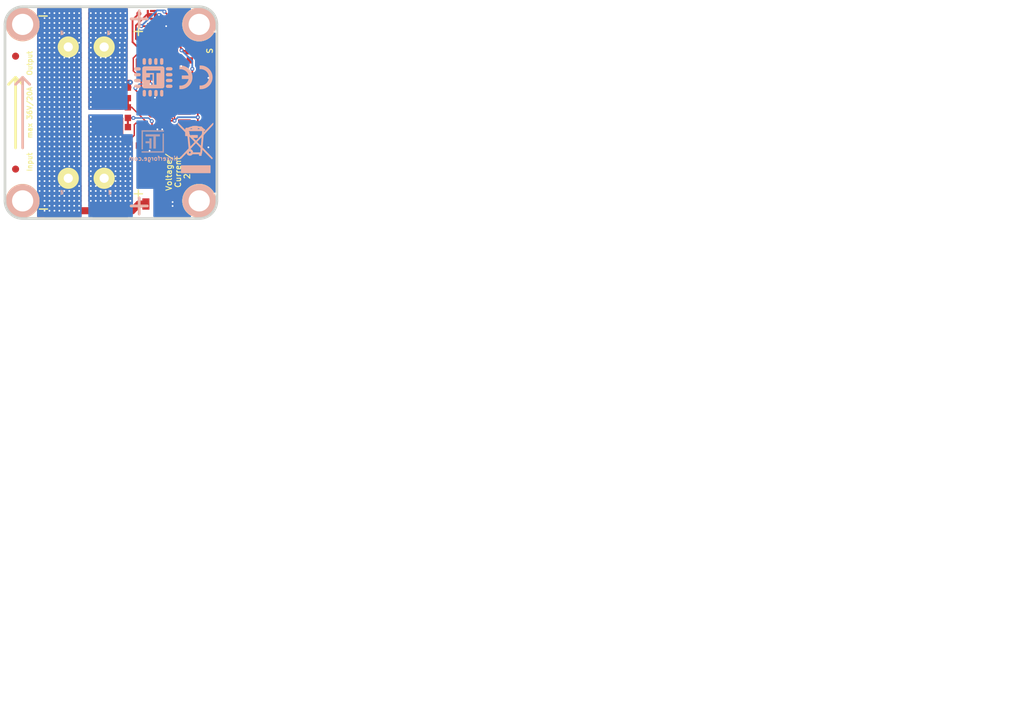
<source format=kicad_pcb>
(kicad_pcb (version 20221018) (generator pcbnew)
  (title_block (title "Voltage Current Bricklet 2.0") (date "2018-01-15") (rev "1.0") (company "Tinkerforge GmbH") (comment 1 "Licensed under CERN OHL v.1.1") (comment 2 "Copyright (©) 2018, L.Lauer <lukas@tinkerforge.com>"))
  (layers (0 "F.Cu" signal "Vorderseite") (31 "B.Cu" signal "Rückseite") (34 "B.Paste" user) (35 "F.Paste" user) (36 "B.SilkS" user "B.Silkscreen") (37 "F.SilkS" user "F.Silkscreen") (38 "B.Mask" user) (39 "F.Mask" user) (44 "Edge.Cuts" user))
  (net 0 "")
  (net 1 "Alert")
  (net 2 "GND")
  (net 3 "SCL")
  (net 4 "SDA")
  (net 5 "VCC")
  (net 6 "Net-(C3-Pad1)")
  (net 7 "Net-(C3-Pad2)")
  (net 8 "Net-(P1-Pad6)")
  (net 9 "Net-(C1-Pad1)")
  (net 10 "Net-(D1-Pad2)")
  (net 11 "Net-(P1-Pad4)")
  (net 12 "Net-(P1-Pad5)")
  (net 13 "Net-(P8-Pad1)")
  (net 14 "Net-(P9-Pad2)")
  (net 15 "Net-(R5-Pad1)")
  (net 16 "S-MISO")
  (net 17 "S-MOSI")
  (net 18 "S-CLK")
  (net 19 "S-CS")
  (net 20 "PWR-VIN")
  (net 21 "PWR-GND")
  (net 22 "PWR-VOUT")
  (net 23 "Net-(P1-Pad1)")
  (net 24 "Net-(RP2-Pad7)")
  (net 25 "Net-(U1-Pad2)")
  (net 26 "Net-(U1-Pad3)")
  (net 27 "Net-(U1-Pad4)")
  (net 28 "Net-(U1-Pad5)")
  (net 29 "Net-(U1-Pad6)")
  (net 30 "Net-(U1-Pad8)")
  (net 31 "Net-(U1-Pad11)")
  (net 32 "Net-(U1-Pad12)")
  (net 33 "Net-(U1-Pad14)")
  (net 34 "Net-(U1-Pad16)")
  (net 35 "Net-(U1-Pad20)")
  (net 36 "Net-(U1-Pad21)")
  (footprint "kicad-libraries:Fiducial_Mark" (layer "F.Cu") (at 138 89.7)
    (fp_text reference "Fiducial_Mark" hide)
    (fp_text value "VAL**" hide)
  )
  (footprint "kicad-libraries:Fiducial_Mark" (layer "F.Cu") (at 138 73.7)
    (fp_text reference "Fiducial_Mark" hide)
    (fp_text value "VAL**" hide)
  )
  (footprint "kicad-libraries:Fiducial_Mark" (layer "F.Cu") (at 164.5 89.7)
    (fp_text reference "Fiducial_Mark" hide)
    (fp_text value "VAL**" hide)
  )
  (footprint "kicad-libraries:DEBUG_PAD" (layer "F.Cu") (at 155.45 67.68)
    (fp_text reference "P8")
    (fp_text value "DEBUG")
  )
  (footprint "kicad-libraries:SolderJumper" (layer "F.Cu") (at 157.275 67.85 180)
    (fp_text reference "P9")
    (fp_text value "BOOT")
  )
  (footprint "kicad-libraries:QFN24-4x4mm-0.5mm" (layer "F.Cu") (at 157.9 72.7 180)
    (fp_text reference "U1")
    (fp_text value "XMC1100")
  )
  (footprint "kicad-libraries:4X0402" (layer "F.Cu") (at 159.1 82.1 90)
    (fp_text reference "RP2")
    (fp_text value "4k7")
  )
  (footprint "kicad-libraries:C0603F" (layer "F.Cu") (at 156.22 86.37 180)
    (fp_text reference "C2")
    (fp_text value "100nF")
  )
  (footprint "kicad-libraries:C0603F" (layer "F.Cu") (at 153.8986 81.6991 -90)
    (fp_text reference "C3")
    (fp_text value "100nF")
  )
  (footprint "kicad-libraries:C0805" (layer "F.Cu") (at 159.95 85.35 90)
    (fp_text reference "C4")
    (fp_text value "10uF")
  )
  (footprint "kicad-libraries:C0603F" (layer "F.Cu") (at 158.4 85.55 90)
    (fp_text reference "C5")
    (fp_text value "1uF")
  )
  (footprint "kicad-libraries:C0603F" (layer "F.Cu") (at 157.825 69.45 180)
    (fp_text reference "C6")
    (fp_text value "100nF")
  )
  (footprint "kicad-libraries:D0603E" (layer "F.Cu") (at 163.425 72.95)
    (fp_text reference "D1")
    (fp_text value "blue")
  )
  (footprint "kicad-libraries:CON-SENSOR2" (layer "F.Cu") (at 166.5 81.7 90)
    (fp_text reference "P1")
    (fp_text value "CON-SENSOR2")
  )
  (footprint "kicad-libraries:AKL_5_2_508_black" (layer "F.Cu") (at 148.00072 91.00058 180)
    (fp_text reference "P2")
    (fp_text value "Input")
  )
  (footprint "kicad-libraries:AKL_5_2_508_black" (layer "F.Cu") (at 148.00072 72.40016)
    (fp_text reference "P3")
    (fp_text value "Output")
  )
  (footprint "kicad-libraries:R0603F" (layer "F.Cu") (at 153.8986 84.50072 -90)
    (fp_text reference "R1")
    (fp_text value "10")
  )
  (footprint "kicad-libraries:R0603F" (layer "F.Cu") (at 153.8986 78.90002 90)
    (fp_text reference "R2")
    (fp_text value "10")
  )
  (footprint "kicad-libraries:R2512" (layer "F.Cu") (at 151.1 81.7 -90)
    (fp_text reference "R3")
    (fp_text value "4m")
  )
  (footprint "kicad-libraries:R1206" (layer "F.Cu") (at 157.95 94.65)
    (fp_text reference "R4")
    (fp_text value "0")
  )
  (footprint "kicad-libraries:R0603F" (layer "F.Cu") (at 163.425 74.3)
    (fp_text reference "R5")
    (fp_text value "1k")
  )
  (footprint "kicad-libraries:4X0402" (layer "F.Cu") (at 159.6 76.88)
    (fp_text reference "RP1")
    (fp_text value "82")
  )
  (footprint "kicad-libraries:MSOP10-0.5" (layer "F.Cu") (at 156.3 81.8 180)
    (fp_text reference "U2")
    (fp_text value "INA226")
  )
  (footprint "kicad-libraries:DRILL_NP" (layer "F.Cu") (at 164 69.2 180)
    (fp_text reference "U3" hide)
    (fp_text value "DRILL" hide)
  )
  (footprint "kicad-libraries:DRILL_NP" (layer "F.Cu") (at 164 94.2 -90)
    (fp_text reference "U4" hide)
    (fp_text value "DRILL" hide)
  )
  (footprint "kicad-libraries:DRILL_NP" (layer "F.Cu") (at 138.99896 94.20098)
    (fp_text reference "U5" hide)
    (fp_text value "DRILL" hide)
  )
  (footprint "kicad-libraries:DRILL_NP" (layer "F.Cu") (at 138.99896 69.19976 90)
    (fp_text reference "U6" hide)
    (fp_text value "DRILL" hide)
  )
  (footprint "kicad-libraries:C0402F" (layer "F.Cu") (at 161.45 76.2 90)
    (fp_text reference "C1")
    (fp_text value "220pF")
  )
  (footprint "kicad-libraries:Logo_31x31" (layer "B.Cu") (at 159 84.2 180)
    (fp_text reference "G***" hide)
    (fp_text value "Logo_31x31" hide)
  )
  (footprint "kicad-libraries:WEEE_7mm" (layer "B.Cu") (at 163.5 86.7 180)
    (fp_text reference "VAL" hide)
    (fp_text value "WEEE_7mm" hide)
  )
  (footprint "kicad-libraries:CE_5mm" (layer "B.Cu") (at 163.5 76.7 180)
    (fp_text reference "VAL" hide)
    (fp_text value "CE_5mm" hide)
  )
  (footprint "kicad-libraries:SOLDER_PAD" (layer "B.Cu") (at 151.39924 92.99956 -90)
    (fp_text reference "P4")
    (fp_text value "TST")
  )
  (footprint "kicad-libraries:SOLDER_PAD" (layer "B.Cu") (at 144.59966 70.40118 90)
    (fp_text reference "P5")
    (fp_text value "TST")
  )
  (footprint "kicad-libraries:SOLDER_PAD" (layer "B.Cu") (at 151.19858 70.40118 90)
    (fp_text reference "P6")
    (fp_text value "TST")
  )
  (footprint "kicad-libraries:SOLDER_PAD" (layer "B.Cu") (at 144.59966 92.99956 90)
    (fp_text reference "P7")
    (fp_text value "TST")
  )
  (footprint "kicad-libraries:Logo_CoMCU" (layer "B.Cu") (at 157.5 76.7 180)
    (fp_text reference "G***" hide)
    (fp_text value "LOGO" hide)
  )
  (gr_line (start 139 76.7) (end 140 77.7) (stroke (width 0.381)) (layer "B.SilkS"))
  (gr_line (start 139 86.7) (end 139 76.7) (stroke (width 0.381)) (layer "B.SilkS"))
  (gr_line (start 139 76.7) (end 138 77.7) (stroke (width 0.381)) (layer "B.SilkS"))
  (gr_line (start 138 76.7) (end 139 77.7) (stroke (width 0.381)) (layer "F.SilkS"))
  (gr_line (start 138 86.7) (end 138 76.7) (stroke (width 0.381)) (layer "F.SilkS"))
  (gr_line (start 138 76.7) (end 137 77.7) (stroke (width 0.381)) (layer "F.SilkS"))
  (gr_line (start 164 66.7) (end 139 66.7) (stroke (width 0.381)) (layer "Edge.Cuts"))
  (gr_arc (start 164 66.7) (mid 165.767767 67.432233) (end 166.5 69.2) (stroke (width 0.381)) (layer "Edge.Cuts"))
  (gr_line (start 139 96.7) (end 164 96.7) (stroke (width 0.381)) (layer "Edge.Cuts"))
  (gr_line (start 136.5 94.2) (end 136.5 69.2) (stroke (width 0.381)) (layer "Edge.Cuts"))
  (gr_arc (start 166.5 94.2) (mid 165.767767 95.967767) (end 164 96.7) (stroke (width 0.381)) (layer "Edge.Cuts"))
  (gr_line (start 166.5 94.2) (end 166.5 69.2) (stroke (width 0.381)) (layer "Edge.Cuts"))
  (gr_arc (start 139 96.7) (mid 137.232233 95.967767) (end 136.5 94.2) (stroke (width 0.381)) (layer "Edge.Cuts"))
  (gr_arc (start 136.5 69.2) (mid 137.232233 67.432233) (end 139 66.7) (stroke (width 0.381)) (layer "Edge.Cuts"))
  (gr_text "+" (at 155.5 94.7) (layer "B.SilkS") (effects (font (size 3 3) (thickness 0.4))))
  (gr_text "tinkerforge.com" (at 157.5 88.2) (layer "B.SilkS") (effects (font (size 0.6 0.6) (thickness 0.11)) (justify mirror)))
  (gr_text "+" (at 155.5 68.2) (layer "B.SilkS") (effects (font (size 3 3) (thickness 0.4))))
  (gr_text "Input" (at 140 88.7 90) (layer "F.SilkS") (effects (font (size 0.7 0.7))))
  (gr_text "Output" (at 140 74.7 90) (layer "F.SilkS") (effects (font (size 0.7 0.7))))
  (gr_text "S" (at 165.5 72.95 90) (layer "F.SilkS") (effects (font (size 0.8 0.8))))
  (gr_text "Voltage/\nCurrent\n2.0" (at 161 90.14 90) (layer "F.SilkS") (effects (font (size 0.8001 0.8001) (thickness 0.14986))))
  (gr_text "max 36V/20A" (at 140 81.7 90) (layer "F.SilkS") (effects (font (size 0.7 0.7))))
  (gr_text "-" (at 141.89964 67.89928) (layer "F.SilkS") (effects (font (size 1.50114 1.524) (thickness 0.20066))))
  (gr_text "+" (at 155.5 70.2 270) (layer "F.SilkS") (effects (font (size 1.50114 1.50114) (thickness 0.20066))))
  (gr_text "+" (at 155.5 93.2 270) (layer "F.SilkS") (effects (font (size 1.50114 1.50114) (thickness 0.20066))))
  (gr_text "-" (at 141.95044 95.25) (layer "F.SilkS") (effects (font (size 1.50114 1.50114) (thickness 0.20066))))
  (segment (start 155.425 73.95) (end 155.875 73.95) (width 0.2) (layer "F.Cu") (net 1))
  (segment (start 155.11 75.57) (end 155.11 74.14) (width 0.2) (layer "F.Cu") (net 1))
  (segment (start 155.11 74.14) (end 155.3 73.95) (width 0.2) (layer "F.Cu") (net 1))
  (segment (start 155.3 73.95) (end 155.875 73.95) (width 0.2) (layer "F.Cu") (net 1))
  (segment (start 156.3 80.3) (end 157.3507 81.3507) (width 0.2) (layer "F.Cu") (net 1))
  (segment (start 157.3507 81.3507) (end 158.525 81.3507) (width 0.2) (layer "F.Cu") (net 1))
  (segment (start 156.3 76.76) (end 155.11 75.57) (width 0.2) (layer "F.Cu") (net 1))
  (segment (start 156.3 79.5775) (end 156.3 76.76) (width 0.2) (layer "F.Cu") (net 1))
  (segment (start 156.3 79.5775) (end 156.3 80.3) (width 0.2) (layer "F.Cu") (net 1))
  (segment (start 160.09924 84.2) (end 159.95 84.34924) (width 0.3) (layer "F.Cu") (net 2))
  (segment (start 159.50076 84.34924) (end 159.05 84.8) (width 0.5) (layer "F.Cu") (net 2))
  (segment (start 159.05 84.8) (end 158.4 84.8) (width 0.5) (layer "F.Cu") (net 2))
  (segment (start 158.15 70.125) (end 158.575 69.7) (width 0.2) (layer "F.Cu") (net 2))
  (segment (start 158.575 69.7) (end 158.575 69.45) (width 0.2) (layer "F.Cu") (net 2))
  (segment (start 157.7375 79.5775) (end 157.74 79.58) (width 0.3) (layer "F.Cu") (net 2))
  (segment (start 158.4 84.43) (end 158.76 84.07) (width 0.55) (layer "F.Cu") (net 2))
  (segment (start 158.4 84.39) (end 158.08 84.07) (width 0.55) (layer "F.Cu") (net 2))
  (segment (start 155.792 84.702) (end 156.97 85.88) (width 0.2) (layer "F.Cu") (net 2))
  (segment (start 156.97 85.88) (end 156.97 86.37) (width 0.2) (layer "F.Cu") (net 2))
  (segment (start 158.55 72.05) (end 158.55 73.35) (width 0.55) (layer "F.Cu") (net 2))
  (segment (start 158.55 73.35) (end 157.25 73.35) (width 0.55) (layer "F.Cu") (net 2))
  (segment (start 157.25 73.35) (end 157.25 72.05) (width 0.55) (layer "F.Cu") (net 2))
  (segment (start 158.15 71.65) (end 158.55 72.05) (width 0.25) (layer "F.Cu") (net 2))
  (segment (start 157.73 67.3) (end 157.77 67.34) (width 0.2) (layer "F.Cu") (net 2))
  (segment (start 157.77 67.34) (end 157.77 67.82) (width 0.2) (layer "F.Cu") (net 2))
  (segment (start 157.77 67.82) (end 157.775 67.85) (width 0.2) (layer "F.Cu") (net 2))
  (segment (start 157.65 68.4) (end 157.79 68.26) (width 0.2) (layer "F.Cu") (net 2))
  (segment (start 157.79 68.26) (end 157.79 67.88) (width 0.2) (layer "F.Cu") (net 2))
  (segment (start 157.79 67.88) (end 157.775 67.85) (width 0.2) (layer "F.Cu") (net 2))
  (segment (start 159.95 94.65) (end 160.23 94.37) (width 0.55) (layer "F.Cu") (net 2))
  (segment (start 159.95 94.65) (end 160.23 94.93) (width 0.55) (layer "F.Cu") (net 2))
  (segment (start 155.792 84.0225) (end 155.792 84.702) (width 0.2) (layer "F.Cu") (net 2))
  (segment (start 157.25 72.05) (end 158.55 72.05) (width 0.55) (layer "F.Cu") (net 2))
  (segment (start 159.45114 94.65) (end 159.95 94.65) (width 0.55) (layer "F.Cu") (net 2))
  (segment (start 161.45 75.7) (end 161.45 75.1) (width 0.55) (layer "F.Cu") (net 2))
  (segment (start 157.5 67.3) (end 157.73 67.3) (width 0.2) (layer "F.Cu") (net 2))
  (segment (start 156.808 79.5775) (end 157.316 79.5775) (width 0.2) (layer "F.Cu") (net 2))
  (segment (start 158.15 70.675) (end 158.15 71.65) (width 0.25) (layer "F.Cu") (net 2))
  (segment (start 157.316 79.5775) (end 157.7375 79.5775) (width 0.3) (layer "F.Cu") (net 2))
  (segment (start 158.4 84.8) (end 158.4 84.39) (width 0.55) (layer "F.Cu") (net 2))
  (segment (start 165.3 75.8) (end 165.3 76.78) (width 0.55) (layer "F.Cu") (net 2))
  (segment (start 158.15 70.675) (end 158.15 70.125) (width 0.2) (layer "F.Cu") (net 2))
  (segment (start 161.9 84.2) (end 160.09924 84.2) (width 0.5) (layer "F.Cu") (net 2))
  (segment (start 158.4 84.8) (end 158.4 84.43) (width 0.55) (layer "F.Cu") (net 2))
  (segment (start 157.5 68.4) (end 157.65 68.4) (width 0.2) (layer "F.Cu") (net 2))
  (segment (start 158.575 69.45) (end 159.32 69.45) (width 0.55) (layer "F.Cu") (net 2))
  (segment (start 159.95 84.34924) (end 159.50076 84.34924) (width 0.3) (layer "F.Cu") (net 2))
  (segment (start 157.775 67.85) (end 158.3 67.85) (width 0.25) (layer "F.Cu") (net 2))
  (segment (start 165.3 87.6) (end 165.3 86.62) (width 0.55) (layer "F.Cu") (net 2))
  (segment (start 156.97 86.37) (end 156.97 87.1) (width 0.55) (layer "F.Cu") (net 2))
  (via (at 165.3 86.62) (size 0.55) (drill 0.25) (layers "F.Cu" "B.Cu") (net 2))
  (via (at 158.3 67.85) (size 0.55) (drill 0.25) (layers "F.Cu" "B.Cu") (net 2))
  (via (at 158.76 84.07) (size 0.55) (drill 0.25) (layers "F.Cu" "B.Cu") (net 2))
  (via (at 160.23 94.93) (size 0.55) (drill 0.25) (layers "F.Cu" "B.Cu") (net 2))
  (via (at 165.3 76.78) (size 0.55) (drill 0.25) (layers "F.Cu" "B.Cu") (net 2))
  (via (at 160.23 94.37) (size 0.55) (drill 0.25) (layers "F.Cu" "B.Cu") (net 2))
  (via (at 158.08 84.07) (size 0.55) (drill 0.25) (layers "F.Cu" "B.Cu") (net 2))
  (via (at 159.32 69.45) (size 0.55) (drill 0.25) (layers "F.Cu" "B.Cu") (net 2))
  (via (at 161.45 75.1) (size 0.55) (drill 0.25) (layers "F.Cu" "B.Cu") (net 2))
  (via (at 157.74 79.58) (size 0.55) (drill 0.25) (layers "F.Cu" "B.Cu") (net 2))
  (via (at 156.97 87.1) (size 0.55) (drill 0.25) (layers "F.Cu" "B.Cu") (net 2))
  (segment (start 155.284 78.804) (end 154.97 78.49) (width 0.2) (layer "F.Cu") (net 3))
  (segment (start 154.97 78.49) (end 154.97 78.23) (width 0.2) (layer "F.Cu") (net 3))
  (segment (start 157.1 77.65) (end 157.1 76.14) (width 0.2) (layer "F.Cu") (net 3))
  (segment (start 157.1 76.14) (end 156.65 75.69) (width 0.2) (layer "F.Cu") (net 3))
  (segment (start 156.65 75.69) (end 156.65 74.725) (width 0.2) (layer "F.Cu") (net 3))
  (segment (start 158.0493 82.8493) (end 157.5 82.3) (width 0.2) (layer "F.Cu") (net 3))
  (segment (start 157.5 82.3) (end 157.1 82.3) (width 0.2) (layer "F.Cu") (net 3))
  (segment (start 157.1 82.3) (end 155.284 80.484) (width 0.2) (layer "F.Cu") (net 3))
  (segment (start 155.284 80.484) (end 155.284 79.5775) (width 0.2) (layer "F.Cu") (net 3))
  (segment (start 155.284 79.5775) (end 155.284 78.804) (width 0.2) (layer "F.Cu") (net 3))
  (segment (start 158.525 82.8493) (end 158.0493 82.8493) (width 0.2) (layer "F.Cu") (net 3))
  (via (at 154.97 78.23) (size 0.55) (drill 0.25) (layers "F.Cu" "B.Cu") (net 3))
  (via (at 157.1 77.65) (size 0.55) (drill 0.25) (layers "F.Cu" "B.Cu") (net 3))
  (segment (start 154.97 78.2) (end 155.52 77.65) (width 0.2) (layer "B.Cu") (net 3))
  (segment (start 155.52 77.65) (end 157.1 77.65) (width 0.2) (layer "B.Cu") (net 3))
  (segment (start 154.97 78.23) (end 154.97 78.2) (width 0.2) (layer "B.Cu") (net 3))
  (segment (start 155.792 78.492) (end 155.79 78.49) (width 0.2) (layer "F.Cu") (net 4))
  (segment (start 155.79 76.9) (end 154.67 75.78) (width 0.2) (layer "F.Cu") (net 4))
  (segment (start 154.67 75.78) (end 154.67 73.97) (width 0.2) (layer "F.Cu") (net 4))
  (segment (start 154.67 73.97) (end 155.19 73.45) (width 0.2) (layer "F.Cu") (net 4))
  (segment (start 155.19 73.45) (end 155.875 73.45) (width 0.2) (layer "F.Cu") (net 4))
  (segment (start 155.792 80.392) (end 157.25108 81.85108) (width 0.2) (layer "F.Cu") (net 4))
  (segment (start 157.25108 81.85108) (end 158.525 81.85108) (width 0.2) (layer "F.Cu") (net 4))
  (segment (start 155.792 79.5775) (end 155.792 80.392) (width 0.2) (layer "F.Cu") (net 4))
  (segment (start 155.792 79.5775) (end 155.792 78.492) (width 0.2) (layer "F.Cu") (net 4))
  (segment (start 155.79 78.49) (end 155.79 76.9) (width 0.2) (layer "F.Cu") (net 4))
  (segment (start 162.95 82.95) (end 163.3 83.3) (width 0.3) (layer "F.Cu") (net 5))
  (segment (start 163.3 83.3) (end 163.3 86.05) (width 0.3) (layer "F.Cu") (net 5))
  (segment (start 163.3 86.05) (end 162.99924 86.35076) (width 0.3) (layer "F.Cu") (net 5))
  (segment (start 162.99924 86.35076) (end 159.95 86.35076) (width 0.3) (layer "F.Cu") (net 5))
  (segment (start 158.45076 86.35076) (end 158.4 86.3) (width 0.3) (layer "F.Cu") (net 5))
  (segment (start 157.375 69.45) (end 157.65 69.725) (width 0.2) (layer "F.Cu") (net 5))
  (segment (start 157.65 69.725) (end 157.65 70.675) (width 0.2) (layer "F.Cu") (net 5))
  (segment (start 155.284 86.184) (end 155.47 86.37) (width 0.2) (layer "F.Cu") (net 5))
  (segment (start 158.9 87.37) (end 158.87 87.37) (width 0.25) (layer "F.Cu") (net 5))
  (segment (start 157.6 87.37) (end 157.25 87.72) (width 0.25) (layer "F.Cu") (net 5))
  (segment (start 157.25 87.72) (end 156.01 87.72) (width 0.25) (layer "F.Cu") (net 5))
  (segment (start 156.01 87.72) (end 155.47 87.18) (width 0.25) (layer "F.Cu") (net 5))
  (segment (start 155.47 87.18) (end 155.47 86.37) (width 0.25) (layer "F.Cu") (net 5))
  (segment (start 160.4993 82.8493) (end 160.5 82.85) (width 0.25) (layer "F.Cu") (net 5))
  (segment (start 163.8 82.36) (end 163.8 86.26) (width 0.25) (layer "F.Cu") (net 5))
  (segment (start 160.0507 81.3507) (end 160.5 81.8) (width 0.2) (layer "F.Cu") (net 5))
  (segment (start 160.5 81.8) (end 160.5 82.2) (width 0.2) (layer "F.Cu") (net 5))
  (segment (start 160.15108 81.85108) (end 160.5 82.2) (width 0.2) (layer "F.Cu") (net 5))
  (segment (start 160.5 82.2) (end 160.5 82.85) (width 0.2) (layer "F.Cu") (net 5))
  (segment (start 159.99892 82.34892) (end 160.5 82.85) (width 0.2) (layer "F.Cu") (net 5))
  (segment (start 161.82 72.95) (end 161.56 72.69) (width 0.25) (layer "F.Cu") (net 5))
  (segment (start 161.36 72.49) (end 161.36 71.05) (width 0.25) (layer "F.Cu") (net 5))
  (segment (start 161.36 71.05) (end 160.03 69.72) (width 0.25) (layer "F.Cu") (net 5))
  (segment (start 160.03 69.72) (end 160.03 68.35) (width 0.25) (layer "F.Cu") (net 5))
  (segment (start 160.03 68.35) (end 159.07 67.39) (width 0.25) (layer "F.Cu") (net 5))
  (segment (start 155.8 69.45) (end 157.075 69.45) (width 0.25) (layer "F.Cu") (net 5))
  (segment (start 161.56 72.69) (end 161.36 72.49) (width 0.25) (layer "F.Cu") (net 5))
  (segment (start 161.56 72.81) (end 161.5 72.87) (width 0.25) (layer "F.Cu") (net 5))
  (segment (start 163.02 75.51) (end 163.03 75.52) (width 0.25) (layer "F.Cu") (net 5))
  (segment (start 163.03 75.52) (end 163.03 76.74) (width 0.25) (layer "F.Cu") (net 5))
  (segment (start 163.03 76.74) (end 163.8 77.51) (width 0.25) (layer "F.Cu") (net 5))
  (segment (start 163.8 77.51) (end 163.8 82.36) (width 0.25) (layer "F.Cu") (net 5))
  (segment (start 163.8 86.26) (end 162.69 87.37) (width 0.25) (layer "F.Cu") (net 5))
  (segment (start 162.69 87.37) (end 158.9 87.37) (width 0.25) (layer "F.Cu") (net 5))
  (segment (start 158.87 87.37) (end 158.4 86.9) (width 0.25) (layer "F.Cu") (net 5))
  (segment (start 158.4 86.9) (end 158.4 86.3) (width 0.25) (layer "F.Cu") (net 5))
  (segment (start 159.675 81.3507) (end 160.0507 81.3507) (width 0.2) (layer "F.Cu") (net 5))
  (segment (start 161.56 72.69) (end 161.56 72.81) (width 0.25) (layer "F.Cu") (net 5))
  (segment (start 159.675 81.85108) (end 160.15108 81.85108) (width 0.2) (layer "F.Cu") (net 5))
  (segment (start 159.95 86.35076) (end 158.45076 86.35076) (width 0.3) (layer "F.Cu") (net 5))
  (segment (start 157.075 69.45) (end 157.375 69.45) (width 0.2) (layer "F.Cu") (net 5))
  (segment (start 158.9 87.37) (end 157.6 87.37) (width 0.25) (layer "F.Cu") (net 5))
  (segment (start 159.675 82.34892) (end 159.99892 82.34892) (width 0.2) (layer "F.Cu") (net 5))
  (segment (start 155.284 84.0225) (end 155.284 86.184) (width 0.2) (layer "F.Cu") (net 5))
  (segment (start 161.9 82.95) (end 162.95 82.95) (width 0.3) (layer "F.Cu") (net 5))
  (segment (start 162.5749 72.95) (end 161.82 72.95) (width 0.25) (layer "F.Cu") (net 5))
  (segment (start 159.675 82.8493) (end 160.4993 82.8493) (width 0.25) (layer "F.Cu") (net 5))
  (via (at 155.8 69.45) (size 0.55) (drill 0.25) (layers "F.Cu" "B.Cu") (net 5))
  (via (at 161.5 72.87) (size 0.55) (drill 0.25) (layers "F.Cu" "B.Cu") (net 5))
  (via (at 163.8 82.36) (size 0.55) (drill 0.25) (layers "F.Cu" "B.Cu") (net 5))
  (via (at 159.07 67.39) (size 0.55) (drill 0.25) (layers "F.Cu" "B.Cu") (net 5))
  (via (at 160.5 82.85) (size 0.55) (drill 0.25) (layers "F.Cu" "B.Cu") (net 5))
  (via (at 163.02 75.51) (size 0.55) (drill 0.25) (layers "F.Cu" "B.Cu") (net 5))
  (segment (start 160.5 82.85) (end 160.99 82.36) (width 0.25) (layer "B.Cu") (net 5))
  (segment (start 160.99 82.36) (end 163.8 82.36) (width 0.25) (layer "B.Cu") (net 5))
  (segment (start 159.07 67.39) (end 158.9 67.22) (width 0.25) (layer "B.Cu") (net 5))
  (segment (start 158.9 67.22) (end 158.03 67.22) (width 0.25) (layer "B.Cu") (net 5))
  (segment (start 158.03 67.22) (end 155.8 69.45) (width 0.25) (layer "B.Cu") (net 5))
  (segment (start 161.5 72.87) (end 163.02 74.39) (width 0.25) (layer "B.Cu") (net 5))
  (segment (start 163.02 74.39) (end 163.02 75.51) (width 0.25) (layer "B.Cu") (net 5))
  (segment (start 156.808 83.308) (end 154.4491 80.9491) (width 0.2) (layer "F.Cu") (net 6))
  (segment (start 154.4491 80.9491) (end 153.8986 80.9491) (width 0.2) (layer "F.Cu") (net 6))
  (segment (start 154.1991 80.9491) (end 153.8986 80.9491) (width 0.2) (layer "F.Cu") (net 6))
  (segment (start 153.8986 79.70012) (end 153.8986 80.899) (width 0.29972) (layer "F.Cu") (net 6))
  (segment (start 156.808 84.0225) (end 156.808 83.308) (width 0.2) (layer "F.Cu") (net 6))
  (segment (start 157.316 82.946) (end 157.28 82.91) (width 0.2) (layer "F.Cu") (net 7))
  (segment (start 154.68 82.46) (end 154.6691 82.4491) (width 0.2) (layer "F.Cu") (net 7))
  (segment (start 154.6691 82.4491) (end 153.8986 82.4491) (width 0.2) (layer "F.Cu") (net 7))
  (segment (start 153.8986 82.4491) (end 154.1009 82.4491) (width 0.2) (layer "F.Cu") (net 7))
  (segment (start 153.8986 82.30108) (end 153.8986 83.70062) (width 0.29972) (layer "F.Cu") (net 7))
  (segment (start 157.316 84.0225) (end 157.316 82.946) (width 0.2) (layer "F.Cu") (net 7))
  (via (at 157.28 82.91) (size 0.55) (drill 0.25) (layers "F.Cu" "B.Cu") (net 7))
  (via (at 154.68 82.46) (size 0.55) (drill 0.25) (layers "F.Cu" "B.Cu") (net 7))
  (segment (start 157.28 82.91) (end 156.83 82.46) (width 0.2) (layer "B.Cu") (net 7))
  (segment (start 156.83 82.46) (end 154.68 82.46) (width 0.2) (layer "B.Cu") (net 7))
  (segment (start 160.65 79.2) (end 159.84892 78.39892) (width 0.2) (layer "F.Cu") (net 8))
  (segment (start 159.84892 78.39892) (end 159.84892 77.455) (width 0.2) (layer "F.Cu") (net 8))
  (segment (start 161.9 79.2) (end 160.65 79.2) (width 0.2) (layer "F.Cu") (net 8))
  (segment (start 161.75 77.95) (end 161.9 77.95) (width 0.2) (layer "F.Cu") (net 9))
  (segment (start 161.5 77.95) (end 161.9 77.95) (width 0.2) (layer "F.Cu") (net 9))
  (segment (start 161.76 77.95) (end 161.9 77.95) (width 0.2) (layer "F.Cu") (net 9))
  (segment (start 160.365 77.455) (end 160.97 76.85) (width 0.2) (layer "F.Cu") (net 9))
  (segment (start 160.97 76.85) (end 161.45 76.85) (width 0.2) (layer "F.Cu") (net 9))
  (segment (start 161.45 77.63) (end 161.77 77.95) (width 0.2) (layer "F.Cu") (net 9))
  (segment (start 161.77 77.95) (end 161.9 77.95) (width 0.2) (layer "F.Cu") (net 9))
  (segment (start 161.45 76.85) (end 161.45 77.63) (width 0.2) (layer "F.Cu") (net 9))
  (segment (start 160.3493 77.455) (end 160.365 77.455) (width 0.2) (layer "F.Cu") (net 9))
  (segment (start 160.3493 77.455) (end 160.405 77.455) (width 0.2) (layer "F.Cu") (net 9))
  (segment (start 164.175 73.0501) (end 164.2751 72.95) (width 0.25) (layer "F.Cu") (net 10))
  (segment (start 164.175 74.3) (end 164.175 73.0501) (width 0.25) (layer "F.Cu") (net 10))
  (segment (start 161.04 81.7) (end 159.948378 80.608378) (width 0.2) (layer "F.Cu") (net 11))
  (segment (start 159.948378 80.608378) (end 159.948378 79.631622) (width 0.2) (layer "F.Cu") (net 11))
  (segment (start 159.948378 79.631622) (end 158.8507 78.533944) (width 0.2) (layer "F.Cu") (net 11))
  (segment (start 158.8507 78.533944) (end 158.8507 77.455) (width 0.2) (layer "F.Cu") (net 11))
  (segment (start 161.9 81.7) (end 161.04 81.7) (width 0.2) (layer "F.Cu") (net 11))
  (segment (start 160.72 80.45) (end 160.366689 80.096689) (width 0.2) (layer "F.Cu") (net 12))
  (segment (start 160.366689 80.096689) (end 160.366689 79.483311) (width 0.2) (layer "F.Cu") (net 12))
  (segment (start 160.366689 79.483311) (end 159.35108 78.467702) (width 0.2) (layer "F.Cu") (net 12))
  (segment (start 159.35108 78.467702) (end 159.35108 77.455) (width 0.2) (layer "F.Cu") (net 12))
  (segment (start 161.9 80.45) (end 160.72 80.45) (width 0.2) (layer "F.Cu") (net 12))
  (segment (start 155.31 72.45) (end 154.56 71.7) (width 0.25) (layer "F.Cu") (net 13))
  (segment (start 154.56 71.7) (end 154.56 68.57) (width 0.25) (layer "F.Cu") (net 13))
  (segment (start 154.56 68.57) (end 155.45 67.68) (width 0.25) (layer "F.Cu") (net 13))
  (segment (start 155.875 72.45) (end 155.31 72.45) (width 0.25) (layer "F.Cu") (net 13))
  (segment (start 155.24 71.45) (end 155.04 71.25) (width 0.25) (layer "F.Cu") (net 14))
  (segment (start 155.04 71.25) (end 155.04 69.36) (width 0.25) (layer "F.Cu") (net 14))
  (segment (start 155.04 69.36) (end 156.55 67.85) (width 0.25) (layer "F.Cu") (net 14))
  (segment (start 156.55 67.85) (end 156.725 67.85) (width 0.25) (layer "F.Cu") (net 14))
  (segment (start 157.2 67.85) (end 157.125 67.85) (width 0.2) (layer "F.Cu") (net 14))
  (segment (start 155.875 71.45) (end 155.24 71.45) (width 0.25) (layer "F.Cu") (net 14))
  (segment (start 156.725 67.85) (end 157.2 67.85) (width 0.2) (layer "F.Cu") (net 14))
  (segment (start 160.325 70.675) (end 160.89 71.24) (width 0.25) (layer "F.Cu") (net 15))
  (segment (start 160.89 71.24) (end 160.89 73.36) (width 0.25) (layer "F.Cu") (net 15))
  (segment (start 160.89 73.36) (end 161.83 74.3) (width 0.25) (layer "F.Cu") (net 15))
  (segment (start 161.83 74.3) (end 162.675 74.3) (width 0.25) (layer "F.Cu") (net 15))
  (segment (start 159.15 70.675) (end 160.325 70.675) (width 0.25) (layer "F.Cu") (net 15))
  (segment (start 159.925 74.525) (end 160.3493 74.9493) (width 0.2) (layer "F.Cu") (net 16))
  (segment (start 160.3493 74.9493) (end 160.3493 76.305) (width 0.2) (layer "F.Cu") (net 16))
  (segment (start 159.925 73.95) (end 159.925 74.525) (width 0.2) (layer "F.Cu") (net 16))
  (segment (start 159.475 74.725) (end 159.84892 75.09892) (width 0.2) (layer "F.Cu") (net 17))
  (segment (start 159.84892 75.09892) (end 159.84892 76.305) (width 0.2) (layer "F.Cu") (net 17))
  (segment (start 159.15 74.725) (end 159.475 74.725) (width 0.2) (layer "F.Cu") (net 17))
  (segment (start 158.65 75.28) (end 158.91 75.54) (width 0.2) (layer "F.Cu") (net 18))
  (segment (start 158.91 75.54) (end 159.17 75.54) (width 0.2) (layer "F.Cu") (net 18))
  (segment (start 159.17 75.54) (end 159.35108 75.72108) (width 0.2) (layer "F.Cu") (net 18))
  (segment (start 159.35108 75.72108) (end 159.35108 76.305) (width 0.2) (layer "F.Cu") (net 18))
  (segment (start 158.65 74.725) (end 158.65 75.28) (width 0.2) (layer "F.Cu") (net 18))
  (segment (start 158.8507 76.0507) (end 158.15 75.35) (width 0.2) (layer "F.Cu") (net 19))
  (segment (start 158.15 75.35) (end 158.15 74.725) (width 0.2) (layer "F.Cu") (net 19))
  (segment (start 158.8507 76.305) (end 158.8507 76.0507) (width 0.2) (layer "F.Cu") (net 19))
  (segment (start 156.3 83.45) (end 156.06 83.21) (width 0.2) (layer "F.Cu") (net 20))
  (segment (start 156.06 83.21) (end 155.01 83.21) (width 0.2) (layer "F.Cu") (net 20))
  (segment (start 155.01 83.21) (end 154.81 83.41) (width 0.2) (layer "F.Cu") (net 20))
  (segment (start 154.81 83.41) (end 154.81 84.9) (width 0.2) (layer "F.Cu") (net 20))
  (segment (start 154.81 84.9) (end 154.45928 85.25072) (width 0.2) (layer "F.Cu") (net 20))
  (segment (start 154.45928 85.25072) (end 153.8986 85.25072) (width 0.2) (layer "F.Cu") (net 20))
  (segment (start 150.50008 90.20048) (end 150.50008 89.7509) (width 0.70104) (layer "F.Cu") (net 20))
  (segment (start 152.14854 88.60028) (end 151.45004 88.60028) (width 0.70104) (layer "F.Cu") (net 20))
  (segment (start 149.8981 91.69908) (end 151.25192 91.69908) (width 0.70104) (layer "F.Cu") (net 20))
  (segment (start 152.54224 85.30082) (end 151.09952 83.8581) (width 1.00076) (layer "F.Cu") (net 20))
  (segment (start 150.749 85.8012) (end 150.0505 85.8012) (width 0.70104) (layer "F.Cu") (net 20))
  (segment (start 153.55062 88.60028) (end 153.55062 89.30132) (width 0.70104) (layer "F.Cu") (net 20))
  (segment (start 152.69972 82.34934) (end 152.90038 82.55) (width 0.70104) (layer "F.Cu") (net 20))
  (segment (start 150.50008 89.7509) (end 149.34946 88.60028) (width 0.70104) (layer "F.Cu") (net 20))
  (segment (start 154.24912 93.49994) (end 154.24912 94.20098) (width 0.70104) (layer "F.Cu") (net 20))
  (segment (start 152.14854 90.70086) (end 152.14854 89.99982) (width 0.70104) (layer "F.Cu") (net 20))
  (segment (start 152.04948 89.60104) (end 152.14854 89.30132) (width 0.70104) (layer "F.Cu") (net 20))
  (segment (start 151.45004 86.4997) (end 152.14854 86.4997) (width 0.70104) (layer "F.Cu") (net 20))
  (segment (start 149.9997 92.25026) (end 151.29764 92.25026) (width 1.50114) (layer "F.Cu") (net 20))
  (segment (start 149.19706 82.34934) (end 152.69972 82.34934) (width 0.70104) (layer "F.Cu") (net 20))
  (segment (start 152.04948 90.90152) (end 152.04948 89.60104) (width 0.70104) (layer "F.Cu") (net 20))
  (segment (start 149.34946 89.30132) (end 150.50008 89.30132) (width 0.70104) (layer "F.Cu") (net 20))
  (segment (start 151.29764 92.25026) (end 152.2984 91.2495) (width 1.50114) (layer "F.Cu") (net 20))
  (segment (start 150.0505 88.60028) (end 150.749 88.60028) (width 0.70104) (layer "F.Cu") (net 20))
  (segment (start 152.84958 86.4997) (end 152.84958 87.20074) (width 0.70104) (layer "F.Cu") (net 20))
  (segment (start 152.90038 85.19922) (end 151.09952 83.8581) (width 0.70104) (layer "F.Cu") (net 20))
  (segment (start 148.95068 90.75166) (end 149.8981 91.69908) (width 0.70104) (layer "F.Cu") (net 20))
  (segment (start 150.0505 94.20098) (end 149.34946 94.20098) (width 0.70104) (layer "F.Cu") (net 20))
  (segment (start 148.64842 92.80144) (end 148.64842 93.49994) (width 0.70104) (layer "F.Cu") (net 20))
  (segment (start 149.75078 84.35086) (end 149.1488 83.74888) (width 0.70104) (layer "F.Cu") (net 20))
  (segment (start 153.55062 89.99982) (end 153.55062 90.70086) (width 0.70104) (layer "F.Cu") (net 20))
  (segment (start 154.24912 92.1004) (end 154.24912 92.80144) (width 0.70104) (layer "F.Cu") (net 20))
  (segment (start 148.95068 89.6493) (end 148.95068 90.75166) (width 0.70104) (layer "F.Cu") (net 20))
  (segment (start 150.749 87.20074) (end 150.0505 87.20074) (width 0.70104) (layer "F.Cu") (net 20))
  (segment (start 151.45004 94.20098) (end 150.749 94.20098) (width 0.70104) (layer "F.Cu") (net 20))
  (segment (start 154.24912 90.70086) (end 154.24912 91.39936) (width 0.70104) (layer "F.Cu") (net 20))
  (segment (start 152.14854 89.30132) (end 151.45004 89.30132) (width 0.70104) (layer "F.Cu") (net 20))
  (segment (start 151.45004 92.80144) (end 150.749 92.80144) (width 0.70104) (layer "F.Cu") (net 20))
  (segment (start 149.34946 88.60028) (end 149.34946 89.25052) (width 0.70104) (layer "F.Cu") (net 20))
  (segment (start 150.749 89.30132) (end 150.0505 89.30132) (width 0.70104) (layer "F.Cu") (net 20))
  (segment (start 148.64842 82.99958) (end 148.64842 82.30108) (width 0.70104) (layer "F.Cu") (net 20))
  (segment (start 152.14854 85.8012) (end 151.45004 85.8012) (width 0.70104) (layer "F.Cu") (net 20))
  (segment (start 150.50008 84.35086) (end 150.50008 84.45754) (width 2.99974) (layer "F.Cu") (net 20))
  (segment (start 150.749 93.49994) (end 151.45004 93.49994) (width 0.70104) (layer "F.Cu") (net 20))
  (segment (start 150.50008 90.20048) (end 150.50008 89.30132) (width 2.99974) (layer "F.Cu") (net 20))
  (segment (start 152.84958 89.99982) (end 152.84958 90.70086) (width 0.70104) (layer "F.Cu") (net 20))
  (segment (start 152.14854 89.30132) (end 152.84958 89.30132) (width 0.70104) (layer "F.Cu") (net 20))
  (segment (start 152.2984 91.2495) (end 152.14854 91.39936) (width 1.50114) (layer "F.Cu") (net 20))
  (segment (start 150.0505 87.89924) (end 150.749 87.89924) (width 0.70104) (layer "F.Cu") (net 20))
  (segment (start 149.34946 93.49994) (end 150.0505 93.49994) (width 0.70104) (layer "F.Cu") (net 20))
  (segment (start 150.50008 84.35086) (end 149.75078 84.35086) (width 0.70104) (layer "F.Cu") (net 20))
  (segment (start 154.24912 87.89924) (end 154.24912 88.60028) (width 0.70104) (layer "F.Cu") (net 20))
  (segment (start 149.1488 82.3976) (end 149.19706 82.34934) (width 0.70104) (layer "F.Cu") (net 20))
  (segment (start 152.14854 92.1004) (end 151.45004 92.1004) (width 0.70104) (layer "F.Cu") (net 20))
  (segment (start 148.64842 92.1004) (end 149.34946 92.1004) (width 0.70104) (layer "F.Cu") (net 20))
  (segment (start 148.64842 91.39936) (end 148.64842 92.1004) (width 0.70104) (layer "F.Cu") (net 20))
  (segment (start 150.0505 92.1004) (end 150.749 92.1004) (width 0.70104) (layer "F.Cu") (net 20))
  (segment (start 156.3 84.0225) (end 156.3 83.45) (width 0.2) (layer "F.Cu") (net 20))
  (segment (start 150.50008 89.5985) (end 149.2504 90.84818) (width 1.50114) (layer "F.Cu") (net 20))
  (segment (start 152.84958 85.10016) (end 152.84958 85.8012) (width 0.70104) (layer "F.Cu") (net 20))
  (segment (start 154.24912 86.4997) (end 154.24912 87.20074) (width 0.70104) (layer "F.Cu") (net 20))
  (segment (start 152.84958 87.89924) (end 152.84958 88.60028) (width 0.70104) (layer "F.Cu") (net 20))
  (segment (start 152.84958 92.80144) (end 152.14854 92.80144) (width 0.70104) (layer "F.Cu") (net 20))
  (segment (start 148.64842 84.39912) (end 148.64842 83.70062) (width 0.70104) (layer "F.Cu") (net 20))
  (segment (start 148.64842 88.60028) (end 148.64842 89.30132) (width 0.70104) (layer "F.Cu") (net 20))
  (segment (start 149.1488 83.74888) (end 149.1488 82.3976) (width 0.70104) (layer "F.Cu") (net 20))
  (segment (start 152.84958 92.1004) (end 153.55062 92.1004) (width 0.70104) (layer "F.Cu") (net 20))
  (segment (start 148.64842 85.8012) (end 148.64842 85.10016) (width 0.70104) (layer "F.Cu") (net 20))
  (segment (start 150.0505 86.4997) (end 150.749 86.4997) (width 0.70104) (layer "F.Cu") (net 20))
  (segment (start 153.55062 87.20074) (end 153.55062 87.89924) (width 0.70104) (layer "F.Cu") (net 20))
  (segment (start 150.50008 89.55024) (end 150.50008 84.35086) (width 2.99974) (layer "F.Cu") (net 20))
  (segment (start 149.34946 85.8012) (end 149.34946 86.4997) (width 0.70104) (layer "F.Cu") (net 20))
  (segment (start 151.25192 91.69908) (end 152.04948 90.90152) (width 0.70104) (layer "F.Cu") (net 20))
  (segment (start 152.90038 82.55) (end 152.90038 85.19922) (width 0.70104) (layer "F.Cu") (net 20))
  (segment (start 151.45004 85.10016) (end 152.14854 85.10016) (width 0.70104) (layer "F.Cu") (net 20))
  (segment (start 151.45004 87.89924) (end 152.14854 87.89924) (width 0.70104) (layer "F.Cu") (net 20))
  (segment (start 153.55062 93.49994) (end 153.55062 92.80144) (width 0.70104) (layer "F.Cu") (net 20))
  (segment (start 149.34946 88.60028) (end 148.64842 87.89924) (width 0.70104) (layer "F.Cu") (net 20))
  (segment (start 150.50008 89.30132) (end 150.50008 89.55024) (width 2.99974) (layer "F.Cu") (net 20))
  (segment (start 150.50008 84.45754) (end 151.09952 83.8581) (width 2.99974) (layer "F.Cu") (net 20))
  (segment (start 152.84958 91.39936) (end 152.14854 91.39936) (width 0.70104) (layer "F.Cu") (net 20))
  (segment (start 150.0505 92.80144) (end 149.34946 92.80144) (width 0.70104) (layer "F.Cu") (net 20))
  (segment (start 152.14854 93.49994) (end 152.84958 93.49994) (width 0.70104) (layer "F.Cu") (net 20))
  (segment (start 154.24912 89.30132) (end 154.24912 89.99982) (width 0.70104) (layer "F.Cu") (net 20))
  (segment (start 153.8986 85.30082) (end 152.54224 85.30082) (width 1.00076) (layer "F.Cu") (net 20))
  (segment (start 152.84958 86.4997) (end 153.55062 86.4997) (width 0.70104) (layer "F.Cu") (net 20))
  (segment (start 152.84958 94.20098) (end 152.14854 94.20098) (width 0.70104) (layer "F.Cu") (net 20))
  (segment (start 149.34946 89.25052) (end 148.95068 89.6493) (width 0.70104) (layer "F.Cu") (net 20))
  (segment (start 150.50008 89.55024) (end 150.50008 89.5985) (width 1.50114) (layer "F.Cu") (net 20))
  (segment (start 152.14854 87.20074) (end 151.45004 87.20074) (width 0.70104) (layer "F.Cu") (net 20))
  (segment (start 149.34946 87.20074) (end 149.34946 87.89924) (width 0.70104) (layer "F.Cu") (net 20))
  (segment (start 148.64842 89.99982) (end 148.64842 90.70086) (width 0.70104) (layer "F.Cu") (net 20))
  (segment (start 151.45004 92.1004) (end 152.14854 92.1004) (width 0.70104) (layer "F.Cu") (net 20))
  (segment (start 148.64842 85.10016) (end 149.34946 85.10016) (width 0.70104) (layer "F.Cu") (net 20))
  (segment (start 150.0505 85.10016) (end 150.749 85.10016) (width 0.70104) (layer "F.Cu") (net 20))
  (segment (start 149.2504 90.84818) (end 149.2504 91.50096) (width 1.50114) (layer "F.Cu") (net 20))
  (segment (start 148.64842 87.20074) (end 148.64842 86.4997) (width 0.70104) (layer "F.Cu") (net 20))
  (segment (start 149.2504 91.50096) (end 149.9997 92.25026) (width 1.50114) (layer "F.Cu") (net 20))
  (via (at 151.45004 93.49994) (size 0.70104) (drill 0.24892) (layers "F.Cu" "B.Cu") (net 20))
  (via (at 152.84958 87.89924) (size 0.70104) (drill 0.24892) (layers "F.Cu" "B.Cu") (net 20))
  (via (at 152.84958 92.1004) (size 0.70104) (drill 0.24892) (layers "F.Cu" "B.Cu") (net 20))
  (via (at 152.84958 90.70086) (size 0.70104) (drill 0.24892) (layers "F.Cu" "B.Cu") (net 20))
  (via (at 150.0505 93.49994) (size 0.70104) (drill 0.24892) (layers "F.Cu" "B.Cu") (net 20))
  (via (at 152.84958 89.30132) (size 0.70104) (drill 0.24892) (layers "F.Cu" "B.Cu") (net 20))
  (via (at 151.45004 86.4997) (size 0.70104) (drill 0.24892) (layers "F.Cu" "B.Cu") (net 20))
  (via (at 154.24912 87.89924) (size 0.70104) (drill 0.24892) (layers "F.Cu" "B.Cu") (net 20))
  (via (at 151.45004 89.30132) (size 0.70104) (drill 0.24892) (layers "F.Cu" "B.Cu") (net 20))
  (via (at 151.45004 85.8012) (size 0.70104) (drill 0.24892) (layers "F.Cu" "B.Cu") (net 20))
  (via (at 154.24912 87.20074) (size 0.70104) (drill 0.24892) (layers "F.Cu" "B.Cu") (net 20))
  (via (at 148.64842 85.8012) (size 0.70104) (drill 0.24892) (layers "F.Cu" "B.Cu") (net 20))
  (via (at 148.64842 86.4997) (size 0.70104) (drill 0.24892) (layers "F.Cu" "B.Cu") (net 20))
  (via (at 149.34946 93.49994) (size 0.70104) (drill 0.24892) (layers "F.Cu" "B.Cu") (net 20))
  (via (at 150.749 93.49994) (size 0.70104) (drill 0.24892) (layers "F.Cu" "B.Cu") (net 20))
  (via (at 152.14854 87.20074) (size 0.70104) (drill 0.24892) (layers "F.Cu" "B.Cu") (net 20))
  (via (at 152.84958 86.4997) (size 0.70104) (drill 0.24892) (layers "F.Cu" "B.Cu") (net 20))
  (via (at 152.14854 91.39936) (size 0.70104) (drill 0.24892) (layers "F.Cu" "B.Cu") (net 20))
  (via (at 149.34946 87.20074) (size 0.70104) (drill 0.24892) (layers "F.Cu" "B.Cu") (net 20))
  (via (at 152.84958 92.80144) (size 0.70104) (drill 0.24892) (layers "F.Cu" "B.Cu") (net 20))
  (via (at 148.64842 94.20098) (size 0.70104) (drill 0.24892) (layers "F.Cu" "B.Cu") (net 20))
  (via (at 150.0505 88.60028) (size 0.70104) (drill 0.24892) (layers "F.Cu" "B.Cu") (net 20))
  (via (at 149.34946 86.4997) (size 0.70104) (drill 0.24892) (layers "F.Cu" "B.Cu") (net 20))
  (via (at 152.84958 94.20098) (size 0.70104) (drill 0.24892) (layers "F.Cu" "B.Cu") (net 20))
  (via (at 153.55062 93.49994) (size 0.70104) (drill 0.24892) (layers "F.Cu" "B.Cu") (net 20))
  (via (at 150.749 87.89924) (size 0.70104) (drill 0.24892) (layers "F.Cu" "B.Cu") (net 20))
  (via (at 150.0505 86.4997) (size 0.70104) (drill 0.24892) (layers "F.Cu" "B.Cu") (net 20))
  (via (at 152.84958 85.8012) (size 0.70104) (drill 0.24892) (layers "F.Cu" "B.Cu") (net 20))
  (via (at 150.0505 92.80144) (size 0.70104) (drill 0.24892) (layers "F.Cu" "B.Cu") (net 20))
  (via (at 148.64842 89.30132) (size 0.70104) (drill 0.24892) (layers "F.Cu" "B.Cu") (net 20))
  (via (at 153.55062 87.89924) (size 0.70104) (drill 0.24892) (layers "F.Cu" "B.Cu") (net 20))
  (via (at 153.55062 90.70086) (size 0.70104) (drill 0.24892) (layers "F.Cu" "B.Cu") (net 20))
  (via (at 152.14854 93.49994) (size 0.70104) (drill 0.24892) (layers "F.Cu" "B.Cu") (net 20))
  (via (at 148.64842 83.70062) (size 0.70104) (drill 0.24892) (layers "F.Cu" "B.Cu") (net 20))
  (via (at 153.55062 92.80144) (size 0.70104) (drill 0.24892) (layers "F.Cu" "B.Cu") (net 20))
  (via (at 152.84958 87.20074) (size 0.70104) (drill 0.24892) (layers "F.Cu" "B.Cu") (net 20))
  (via (at 150.749 88.60028) (size 0.70104) (drill 0.24892) (layers "F.Cu" "B.Cu") (net 20))
  (via (at 153.55062 88.60028) (size 0.70104) (drill 0.24892) (layers "F.Cu" "B.Cu") (net 20))
  (via (at 148.64842 87.89924) (size 0.70104) (drill 0.24892) (layers "F.Cu" "B.Cu") (net 20))
  (via (at 148.64842 85.10016) (size 0.70104) (drill 0.24892) (layers "F.Cu" "B.Cu") (net 20))
  (via (at 149.34946 92.80144) (size 0.70104) (drill 0.24892) (layers "F.Cu" "B.Cu") (net 20))
  (via (at 148.64842 92.80144) (size 0.70104) (drill 0.24892) (layers "F.Cu" "B.Cu") (net 20))
  (via (at 152.14854 94.20098) (size 0.70104) (drill 0.24892) (layers "F.Cu" "B.Cu") (net 20))
  (via (at 154.24912 94.20098) (size 0.70104) (drill 0.24892) (layers "F.Cu" "B.Cu") (net 20))
  (via (at 154.24912 86.4997) (size 0.70104) (drill 0.24892) (layers "F.Cu" "B.Cu") (net 20))
  (via (at 148.64842 89.99982) (size 0.70104) (drill 0.24892) (layers "F.Cu" "B.Cu") (net 20))
  (via (at 150.749 89.30132) (size 0.70104) (drill 0.24892) (layers "F.Cu" "B.Cu") (net 20))
  (via (at 148.64842 87.20074) (size 0.70104) (drill 0.24892) (layers "F.Cu" "B.Cu") (net 20))
  (via (at 153.55062 91.39936) (size 0.70104) (drill 0.24892) (layers "F.Cu" "B.Cu") (net 20))
  (via (at 148.64842 88.60028) (size 0.70104) (drill 0.24892) (layers "F.Cu" "B.Cu") (net 20))
  (via (at 150.749 85.8012) (size 0.70104) (drill 0.24892) (layers "F.Cu" "B.Cu") (net 20))
  (via (at 149.34946 92.1004) (size 0.70104) (drill 0.24892) (layers "F.Cu" "B.Cu") (net 20))
  (via (at 150.749 92.80144) (size 0.70104) (drill 0.24892) (layers "F.Cu" "B.Cu") (net 20))
  (via (at 150.749 86.4997) (size 0.70104) (drill 0.24892) (layers "F.Cu" "B.Cu") (net 20))
  (via (at 152.14854 90.70086) (size 0.70104) (drill 0.24892) (layers "F.Cu" "B.Cu") (net 20))
  (via (at 148.64842 92.1004) (size 0.70104) (drill 0.24892) (layers "F.Cu" "B.Cu") (net 20))
  (via (at 153.55062 92.1004) (size 0.70104) (drill 0.24892) (layers "F.Cu" "B.Cu") (net 20))
  (via (at 152.14854 92.1004) (size 0.70104) (drill 0.24892) (layers "F.Cu" "B.Cu") (net 20))
  (via (at 149.34946 89.30132) (size 0.70104) (drill 0.24892) (layers "F.Cu" "B.Cu") (net 20))
  (via (at 150.0505 85.8012) (size 0.70104) (drill 0.24892) (layers "F.Cu" "B.Cu") (net 20))
  (via (at 149.34946 87.89924) (size 0.70104) (drill 0.24892) (layers "F.Cu" "B.Cu") (net 20))
  (via (at 150.0505 94.20098) (size 0.70104) (drill 0.24892) (layers "F.Cu" "B.Cu") (net 20))
  (via (at 152.14854 89.99982) (size 0.70104) (drill 0.24892) (layers "F.Cu" "B.Cu") (net 20))
  (via (at 151.45004 92.80144) (size 0.70104) (drill 0.24892) (layers "F.Cu" "B.Cu") (net 20))
  (via (at 150.0505 85.10016) (size 0.70104) (drill 0.24892) (layers "F.Cu" "B.Cu") (net 20))
  (via (at 152.14854 88.60028) (size 0.70104) (drill 0.24892) (layers "F.Cu" "B.Cu") (net 20))
  (via (at 148.64842 90.70086) (size 0.70104) (drill 0.24892) (layers "F.Cu" "B.Cu") (net 20))
  (via (at 154.24912 90.70086) (size 0.70104) (drill 0.24892) (layers "F.Cu" "B.Cu") (net 20))
  (via (at 154.24912 89.99982) (size 0.70104) (drill 0.24892) (layers "F.Cu" "B.Cu") (net 20))
  (via (at 152.84958 89.99982) (size 0.70104) (drill 0.24892) (layers "F.Cu" "B.Cu") (net 20))
  (via (at 150.0505 87.89924) (size 0.70104) (drill 0.24892) (layers "F.Cu" "B.Cu") (net 20))
  (via (at 150.749 87.20074) (size 0.70104) (drill 0.24892) (layers "F.Cu" "B.Cu") (net 20))
  (via (at 154.24912 91.39936) (size 0.70104) (drill 0.24892) (layers "F.Cu" "B.Cu") (net 20))
  (via (at 152.14854 85.8012) (size 0.70104) (drill 0.24892) (layers "F.Cu" "B.Cu") (net 20))
  (via (at 154.24912 92.1004) (size 0.70104) (drill 0.24892) (layers "F.Cu" "B.Cu") (net 20))
  (via (at 154.24912 88.60028) (size 0.70104) (drill 0.24892) (layers "F.Cu" "B.Cu") (net 20))
  (via (at 152.84958 85.10016) (size 0.70104) (drill 0.24892) (layers "F.Cu" "B.Cu") (net 20))
  (via (at 151.45004 87.20074) (size 0.70104) (drill 0.24892) (layers "F.Cu" "B.Cu") (net 20))
  (via (at 152.84958 88.60028) (size 0.70104) (drill 0.24892) (layers "F.Cu" "B.Cu") (net 20))
  (via (at 153.55062 89.99982) (size 0.70104) (drill 0.24892) (layers "F.Cu" "B.Cu") (net 20))
  (via (at 153.55062 86.4997) (size 0.70104) (drill 0.24892) (layers "F.Cu" "B.Cu") (net 20))
  (via (at 151.45004 87.89924) (size 0.70104) (drill 0.24892) (layers "F.Cu" "B.Cu") (net 20))
  (via (at 149.34946 94.20098) (size 0.70104) (drill 0.24892) (layers "F.Cu" "B.Cu") (net 20))
  (via (at 150.0505 87.20074) (size 0.70104) (drill 0.24892) (layers "F.Cu" "B.Cu") (net 20))
  (via (at 154.24912 93.49994) (size 0.70104) (drill 0.24892) (layers "F.Cu" "B.Cu") (net 20))
  (via (at 150.749 85.10016) (size 0.70104) (drill 0.24892) (layers "F.Cu" "B.Cu") (net 20))
  (via (at 152.14854 89.30132) (size 0.70104) (drill 0.24892) (layers "F.Cu" "B.Cu") (net 20))
  (via (at 148.64842 84.39912) (size 0.70104) (drill 0.24892) (layers "F.Cu" "B.Cu") (net 20))
  (via (at 151.45004 94.20098) (size 0.70104) (drill 0.24892) (layers "F.Cu" "B.Cu") (net 20))
  (via (at 149.34946 85.8012) (size 0.70104) (drill 0.24892) (layers "F.Cu" "B.Cu") (net 20))
  (via (at 152.14854 92.80144) (size 0.70104) (drill 0.24892) (layers "F.Cu" "B.Cu") (net 20))
  (via (at 151.45004 85.10016) (size 0.70104) (drill 0.24892) (layers "F.Cu" "B.Cu") (net 20))
  (via (at 154.24912 92.80144) (size 0.70104) (drill 0.24892) (layers "F.Cu" "B.Cu") (net 20))
  (via (at 148.64842 82.99958) (size 0.70104) (drill 0.24892) (layers "F.Cu" "B.Cu") (net 20))
  (via (at 148.64842 91.39936) (size 0.70104) (drill 0.24892) (layers "F.Cu" "B.Cu") (net 20))
  (via (at 154.24912 89.30132) (size 0.70104) (drill 0.24892) (layers "F.Cu" "B.Cu") (net 20))
  (via (at 153.55062 87.20074) (size 0.70104) (drill 0.24892) (layers "F.Cu" "B.Cu") (net 20))
  (via (at 148.64842 82.30108) (size 0.70104) (drill 0.24892) (layers "F.Cu" "B.Cu") (net 20))
  (via (at 152.84958 93.49994) (size 0.70104) (drill 0.24892) (layers "F.Cu" "B.Cu") (net 20))
  (via (at 149.34946 85.10016) (size 0.70104) (drill 0.24892) (layers "F.Cu" "B.Cu") (net 20))
  (via (at 151.45004 92.1004) (size 0.70104) (drill 0.24892) (layers "F.Cu" "B.Cu") (net 20))
  (via (at 152.14854 85.10016) (size 0.70104) (drill 0.24892) (layers "F.Cu" "B.Cu") (net 20))
  (via (at 153.55062 89.30132) (size 0.70104) (drill 0.24892) (layers "F.Cu" "B.Cu") (net 20))
  (via (at 149.34946 88.60028) (size 0.70104) (drill 0.24892) (layers "F.Cu" "B.Cu") (net 20))
  (via (at 153.55062 94.20098) (size 0.70104) (drill 0.24892) (layers "F.Cu" "B.Cu") (net 20))
  (via (at 152.14854 87.89924) (size 0.70104) (drill 0.24892) (layers "F.Cu" "B.Cu") (net 20))
  (via (at 150.0505 89.30132) (size 0.70104) (drill 0.24892) (layers "F.Cu" "B.Cu") (net 20))
  (via (at 152.14854 86.4997) (size 0.70104) (drill 0.24892) (layers "F.Cu" "B.Cu") (net 20))
  (via (at 151.45004 88.60028) (size 0.70104) (drill 0.24892) (layers "F.Cu" "B.Cu") (net 20))
  (via (at 148.64842 93.49994) (size 0.70104) (drill 0.24892) (layers "F.Cu" "B.Cu") (net 20))
  (via (at 152.84958 91.39936) (size 0.70104) (drill 0.24892) (layers "F.Cu" "B.Cu") (net 20))
  (via (at 150.749 94.20098) (size 0.70104) (drill 0.24892) (layers "F.Cu" "B.Cu") (net 20))
  (segment (start 150.749 94.20098) (end 150.0505 94.20098) (width 0.70104) (layer "B.Cu") (net 20))
  (segment (start 149.34946 86.4997) (end 150.0505 86.4997) (width 0.70104) (layer "B.Cu") (net 20))
  (segment (start 148.64842 89.25052) (end 149.10054 89.25052) (width 0.70104) (layer "B.Cu") (net 20))
  (segment (start 150.0505 89.30132) (end 151.39924 92.99956) (width 0.70104) (layer "B.Cu") (net 20))
  (segment (start 152.84958 87.20074) (end 152.14854 87.20074) (width 0.70104) (layer "B.Cu") (net 20))
  (segment (start 148.64842 85.10016) (end 148.64842 84.39912) (width 0.70104) (layer "B.Cu") (net 20))
  (segment (start 149.60092 88.75014) (end 150.749 88.75014) (width 0.70104) (layer "B.Cu") (net 20))
  (segment (start 153.55062 90.70086) (end 153.55062 91.39936) (width 0.70104) (layer "B.Cu") (net 20))
  (segment (start 149.34946 92.1004) (end 150.0505 92.1004) (width 0.70104) (layer "B.Cu") (net 20))
  (segment (start 152.14854 91.39936) (end 152.14854 90.70086) (width 0.70104) (layer "B.Cu") (net 20))
  (segment (start 154.24912 91.39936) (end 154.24912 92.1004) (width 0.70104) (layer "B.Cu") (net 20))
  (segment (start 149.34946 92.80144) (end 149.34946 93.49994) (width 0.70104) (layer "B.Cu") (net 20))
  (segment (start 152.14854 87.89924) (end 152.84958 87.89924) (width 0.70104) (layer "B.Cu") (net 20))
  (segment (start 152.14854 94.20098) (end 151.45004 94.20098) (width 0.70104) (layer "B.Cu") (net 20))
  (segment (start 154.24912 94.20098) (end 154.24912 94.89948) (width 0.70104) (layer "B.Cu") (net 20))
  (segment (start 150.749 92.1004) (end 151.45004 92.1004) (width 0.70104) (layer "B.Cu") (net 20))
  (segment (start 148.64842 90.70086) (end 148.64842 91.39936) (width 0.70104) (layer "B.Cu") (net 20))
  (segment (start 148.64842 89.99982) (end 148.64842 90.09888) (width 0.70104) (layer "B.Cu") (net 20))
  (segment (start 152.84958 90.70086) (end 152.84958 91.39936) (width 0.70104) (layer "B.Cu") (net 20))
  (segment (start 149.10054 89.25052) (end 149.60092 88.75014) (width 0.70104) (layer "B.Cu") (net 20))
  (segment (start 148.64842 86.4997) (end 148.64842 85.8012) (width 0.70104) (layer "B.Cu") (net 20))
  (segment (start 152.84958 88.60028) (end 152.14854 88.60028) (width 0.70104) (layer "B.Cu") (net 20))
  (segment (start 148.80082 90.25128) (end 148.80082 95.9993) (width 0.70104) (layer "B.Cu") (net 20))
  (segment (start 152.14854 89.99982) (end 151.39924 92.99956) (width 0.70104) (layer "B.Cu") (net 20))
  (segment (start 151.19858 88.75014) (end 151.79802 89.34958) (width 0.70104) (layer "B.Cu") (net 20))
  (segment (start 153.55062 92.1004) (end 151.39924 92.99956) (width 0.70104) (layer "B.Cu") (net 20))
  (segment (start 153.55062 94.20098) (end 153.55062 93.49994) (width 0.70104) (layer "B.Cu") (net 20))
  (segment (start 154.24912 88.60028) (end 154.24912 89.30132) (width 0.70104) (layer "B.Cu") (net 20))
  (segment (start 148.64842 88.60028) (end 149.34946 88.60028) (width 0.70104) (layer "B.Cu") (net 20))
  (segment (start 148.64842 87.89924) (end 148.64842 88.60028) (width 0.70104) (layer "B.Cu") (net 20))
  (segment (start 148.64842 94.89948) (end 149.34946 94.89948) (width 0.70104) (layer "B.Cu") (net 20))
  (segment (start 150.749 88.75014) (end 151.19858 88.75014) (width 0.70104) (layer "B.Cu") (net 20))
  (segment (start 152.84958 89.30132) (end 152.84958 89.99982) (width 0.70104) (layer "B.Cu") (net 20))
  (segment (start 153.55062 89.30132) (end 153.55062 89.99982) (width 0.70104) (layer "B.Cu") (net 20))
  (segment (start 153.9494 89.40038) (end 153.9494 95.9993) (width 0.70104) (layer "B.Cu") (net 20))
  (segment (start 152.14854 92.1004) (end 152.84958 92.1004) (width 0.70104) (layer "B.Cu") (net 20))
  (segment (start 154.24912 89.99982) (end 154.24912 90.70086) (width 0.70104) (layer "B.Cu") (net 20))
  (segment (start 148.64842 90.09888) (end 148.80082 90.25128) (width 0.70104) (layer "B.Cu") (net 20))
  (segment (start 149.34946 85.10016) (end 150.0505 85.10016) (width 0.70104) (layer "B.Cu") (net 20))
  (segment (start 152.14854 88.60028) (end 152.14854 89.30132) (width 0.70104) (layer "B.Cu") (net 20))
  (segment (start 151.45004 89.30132) (end 149.34946 89.30132) (width 0.70104) (layer "B.Cu") (net 20))
  (segment (start 150.749 88.60028) (end 150.749 88.75014) (width 0.70104) (layer "B.Cu") (net 20))
  (segment (start 148.64842 93.49994) (end 148.64842 94.20098) (width 0.70104) (layer "B.Cu") (net 20))
  (segment (start 153.55062 87.89924) (end 153.55062 88.60028) (width 0.70104) (layer "B.Cu") (net 20))
  (segment (start 151.79802 89.34958) (end 153.8986 89.34958) (width 0.70104) (layer "B.Cu") (net 20))
  (segment (start 148.64842 83.70062) (end 148.64842 82.99958) (width 0.70104) (layer "B.Cu") (net 20))
  (segment (start 151.39924 92.99956) (end 151.39924 89.95156) (width 0.70104) (layer "B.Cu") (net 20))
  (segment (start 148.64842 89.30132) (end 149.34946 89.30132) (width 0.70104) (layer "B.Cu") (net 20))
  (segment (start 151.39924 89.95156) (end 150.749 89.30132) (width 0.70104) (layer "B.Cu") (net 20))
  (segment (start 152.14854 92.80144) (end 151.45004 92.80144) (width 0.70104) (layer "B.Cu") (net 20))
  (segment (start 149.34946 88.60028) (end 150.0505 88.60028) (width 0.70104) (layer "B.Cu") (net 20))
  (segment (start 151.45004 87.20074) (end 150.749 87.20074) (width 0.70104) (layer "B.Cu") (net 20))
  (segment (start 151.45004 85.8012) (end 150.749 85.8012) (width 0.70104) (layer "B.Cu") (net 20))
  (segment (start 149.34946 94.20098) (end 151.39924 92.99956) (width 0.70104) (layer "B.Cu") (net 20))
  (segment (start 153.55062 92.80144) (end 152.84958 92.80144) (width 0.70104) (layer "B.Cu") (net 20))
  (segment (start 150.749 87.89924) (end 151.45004 87.89924) (width 0.70104) (layer "B.Cu") (net 20))
  (segment (start 150.0505 85.8012) (end 149.34946 85.8012) (width 0.70104) (layer "B.Cu") (net 20))
  (segment (start 153.55062 86.4997) (end 154.24912 86.4997) (width 0.70104) (layer "B.Cu") (net 20))
  (segment (start 149.34946 87.89924) (end 150.0505 87.89924) (width 0.70104) (layer "B.Cu") (net 20))
  (segment (start 151.45004 92.1004) (end 151.39924 92.99956) (width 0.70104) (layer "B.Cu") (net 20))
  (segment (start 150.749 85.10016) (end 151.45004 85.10016) (width 0.70104) (layer "B.Cu") (net 20))
  (segment (start 152.14854 85.10016) (end 152.84958 85.10016) (width 0.70104) (layer "B.Cu") (net 20))
  (segment (start 152.84958 85.8012) (end 152.14854 85.8012) (width 0.70104) (layer "B.Cu") (net 20))
  (segment (start 149.34946 89.30132) (end 151.39924 92.99956) (width 0.70104) (layer "B.Cu") (net 20))
  (segment (start 153.8986 89.34958) (end 153.9494 89.40038) (width 0.70104) (layer "B.Cu") (net 20))
  (segment (start 154.24912 92.80144) (end 154.24912 93.49994) (width 0.70104) (layer "B.Cu") (net 20))
  (segment (start 148.64842 92.1004) (end 148.64842 92.80144) (width 0.70104) (layer "B.Cu") (net 20))
  (segment (start 150.749 86.4997) (end 151.45004 86.4997) (width 0.70104) (layer "B.Cu") (net 20))
  (segment (start 148.64842 87.89924) (end 148.64842 87.20074) (width 0.70104) (layer "B.Cu") (net 20))
  (segment (start 150.0505 87.20074) (end 149.34946 87.20074) (width 0.70104) (layer "B.Cu") (net 20))
  (segment (start 150.0505 93.49994) (end 150.749 93.49994) (width 0.70104) (layer "B.Cu") (net 20))
  (segment (start 153.55062 86.4997) (end 153.55062 87.20074) (width 0.70104) (layer "B.Cu") (net 20))
  (segment (start 152.84958 93.49994) (end 152.84958 94.20098) (width 0.70104) (layer "B.Cu") (net 20))
  (segment (start 148.64842 89.25052) (end 148.64842 89.99982) (width 0.70104) (layer "B.Cu") (net 20))
  (segment (start 154.24912 87.20074) (end 154.24912 87.89924) (width 0.70104) (layer "B.Cu") (net 20))
  (segment (start 150.749 92.80144) (end 150.0505 92.80144) (width 0.70104) (layer "B.Cu") (net 20))
  (segment (start 148.64842 89.30132) (end 148.64842 89.25052) (width 0.70104) (layer "B.Cu") (net 20))
  (segment (start 151.45004 93.49994) (end 152.14854 93.49994) (width 0.70104) (layer "B.Cu") (net 20))
  (segment (start 152.14854 86.4997) (end 152.84958 86.4997) (width 0.70104) (layer "B.Cu") (net 20))
  (segment (start 154.49948 95.60052) (end 155.45 94.65) (width 1.00076) (layer "F.Cu") (net 21))
  (segment (start 155.45 94.65) (end 156.44886 94.65) (width 1.00076) (layer "F.Cu") (net 21))
  (segment (start 142.1003 70.40118) (end 142.1003 69.70014) (width 0.59944) (layer "F.Cu") (net 21))
  (segment (start 146.99996 69.70014) (end 146.99996 70.40118) (width 0.70104) (layer "F.Cu") (net 21))
  (segment (start 146.29892 82.30108) (end 146.29892 81.60004) (width 0.70104) (layer "F.Cu") (net 21))
  (segment (start 145.50136 73.9013) (end 145.50136 74.5998) (width 2.99974) (layer "F.Cu") (net 21))
  (segment (start 146.94916 73.9013) (end 145.50136 73.9013) (width 0.70104) (layer "F.Cu") (net 21))
  (segment (start 145.50136 88.60028) (end 145.50136 73.9013) (width 2.99974) (layer "F.Cu") (net 21))
  (segment (start 143.85036 70.99808) (end 144.04848 70.79996) (width 1.50114) (layer "F.Cu") (net 21))
  (segment (start 146.99996 73.9013) (end 146.99996 73.20026) (width 0.70104) (layer "F.Cu") (net 21))
  (segment (start 145.9992 92.45092) (end 144.90192 92.45092) (width 1.50114) (layer "F.Cu") (net 21))
  (segment (start 144.19834 67.59956) (end 144.89938 67.59956) (width 0.29972) (layer "F.Cu") (net 21))
  (segment (start 143.49984 76.70038) (end 143.49984 77.40142) (width 0.59944) (layer "F.Cu") (net 21))
  (segment (start 144.89938 80.90154) (end 144.89938 80.2005) (width 0.70104) (layer "F.Cu") (net 21))
  (segment (start 143.49984 87.89924) (end 143.49984 88.60028) (width 0.59944) (layer "F.Cu") (net 21))
  (segment (start 143.49984 68.9991) (end 143.49984 68.3006) (width 0.59944) (layer "F.Cu") (net 21))
  (segment (start 146.99996 68.3006) (end 146.99996 68.9991) (width 0.70104) (layer "F.Cu") (net 21))
  (segment (start 144.89938 91.65082) (end 146.24812 91.65082) (width 0.70104) (layer "F.Cu") (net 21))
  (segment (start 142.1003 90.70086) (end 141.39926 90.70086) (width 0.70104) (layer "F.Cu") (net 21))
  (segment (start 142.1003 82.30108) (end 141.39926 82.30108) (width 0.70104) (layer "F.Cu") (net 21))
  (segment (start 142.1003 79.49946) (end 141.39926 79.49946) (width 0.70104) (layer "F.Cu") (net 21))
  (segment (start 141.39926 82.99958) (end 142.1003 82.99958) (width 0.70104) (layer "F.Cu") (net 21))
  (segment (start 143.7005 91.2495) (end 143.49984 91.39936) (width 1.50114) (layer "F.Cu") (net 21))
  (segment (start 143.49984 73.20026) (end 142.7988 73.20026) (width 0.59944) (layer "F.Cu") (net 21))
  (segment (start 146.29892 83.70062) (end 146.29892 82.99958) (width 0.70104) (layer "F.Cu") (net 21))
  (segment (start 146.99996 78.09992) (end 146.99996 78.80096) (width 0.29972) (layer "F.Cu") (net 21))
  (segment (start 141.39926 85.8012) (end 142.1003 85.8012) (width 0.70104) (layer "F.Cu") (net 21))
  (segment (start 146.29892 92.1004) (end 145.60042 92.1004) (width 0.70104) (layer "F.Cu") (net 21))
  (segment (start 142.7988 80.2005) (end 142.7988 79.49946) (width 0.70104) (layer "F.Cu") (net 21))
  (segment (start 142.1003 68.9991) (end 142.1003 68.3006) (width 0.59944) (layer "F.Cu") (net 21))
  (segment (start 146.29892 80.90154) (end 146.29892 80.2005) (width 0.70104) (layer "F.Cu") (net 21))
  (segment (start 142.7988 67.59956) (end 142.7988 68.3006) (width 0.59944) (layer "F.Cu") (net 21))
  (segment (start 144.19834 68.3006) (end 144.19834 67.59956) (width 0.70104) (layer "F.Cu") (net 21))
  (segment (start 143.49984 71.80072) (end 144.19834 71.80072) (width 0.70104) (layer "F.Cu") (net 21))
  (segment (start 146.99996 80.90154) (end 146.99996 81.60004) (width 0.29972) (layer "F.Cu") (net 21))
  (segment (start 146.99996 89.30132) (end 146.29892 89.30132) (width 0.70104) (layer "F.Cu") (net 21))
  (segment (start 143.49984 70.40118) (end 143.49984 69.70014) (width 0.59944) (layer "F.Cu") (net 21))
  (segment (start 146.55038 72.75068) (end 145.46072 72.40016) (width 1.50114) (layer "F.Cu") (net 21))
  (segment (start 142.7988 85.8012) (end 142.7988 85.10016) (width 0.70104) (layer "F.Cu") (net 21))
  (segment (start 144.19834 81.60004) (end 144.19834 82.30108) (width 0.70104) (layer "F.Cu") (net 21))
  (segment (start 141.39926 80.2005) (end 142.1003 80.2005) (width 0.70104) (layer "F.Cu") (net 21))
  (segment (start 142.1003 73.9013) (end 141.39926 73.9013) (width 0.70104) (layer "F.Cu") (net 21))
  (segment (start 144.19834 73.9013) (end 144.89938 73.9013) (width 0.70104) (layer "F.Cu") (net 21))
  (segment (start 146.24812 91.65082) (end 146.94916 90.94978) (width 0.70104) (layer "F.Cu") (net 21))
  (segment (start 144.89938 82.30108) (end 144.89938 81.60004) (width 0.70104) (layer "F.Cu") (net 21))
  (segment (start 143.49984 73.8505) (end 143.85036 73.8505) (width 0.70104) (layer "F.Cu") (net 21))
  (segment (start 146.29892 87.89924) (end 146.29892 87.20074) (width 0.70104) (layer "F.Cu") (net 21))
  (segment (start 142.1003 67.59956) (end 142.7988 67.59956) (width 0.29972) (layer "F.Cu") (net 21))
  (segment (start 143.49984 71.09968) (end 144.19834 71.09968) (width 0.70104) (layer "F.Cu") (net 21))
  (segment (start 144.89938 94.89948) (end 144.19834 94.89948) (width 0.70104) (layer "F.Cu") (net 21))
  (segment (start 143.85036 73.8505) (end 143.7513 73.8505) (width 0.70104) (layer "F.Cu") (net 21))
  (segment (start 142.7988 67.59956) (end 143.49984 67.59956) (width 0.29972) (layer "F.Cu") (net 21))
  (segment (start 143.49984 83.70062) (end 143.49984 84.39912) (width 0.59944) (layer "F.Cu") (net 21))
  (segment (start 146.29892 76.70038) (end 146.29892 75.99934) (width 0.70104) (layer "F.Cu") (net 21))
  (segment (start 142.1003 87.89924) (end 141.39926 87.89924) (width 0.70104) (layer "F.Cu") (net 21))
  (segment (start 146.99996 86.4997) (end 146.99996 87.20074) (width 0.29972) (layer "F.Cu") (net 21))
  (segment (start 144.89938 78.09992) (end 144.89938 77.40142) (width 0.70104) (layer "F.Cu") (net 21))
  (segment (start 142.7988 71.80072) (end 142.7988 72.49922) (width 0.59944) (layer "F.Cu") (net 21))
  (segment (start 144.19834 74.5998) (end 144.89938 74.5998) (width 0.70104) (layer "F.Cu") (net 21))
  (segment (start 143.49984 86.4997) (end 143.49984 87.20074) (width 0.59944) (layer "F.Cu") (net 21))
  (segment (start 144.19834 92.1004) (end 144.19834 91.39936) (width 0.70104) (layer "F.Cu") (net 21))
  (segment (start 143.49984 78.09992) (end 143.49984 78.80096) (width 0.59944) (layer "F.Cu") (net 21))
  (segment (start 146.29892 71.09968) (end 146.99996 71.09968) (width 0.70104) (layer "F.Cu") (net 21))
  (segment (start 144.89938 86.4997) (end 144.89938 85.8012) (width 0.70104) (layer "F.Cu") (net 21))
  (segment (start 142.7988 89.99982) (end 142.7988 89.30132) (width 0.70104) (layer "F.Cu") (net 21))
  (segment (start 144.19834 75.99934) (end 144.19834 76.70038) (width 0.70104) (layer "F.Cu") (net 21))
  (segment (start 144.89938 68.9991) (end 144.89938 68.3006) (width 0.70104) (layer "F.Cu") (net 21))
  (segment (start 141.39926 71.80072) (end 141.39926 71.09968) (width 0.70104) (layer "F.Cu") (net 21))
  (segment (start 145.60042 77.40142) (end 145.60042 78.09992) (width 0.70104) (layer "F.Cu") (net 21))
  (segment (start 144.89938 70.40118) (end 144.89938 69.70014) (width 0.70104) (layer "F.Cu") (net 21))
  (segment (start 142.1003 73.20026) (end 142.1003 72.49922) (width 0.59944) (layer "F.Cu") (net 21))
  (segment (start 143.94942 90.70086) (end 144.89938 91.65082) (width 0.70104) (layer "F.Cu") (net 21))
  (segment (start 143.49984 71.80072) (end 143.49984 71.09968) (width 0.59944) (layer "F.Cu") (net 21))
  (segment (start 144.19834 71.09968) (end 144.19834 70.40118) (width 0.70104) (layer "F.Cu") (net 21))
  (segment (start 145.60042 95.60052) (end 146.29892 95.60052) (width 0.29972) (layer "F.Cu") (net 21))
  (segment (start 143.49984 87.89924) (end 144.19834 87.89924) (width 0.70104) (layer "F.Cu") (net 21))
  (segment (start 142.7988 73.20026) (end 142.1003 73.20026) (width 0.59944) (layer "F.Cu") (net 21))
  (segment (start 142.7988 88.60028) (end 142.7988 87.89924) (width 0.70104) (layer "F.Cu") (net 21))
  (segment (start 144.89938 67.59956) (end 145.60042 67.59956) (width 0.29972) (layer "F.Cu") (net 21))
  (segment (start 142.1003 71.80072) (end 142.1003 71.09968) (width 0.59944) (layer "F.Cu") (net 21))
  (segment (start 144.19834 80.2005) (end 144.19834 80.90154) (width 0.70104) (layer "F.Cu") (net 21))
  (segment (start 143.49984 80.90154) (end 143.49984 81.60004) (width 0.59944) (layer "F.Cu") (net 21))
  (segment (start 143.49984 73.8505) (end 143.49984 74.5998) (width 0.59944) (layer "F.Cu") (net 21))
  (segment (start 142.7988 81.60004) (end 142.7988 80.90154) (width 0.70104) (layer "F.Cu") (net 21))
  (segment (start 146.99996 79.49946) (end 146.99996 80.2005) (width 0.29972) (layer "F.Cu") (net 21))
  (segment (start 144.19834 95.60052) (end 144.89938 95.60052) (width 0.70104) (layer "F.Cu") (net 21))
  (segment (start 143.49984 85.10016) (end 143.49984 85.8012) (width 0.59944) (layer "F.Cu") (net 21))
  (segment (start 141.39926 88.60028) (end 142.1003 88.60028) (width 0.70104) (layer "F.Cu") (net 21))
  (segment (start 143.49984 92.1004) (end 143.49984 92.80144) (width 0.59944) (layer "F.Cu") (net 21))
  (segment (start 145.50136 73.20026) (end 143.49984 73.20026) (width 0.59944) (layer "F.Cu") (net 21))
  (segment (start 146.29892 67.59956) (end 146.99996 67.59956) (width 0.29972) (layer "F.Cu") (net 21))
  (segment (start 144.19834 87.20074) (end 145.50136 87.20074) (width 0.70104) (layer "F.Cu") (net 21))
  (segment (start 141.39926 84.39912) (end 142.1003 84.39912) (width 0.70104) (layer "F.Cu") (net 21))
  (segment (start 141.39926 89.99982) (end 142.1003 89.99982) (width 0.70104) (layer "F.Cu") (net 21))
  (segment (start 143.49984 89.30132) (end 143.49984 89.99982) (width 0.59944) (layer "F.Cu") (net 21))
  (segment (start 146.29892 70.40118) (end 145.60042 70.40118) (width 0.70104) (layer "F.Cu") (net 21))
  (segment (start 142.7988 84.39912) (end 142.7988 83.70062) (width 0.70104) (layer "F.Cu") (net 21))
  (segment (start 144.89938 79.49946) (end 144.89938 78.80096) (width 0.70104) (layer "F.Cu") (net 21))
  (segment (start 141.39926 75.99934) (end 142.1003 75.99934) (width 0.70104) (layer "F.Cu") (net 21))
  (segment (start 143.49984 94.20098) (end 142.7988 94.20098) (width 0.70104) (layer "F.Cu") (net 21))
  (segment (start 146.94916 72.34936) (end 146.94916 73.9013) (width 0.70104) (layer "F.Cu") (net 21))
  (segment (start 144.19834 78.80096) (end 144.19834 79.49946) (width 0.70104) (layer "F.Cu") (net 21))
  (segment (start 145.60042 81.60004) (end 145.60042 82.30108) (width 0.70104) (layer "F.Cu") (net 21))
  (segment (start 141.39926 73.20026) (end 141.39926 72.49922) (width 0.70104) (layer "F.Cu") (net 21))
  (segment (start 146.29892 85.10016) (end 146.29892 84.39912) (width 0.70104) (layer "F.Cu") (net 21))
  (segment (start 142.7988 77.40142) (end 142.7988 76.70038) (width 0.70104) (layer "F.Cu") (net 21))
  (segment (start 144.90192 92.45092) (end 143.7005 91.2495) (width 1.50114) (layer "F.Cu") (net 21))
  (segment (start 146.29892 73.9013) (end 146.99996 73.9013) (width 0.70104) (layer "F.Cu") (net 21))
  (segment (start 142.7988 94.20098) (end 142.7988 93.49994) (width 0.70104) (layer "F.Cu") (net 21))
  (segment (start 145.60042 88.60028) (end 146.29892 88.60028) (width 0.70104) (layer "F.Cu") (net 21))
  (segment (start 142.1003 73.20026) (end 141.39926 73.20026) (width 0.59944) (layer "F.Cu") (net 21))
  (segment (start 145.60042 94.20098) (end 145.60042 94.89948) (width 0.70104) (layer "F.Cu") (net 21))
  (segment (start 145.60042 74.5998) (end 146.29892 74.5998) (width 0.70104) (layer "F.Cu") (net 21))
  (segment (start 142.1003 94.20098) (end 142.1003 94.89948) (width 0.70104) (layer "F.Cu") (net 21))
  (segment (start 144.89938 87.89924) (end 144.89938 87.20074) (width 0.70104) (layer "F.Cu") (net 21))
  (segment (start 144.04848 72.60336) (end 145.05178 71.60006) (width 0.70104) (layer "F.Cu") (net 21))
  (segment (start 143.94942 89.7509) (end 143.94942 90.70086) (width 0.70104) (layer "F.Cu") (net 21))
  (segment (start 146.99996 92.1004) (end 146.99996 92.80144) (width 0.70104) (layer "F.Cu") (net 21))
  (segment (start 145.60042 80.2005) (end 145.60042 80.90154) (width 0.70104) (layer "F.Cu") (net 21))
  (segment (start 145.60042 87.20074) (end 145.50136 87.20074) (width 0.70104) (layer "F.Cu") (net 21))
  (segment (start 143.49984 73.9013) (end 144.19834 73.9013) (width 0.70104) (layer "F.Cu") (net 21))
  (segment (start 143.7513 73.8505) (end 144.04848 73.55332) (width 0.70104) (layer "F.Cu") (net 21))
  (segment (start 145.60042 85.8012) (end 145.60042 86.4997) (width 0.70104) (layer "F.Cu") (net 21))
  (segment (start 142.1003 85.10016) (end 141.39926 85.10016) (width 0.70104) (layer "F.Cu") (net 21))
  (segment (start 143.49984 93.49994) (end 143.49984 94.20098) (width 0.59944) (layer "F.Cu") (net 21))
  (segment (start 146.29892 78.09992) (end 146.29892 77.40142) (width 0.70104) (layer "F.Cu") (net 21))
  (segment (start 144.04848 73.55332) (end 144.04848 72.60336) (width 0.70104) (layer "F.Cu") (net 21))
  (segment (start 144.19834 88.60028) (end 144.19834 89.50198) (width 0.70104) (layer "F.Cu") (net 21))
  (segment (start 144.89938 87.89924) (end 145.60042 87.89924) (width 0.70104) (layer "F.Cu") (net 21))
  (segment (start 144.19834 82.99958) (end 144.19834 83.70062) (width 0.70104) (layer "F.Cu") (net 21))
  (segment (start 141.39926 81.60004) (end 142.1003 81.60004) (width 0.70104) (layer "F.Cu") (net 21))
  (segment (start 146.99996 87.89924) (end 146.99996 88.60028) (width 0.29972) (layer "F.Cu") (net 21))
  (segment (start 142.7988 75.99934) (end 142.7988 75.30084) (width 0.70104) (layer "F.Cu") (net 21))
  (segment (start 142.1003 76.70038) (end 141.39926 76.70038) (width 0.70104) (layer "F.Cu") (net 21))
  (segment (start 145.60042 89.30132) (end 144.89938 89.30132) (width 0.70104) (layer "F.Cu") (net 21))
  (segment (start 141.39926 92.80144) (end 142.1003 92.80144) (width 0.70104) (layer "F.Cu") (net 21))
  (segment (start 146.99996 74.5998) (end 145.50136 74.5998) (width 0.70104) (layer "F.Cu") (net 21))
  (segment (start 143.49984 73.20026) (end 143.49984 73.9013) (width 0.59944) (layer "F.Cu") (net 21))
  (segment (start 143.49984 82.30108) (end 143.49984 82.99958) (width 0.59944) (layer "F.Cu") (net 21))
  (segment (start 146.29892 67.59956) (end 146.29892 68.3006) (width 0.70104) (layer "F.Cu") (net 21))
  (segment (start 144.89938 93.49994) (end 144.19834 93.49994) (width 0.70104) (layer "F.Cu") (net 21))
  (segment (start 146.94916 90.94978) (end 146.94916 88.9508) (width 0.70104) (layer "F.Cu") (net 21))
  (segment (start 146.99996 85.10016) (end 146.99996 85.8012) (width 0.29972) (layer "F.Cu") (net 21))
  (segment (start 142.7988 70.40118) (end 142.7988 71.09968) (width 0.59944) (layer "F.Cu") (net 21))
  (segment (start 142.1003 95.60052) (end 142.7988 95.60052) (width 0.29972) (layer "F.Cu") (net 21))
  (segment (start 144.19834 85.8012) (end 144.19834 86.4997) (width 0.70104) (layer "F.Cu") (net 21))
  (segment (start 145.60042 92.80144) (end 145.60042 93.49994) (width 0.70104) (layer "F.Cu") (net 21))
  (segment (start 145.50136 89.99982) (end 145.9992 89.99982) (width 1.50114) (layer "F.Cu") (net 21))
  (segment (start 142.1003 78.09992) (end 141.39926 78.09992) (width 0.70104) (layer "F.Cu") (net 21))
  (segment (start 144.19834 77.40142) (end 144.19834 78.09992) (width 0.70104) (layer "F.Cu") (net 21))
  (segment (start 143.85036 73.8505) (end 143.85036 70.99808) (width 1.50114) (layer "F.Cu") (net 21))
  (segment (start 146.99996 82.30108) (end 146.99996 82.99958) (width 0.29972) (layer "F.Cu") (net 21))
  (segment (start 141.39926 87.20074) (end 142.1003 87.20074) (width 0.70104) (layer "F.Cu") (net 21))
  (segment (start 144.89938 76.70038) (end 144.89938 75.99934) (width 0.70104) (layer "F.Cu") (net 21))
  (segment (start 145.50136 73.9013) (end 145.50136 73.20026) (width 2.99974) (layer "F.Cu") (net 21))
  (segment (start 146.99996 83.70062) (end 146.99996 84.39912) (width 0.29972) (layer "F.Cu") (net 21))
  (segment (start 145.9992 89.99982) (end 146.55038 90.551) (width 1.50114) (layer "F.Cu") (net 21))
  (segment (start 145.60042 82.99958) (end 145.60042 83.70062) (width 0.70104) (layer "F.Cu") (net 21))
  (segment (start 144.19834 89.50198) (end 143.94942 89.7509) (width 0.70104) (layer "F.Cu") (net 21))
  (segment (start 144.19834 84.39912) (end 144.19834 85.10016) (width 0.70104) (layer "F.Cu") (net 21))
  (segment (start 142.7988 92.80144) (end 142.7988 92.1004) (width 0.70104) (layer "F.Cu") (net 21))
  (segment (start 142.7988 87.20074) (end 142.7988 86.4997) (width 0.70104) (layer "F.Cu") (net 21))
  (segment (start 142.7988 74.5998) (end 142.7988 73.9013) (width 0.70104) (layer "F.Cu") (net 21))
  (segment (start 144.89938 75.30084) (end 144.19834 75.30084) (width 0.70104) (layer "F.Cu") (net 21))
  (segment (start 146.99996 94.89948) (end 146.99996 95.60052) (width 0.70104) (layer "F.Cu") (net 21))
  (segment (start 146.29892 94.89948) (end 146.29892 94.20098) (width 0.70104) (layer "F.Cu") (net 21))
  (segment (start 144.19834 88.60028) (end 145.50136 88.60028) (width 0.70104) (layer "F.Cu") (net 21))
  (segment (start 145.50136 87.20074) (end 145.50136 88.60028) (width 2.99974) (layer "F.Cu") (net 21))
  (segment (start 142.1003 80.90154) (end 141.39926 80.90154) (width 0.70104) (layer "F.Cu") (net 21))
  (segment (start 142.7988 82.99958) (end 142.7988 82.30108) (width 0.70104) (layer "F.Cu") (net 21))
  (segment (start 142.1003 92.1004) (end 141.39926 92.1004) (width 0.70104) (layer "F.Cu") (net 21))
  (segment (start 143.49984 95.60052) (end 144.19834 95.60052) (width 0.29972) (layer "F.Cu") (net 21))
  (segment (start 143.49984 90.70086) (end 143.49984 91.39936) (width 0.59944) (layer "F.Cu") (net 21))
  (segment (start 141.39926 77.40142) (end 142.1003 77.40142) (width 0.70104) (layer "F.Cu") (net 21))
  (segment (start 144.19834 95.60052) (end 144.89938 95.60052) (width 0.29972) (layer "F.Cu") (net 21))
  (segment (start 145.60042 78.80096) (end 145.60042 79.49946) (width 0.70104) (layer "F.Cu") (net 21))
  (segment (start 143.49984 73.20026) (end 143.49984 72.49922) (width 0.59944) (layer "F.Cu") (net 21))
  (segment (start 144.89938 67.59956) (end 145.60042 67.59956) (width 0.70104) (layer "F.Cu") (net 21))
  (segment (start 145.05178 71.60006) (end 146.19986 71.60006) (width 0.70104) (layer "F.Cu") (net 21))
  (segment (start 146.94916 88.9508) (end 145.50136 88.9508) (width 0.70104) (layer "F.Cu") (net 21))
  (segment (start 144.19834 69.70014) (end 144.19834 68.9991) (width 0.70104) (layer "F.Cu") (net 21))
  (segment (start 146.29892 68.9991) (end 146.29892 69.70014) (width 0.70104) (layer "F.Cu") (net 21))
  (segment (start 146.99996 95.60052) (end 154.49948 95.60052) (width 1.00076) (layer "F.Cu") (net 21))
  (segment (start 143.49984 73.9013) (end 143.49984 73.8505) (width 0.59944) (layer "F.Cu") (net 21))
  (segment (start 141.39926 91.39936) (end 142.1003 91.39936) (width 0.70104) (layer "F.Cu") (net 21))
  (segment (start 146.29892 86.4997) (end 146.29892 85.8012) (width 0.70104) (layer "F.Cu") (net 21))
  (segment (start 145.9992 70.79996) (end 146.55038 71.35114) (width 1.50114) (layer "F.Cu") (net 21))
  (segment (start 144.19834 92.80144) (end 144.89938 92.80144) (width 0.70104) (layer "F.Cu") (net 21))
  (segment (start 145.50136 87.20074) (end 145.50136 87.20074) (width 2.99974) (layer "F.Cu") (net 21))
  (segment (start 146.99996 93.49994) (end 146.99996 94.20098) (width 0.70104) (layer "F.Cu") (net 21))
  (segment (start 144.89938 85.10016) (end 144.89938 84.39912) (width 0.70104) (layer "F.Cu") (net 21))
  (segment (start 143.49984 67.59956) (end 144.19834 67.59956) (width 0.29972) (layer "F.Cu") (net 21))
  (segment (start 142.7988 91.39936) (end 142.7988 90.70086) (width 0.70104) (layer "F.Cu") (net 21))
  (segment (start 146.29892 75.30084) (end 145.60042 75.30084) (width 0.70104) (layer "F.Cu") (net 21))
  (segment (start 146.55038 90.551) (end 146.55038 91.89974) (width 1.50114) (layer "F.Cu") (net 21))
  (segment (start 145.60042 73.9013) (end 145.50136 73.9013) (width 0.70104) (layer "F.Cu") (net 21))
  (segment (start 145.50136 90.20048) (end 145.50136 89.99982) (width 2.99974) (layer "F.Cu") (net 21))
  (segment (start 141.39926 74.5998) (end 142.1003 74.5998) (width 0.70104) (layer "F.Cu") (net 21))
  (segment (start 144.89938 92.1004) (end 144.19834 92.1004) (width 0.70104) (layer "F.Cu") (net 21))
  (segment (start 144.89938 71.09968) (end 145.60042 71.09968) (width 0.70104) (layer "F.Cu") (net 21))
  (segment (start 144.19834 88.60028) (end 144.89938 88.60028) (width 0.70104) (layer "F.Cu") (net 21))
  (segment (start 146.99996 75.30084) (end 146.99996 75.99934) (width 0.29972) (layer "F.Cu") (net 21))
  (segment (start 142.7988 95.60052) (end 143.49984 95.60052) (width 0.29972) (layer "F.Cu") (net 21))
  (segment (start 142.7988 68.9991) (end 142.7988 69.70014) (width 0.59944) (layer "F.Cu") (net 21))
  (segment (start 145.60042 84.39912) (end 145.60042 85.10016) (width 0.70104) (layer "F.Cu") (net 21))
  (segment (start 146.55038 71.35114) (end 146.55038 72.75068) (width 1.50114) (layer "F.Cu") (net 21))
  (segment (start 142.1003 75.30084) (end 141.39926 75.30084) (width 0.70104) (layer "F.Cu") (net 21))
  (segment (start 146.29892 93.49994) (end 146.29892 92.80144) (width 0.70104) (layer "F.Cu") (net 21))
  (segment (start 142.7988 78.80096) (end 142.7988 78.09992) (width 0.70104) (layer "F.Cu") (net 21))
  (segment (start 145.60042 75.99934) (end 145.60042 76.70038) (width 0.70104) (layer "F.Cu") (net 21))
  (segment (start 145.50136 74.5998) (end 145.50136 73.9013) (width 2.99974) (layer "F.Cu") (net 21))
  (segment (start 144.19834 94.20098) (end 144.89938 94.20098) (width 0.70104) (layer "F.Cu") (net 21))
  (segment (start 144.04848 70.79996) (end 145.9992 70.79996) (width 1.50114) (layer "F.Cu") (net 21))
  (segment (start 146.99996 76.70038) (end 146.99996 77.40142) (width 0.29972) (layer "F.Cu") (net 21))
  (segment (start 145.50136 88.9508) (end 145.50136 87.20074) (width 2.99974) (layer "F.Cu") (net 21))
  (segment (start 146.55038 91.89974) (end 145.9992 92.45092) (width 1.50114) (layer "F.Cu") (net 21))
  (segment (start 143.49984 94.89948) (end 143.49984 95.60052) (width 0.59944) (layer "F.Cu") (net 21))
  (segment (start 146.29892 79.49946) (end 146.29892 78.80096) (width 0.70104) (layer "F.Cu") (net 21))
  (segment (start 146.19986 71.60006) (end 146.94916 72.34936) (width 0.70104) (layer "F.Cu") (net 21))
  (segment (start 145.60042 69.70014) (end 145.60042 68.9991) (width 0.70104) (layer "F.Cu") (net 21))
  (segment (start 141.39926 78.80096) (end 142.1003 78.80096) (width 0.70104) (layer "F.Cu") (net 21))
  (segment (start 143.49984 75.30084) (end 143.49984 75.99934) (width 0.59944) (layer "F.Cu") (net 21))
  (segment (start 144.89938 95.60052) (end 145.60042 95.60052) (width 0.29972) (layer "F.Cu") (net 21))
  (segment (start 145.50136 89.99982) (end 145.50136 88.9508) (width 2.99974) (layer "F.Cu") (net 21))
  (segment (start 142.1003 89.30132) (end 141.39926 89.30132) (width 0.70104) (layer "F.Cu") (net 21))
  (segment (start 144.89938 83.70062) (end 144.89938 82.99958) (width 0.70104) (layer "F.Cu") (net 21))
  (segment (start 143.49984 79.49946) (end 143.49984 80.2005) (width 0.59944) (layer "F.Cu") (net 21))
  (segment (start 145.60042 67.59956) (end 146.29892 67.59956) (width 0.29972) (layer "F.Cu") (net 21))
  (segment (start 142.1003 86.4997) (end 141.39926 86.4997) (width 0.70104) (layer "F.Cu") (net 21))
  (segment (start 142.1003 83.70062) (end 141.39926 83.70062) (width 0.70104) (layer "F.Cu") (net 21))
  (via (at 142.7988 88.60028) (size 0.70104) (drill 0.24892) (layers "F.Cu" "B.Cu") (net 21))
  (via (at 143.49984 73.20026) (size 0.70104) (drill 0.24892) (layers "F.Cu" "B.Cu") (net 21))
  (via (at 143.49984 74.5998) (size 0.70104) (drill 0.24892) (layers "F.Cu" "B.Cu") (net 21))
  (via (at 142.1003 80.2005) (size 0.70104) (drill 0.24892) (layers "F.Cu" "B.Cu") (net 21))
  (via (at 146.29892 88.60028) (size 0.70104) (drill 0.24892) (layers "F.Cu" "B.Cu") (net 21))
  (via (at 146.99996 85.10016) (size 0.70104) (drill 0.24892) (layers "F.Cu" "B.Cu") (net 21))
  (via (at 142.1003 83.70062) (size 0.70104) (drill 0.24892) (layers "F.Cu" "B.Cu") (net 21))
  (via (at 146.29892 82.30108) (size 0.70104) (drill 0.24892) (layers "F.Cu" "B.Cu") (net 21))
  (via (at 145.60042 82.30108) (size 0.70104) (drill 0.24892) (layers "F.Cu" "B.Cu") (net 21))
  (via (at 144.19834 82.99958) (size 0.70104) (drill 0.24892) (layers "F.Cu" "B.Cu") (net 21))
  (via (at 142.1003 78.80096) (size 0.70104) (drill 0.24892) (layers "F.Cu" "B.Cu") (net 21))
  (via (at 144.89938 85.8012) (size 0.70104) (drill 0.24892) (layers "F.Cu" "B.Cu") (net 21))
  (via (at 144.89938 85.10016) (size 0.70104) (drill 0.24892) (layers "F.Cu" "B.Cu") (net 21))
  (via (at 141.39926 71.09968) (size 0.70104) (drill 0.24892) (layers "F.Cu" "B.Cu") (net 21))
  (via (at 144.19834 77.40142) (size 0.70104) (drill 0.24892) (layers "F.Cu" "B.Cu") (net 21))
  (via (at 142.7988 71.09968) (size 0.70104) (drill 0.24892) (layers "F.Cu" "B.Cu") (net 21))
  (via (at 142.7988 74.5998) (size 0.70104) (drill 0.24892) (layers "F.Cu" "B.Cu") (net 21))
  (via (at 144.89938 69.70014) (size 0.70104) (drill 0.24892) (layers "F.Cu" "B.Cu") (net 21))
  (via (at 142.7988 75.99934) (size 0.70104) (drill 0.24892) (layers "F.Cu" "B.Cu") (net 21))
  (via (at 141.39926 73.9013) (size 0.70104) (drill 0.24892) (layers "F.Cu" "B.Cu") (net 21))
  (via (at 142.7988 83.70062) (size 0.70104) (drill 0.24892) (layers "F.Cu" "B.Cu") (net 21))
  (via (at 146.29892 78.09992) (size 0.70104) (drill 0.24892) (layers "F.Cu" "B.Cu") (net 21))
  (via (at 142.1003 77.40142) (size 0.70104) (drill 0.24892) (layers "F.Cu" "B.Cu") (net 21))
  (via (at 146.29892 68.3006) (size 0.70104) (drill 0.24892) (layers "F.Cu" "B.Cu") (net 21))
  (via (at 143.49984 73.9013) (size 0.70104) (drill 0.24892) (layers "F.Cu" "B.Cu") (net 21))
  (via (at 143.49984 85.8012) (size 0.70104) (drill 0.24892) (layers "F.Cu" "B.Cu") (net 21))
  (via (at 142.1003 68.9991) (size 0.70104) (drill 0.24892) (layers "F.Cu" "B.Cu") (net 21))
  (via (at 141.39926 75.99934) (size 0.70104) (drill 0.24892) (layers "F.Cu" "B.Cu") (net 21))
  (via (at 142.7988 92.80144) (size 0.70104) (drill 0.24892) (layers "F.Cu" "B.Cu") (net 21))
  (via (at 142.1003 89.99982) (size 0.70104) (drill 0.24892) (layers "F.Cu" "B.Cu") (net 21))
  (via (at 144.89938 78.09992) (size 0.70104) (drill 0.24892) (layers "F.Cu" "B.Cu") (net 21))
  (via (at 145.60042 68.9991) (size 0.70104) (drill 0.24892) (layers "F.Cu" "B.Cu") (net 21))
  (via (at 141.39926 78.80096) (size 0.70104) (drill 0.24892) (layers "F.Cu" "B.Cu") (net 21))
  (via (at 142.1003 88.60028) (size 0.70104) (drill 0.24892) (layers "F.Cu" "B.Cu") (net 21))
  (via (at 142.1003 87.89924) (size 0.70104) (drill 0.24892) (layers "F.Cu" "B.Cu") (net 21))
  (via (at 142.1003 78.09992) (size 0.70104) (drill 0.24892) (layers "F.Cu" "B.Cu") (net 21))
  (via (at 142.7988 94.89948) (size 0.70104) (drill 0.24892) (layers "F.Cu" "B.Cu") (net 21))
  (via (at 144.89938 68.3006) (size 0.70104) (drill 0.24892) (layers "F.Cu" "B.Cu") (net 21))
  (via (at 145.60042 95.60052) (size 0.70104) (drill 0.24892) (layers "F.Cu" "B.Cu") (net 21))
  (via (at 145.60042 82.99958) (size 0.70104) (drill 0.24892) (layers "F.Cu" "B.Cu") (net 21))
  (via (at 145.60042 79.49946) (size 0.70104) (drill 0.24892) (layers "F.Cu" "B.Cu") (net 21))
  (via (at 145.60042 78.80096) (size 0.70104) (drill 0.24892) (layers "F.Cu" "B.Cu") (net 21))
  (via (at 141.39926 76.70038) (size 0.70104) (drill 0.24892) (layers "F.Cu" "B.Cu") (net 21))
  (via (at 146.29892 75.99934) (size 0.70104) (drill 0.24892) (layers "F.Cu" "B.Cu") (net 21))
  (via (at 144.89938 86.4997) (size 0.70104) (drill 0.24892) (layers "F.Cu" "B.Cu") (net 21))
  (via (at 146.99996 71.80072) (size 0.70104) (drill 0.24892) (layers "F.Cu" "B.Cu") (net 21))
  (via (at 144.89938 93.49994) (size 0.70104) (drill 0.24892) (layers "F.Cu" "B.Cu") (net 21))
  (via (at 144.19834 80.90154) (size 0.70104) (drill 0.24892) (layers "F.Cu" "B.Cu") (net 21))
  (via (at 143.49984 71.09968) (size 0.70104) (drill 0.24892) (layers "F.Cu" "B.Cu") (net 21))
  (via (at 145.60042 77.40142) (size 0.70104) (drill 0.24892) (layers "F.Cu" "B.Cu") (net 21))
  (via (at 141.39926 81.60004) (size 0.70104) (drill 0.24892) (layers "F.Cu" "B.Cu") (net 21))
  (via (at 145.60042 85.10016) (size 0.70104) (drill 0.24892) (layers "F.Cu" "B.Cu") (net 21))
  (via (at 146.99996 85.8012) (size 0.70104) (drill 0.24892) (layers "F.Cu" "B.Cu") (net 21))
  (via (at 146.29892 87.89924) (size 0.70104) (drill 0.24892) (layers "F.Cu" "B.Cu") (net 21))
  (via (at 142.1003 70.40118) (size 0.70104) (drill 0.24892) (layers "F.Cu" "B.Cu") (net 21))
  (via (at 141.39926 75.30084) (size 0.70104) (drill 0.24892) (layers "F.Cu" "B.Cu") (net 21))
  (via (at 144.19834 73.9013) (size 0.70104) (drill 0.24892) (layers "F.Cu" "B.Cu") (net 21))
  (via (at 144.19834 81.60004) (size 0.70104) (drill 0.24892) (layers "F.Cu" "B.Cu") (net 21))
  (via (at 144.19834 78.09992) (size 0.70104) (drill 0.24892) (layers "F.Cu" "B.Cu") (net 21))
  (via (at 145.60042 68.3006) (size 0.70104) (drill 0.24892) (layers "F.Cu" "B.Cu") (net 21))
  (via (at 146.29892 77.40142) (size 0.70104) (drill 0.24892) (layers "F.Cu" "B.Cu") (net 21))
  (via (at 144.19834 75.99934) (size 0.70104) (drill 0.24892) (layers "F.Cu" "B.Cu") (net 21))
  (via (at 142.7988 68.3006) (size 0.70104) (drill 0.24892) (layers "F.Cu" "B.Cu") (net 21))
  (via (at 141.39926 72.49922) (size 0.70104) (drill 0.24892) (layers "F.Cu" "B.Cu") (net 21))
  (via (at 142.1003 93.49994) (size 0.70104) (drill 0.24892) (layers "F.Cu" "B.Cu") (net 21))
  (via (at 142.1003 71.80072) (size 0.70104) (drill 0.24892) (layers "F.Cu" "B.Cu") (net 21))
  (via (at 146.29892 85.10016) (size 0.70104) (drill 0.24892) (layers "F.Cu" "B.Cu") (net 21))
  (via (at 145.60042 78.09992) (size 0.70104) (drill 0.24892) (layers "F.Cu" "B.Cu") (net 21))
  (via (at 144.19834 92.80144) (size 0.70104) (drill 0.24892) (layers "F.Cu" "B.Cu") (net 21))
  (via (at 142.1003 74.5998) (size 0.70104) (drill 0.24892) (layers "F.Cu" "B.Cu") (net 21))
  (via (at 146.99996 68.3006) (size 0.70104) (drill 0.24892) (layers "F.Cu" "B.Cu") (net 21))
  (via (at 146.29892 92.80144) (size 0.70104) (drill 0.24892) (layers "F.Cu" "B.Cu") (net 21))
  (via (at 141.39926 89.99982) (size 0.70104) (drill 0.24892) (layers "F.Cu" "B.Cu") (net 21))
  (via (at 142.1003 82.99958) (size 0.70104) (drill 0.24892) (layers "F.Cu" "B.Cu") (net 21))
  (via (at 144.19834 93.49994) (size 0.70104) (drill 0.24892) (layers "F.Cu" "B.Cu") (net 21))
  (via (at 146.99996 81.60004) (size 0.70104) (drill 0.24892) (layers "F.Cu" "B.Cu") (net 21))
  (via (at 142.7988 78.80096) (size 0.70104) (drill 0.24892) (layers "F.Cu" "B.Cu") (net 21))
  (via (at 146.29892 75.30084) (size 0.70104) (drill 0.24892) (layers "F.Cu" "B.Cu") (net 21))
  (via (at 146.99996 95.60052) (size 0.70104) (drill 0.24892) (layers "F.Cu" "B.Cu") (net 21))
  (via (at 143.49984 80.90154) (size 0.70104) (drill 0.24892) (layers "F.Cu" "B.Cu") (net 21))
  (via (at 144.89938 70.40118) (size 0.70104) (drill 0.24892) (layers "F.Cu" "B.Cu") (net 21))
  (via (at 142.7988 73.20026) (size 0.70104) (drill 0.24892) (layers "F.Cu" "B.Cu") (net 21))
  (via (at 146.99996 77.40142) (size 0.70104) (drill 0.24892) (layers "F.Cu" "B.Cu") (net 21))
  (via (at 142.1003 84.39912) (size 0.70104) (drill 0.24892) (layers "F.Cu" "B.Cu") (net 21))
  (via (at 141.39926 82.30108) (size 0.70104) (drill 0.24892) (layers "F.Cu" "B.Cu") (net 21))
  (via (at 146.99996 82.30108) (size 0.70104) (drill 0.24892) (layers "F.Cu" "B.Cu") (net 21))
  (via (at 146.99996 84.39912) (size 0.70104) (drill 0.24892) (layers "F.Cu" "B.Cu") (net 21))
  (via (at 143.49984 83.70062) (size 0.70104) (drill 0.24892) (layers "F.Cu" "B.Cu") (net 21))
  (via (at 144.19834 89.30132) (size 0.70104) (drill 0.24892) (layers "F.Cu" "B.Cu") (net 21))
  (via (at 145.60042 81.60004) (size 0.70104) (drill 0.24892) (layers "F.Cu" "B.Cu") (net 21))
  (via (at 142.7988 90.70086) (size 0.70104) (drill 0.24892) (layers "F.Cu" "B.Cu") (net 21))
  (via (at 146.99996 80.2005) (size 0.70104) (drill 0.24892) (layers "F.Cu" "B.Cu") (net 21))
  (via (at 142.1003 82.30108) (size 0.70104) (drill 0.24892) (layers "F.Cu" "B.Cu") (net 21))
  (via (at 146.99996 78.09992) (size 0.70104) (drill 0.24892) (layers "F.Cu" "B.Cu") (net 21))
  (via (at 144.19834 69.70014) (size 0.70104) (drill 0.24892) (layers "F.Cu" "B.Cu") (net 21))
  (via (at 146.99996 75.30084) (size 0.70104) (drill 0.24892) (layers "F.Cu" "B.Cu") (net 21))
  (via (at 145.60042 94.89948) (size 0.70104) (drill 0.24892) (layers "F.Cu" "B.Cu") (net 21))
  (via (at 143.49984 75.99934) (size 0.70104) (drill 0.24892) (layers "F.Cu" "B.Cu") (net 21))
  (via (at 144.89938 94.20098) (size 0.70104) (drill 0.24892) (layers "F.Cu" "B.Cu") (net 21))
  (via (at 144.89938 80.2005) (size 0.70104) (drill 0.24892) (layers "F.Cu" "B.Cu") (net 21))
  (via (at 144.19834 67.59956) (size 0.70104) (drill 0.24892) (layers "F.Cu" "B.Cu") (net 21))
  (via (at 145.60042 93.49994) (size 0.70104) (drill 0.24892) (layers "F.Cu" "B.Cu") (net 21))
  (via (at 146.29892 67.59956) (size 0.70104) (drill 0.24892) (layers "F.Cu" "B.Cu") (net 21))
  (via (at 145.60042 86.4997) (size 0.70104) (drill 0.24892) (layers "F.Cu" "B.Cu") (net 21))
  (via (at 142.1003 73.20026) (size 0.70104) (drill 0.24892) (layers "F.Cu" "B.Cu") (net 21))
  (via (at 142.1003 73.9013) (size 0.70104) (drill 0.24892) (layers "F.Cu" "B.Cu") (net 21))
  (via (at 141.39926 79.49946) (size 0.70104) (drill 0.24892) (layers "F.Cu" "B.Cu") (net 21))
  (via (at 141.39926 78.09992) (size 0.70104) (drill 0.24892) (layers "F.Cu" "B.Cu") (net 21))
  (via (at 143.49984 77.40142) (size 0.70104) (drill 0.24892) (layers "F.Cu" "B.Cu") (net 21))
  (via (at 143.49984 70.40118) (size 0.70104) (drill 0.24892) (layers "F.Cu" "B.Cu") (net 21))
  (via (at 144.89938 68.9991) (size 0.70104) (drill 0.24892) (layers "F.Cu" "B.Cu") (net 21))
  (via (at 142.7988 82.30108) (size 0.70104) (drill 0.24892) (layers "F.Cu" "B.Cu") (net 21))
  (via (at 146.29892 87.20074) (size 0.70104) (drill 0.24892) (layers "F.Cu" "B.Cu") (net 21))
  (via (at 143.49984 79.49946) (size 0.70104) (drill 0.24892) (layers "F.Cu" "B.Cu") (net 21))
  (via (at 143.49984 92.80144) (size 0.70104) (drill 0.24892) (layers "F.Cu" "B.Cu") (net 21))
  (via (at 144.89938 67.59956) (size 0.70104) (drill 0.24892) (layers "F.Cu" "B.Cu") (net 21))
  (via (at 146.99996 76.70038) (size 0.70104) (drill 0.24892) (layers "F.Cu" "B.Cu") (net 21))
  (via (at 142.7988 85.10016) (size 0.70104) (drill 0.24892) (layers "F.Cu" "B.Cu") (net 21))
  (via (at 142.7988 73.9013) (size 0.70104) (drill 0.24892) (layers "F.Cu" "B.Cu") (net 21))
  (via (at 143.49984 85.10016) (size 0.70104) (drill 0.24892) (layers "F.Cu" "B.Cu") (net 21))
  (via (at 146.99996 94.89948) (size 0.70104) (drill 0.24892) (layers "F.Cu" "B.Cu") (net 21))
  (via (at 143.49984 76.70038) (size 0.70104) (drill 0.24892) (layers "F.Cu" "B.Cu") (net 21))
  (via (at 146.29892 89.30132) (size 0.70104) (drill 0.24892) (layers "F.Cu" "B.Cu") (net 21))
  (via (at 146.99996 92.1004) (size 0.70104) (drill 0.24892) (layers "F.Cu" "B.Cu") (net 21))
  (via (at 145.60042 76.70038) (size 0.70104) (drill 0.24892) (layers "F.Cu" "B.Cu") (net 21))
  (via (at 142.1003 71.09968) (size 0.70104) (drill 0.24892) (layers "F.Cu" "B.Cu") (net 21))
  (via (at 142.7988 68.9991) (size 0.70104) (drill 0.24892) (layers "F.Cu" "B.Cu") (net 21))
  (via (at 142.1003 86.4997) (size 0.70104) (drill 0.24892) (layers "F.Cu" "B.Cu") (net 21))
  (via (at 146.29892 80.2005) (size 0.70104) (drill 0.24892) (layers "F.Cu" "B.Cu") (net 21))
  (via (at 142.7988 84.39912) (size 0.70104) (drill 0.24892) (layers "F.Cu" "B.Cu") (net 21))
  (via (at 146.29892 78.80096) (size 0.70104) (drill 0.24892) (layers "F.Cu" "B.Cu") (net 21))
  (via (at 142.1003 67.59956) (size 0.70104) (drill 0.24892) (layers "F.Cu" "B.Cu") (net 21))
  (via (at 144.89938 74.5998) (size 0.70104) (drill 0.24892) (layers "F.Cu" "B.Cu") (net 21))
  (via (at 144.89938 76.70038) (size 0.70104) (drill 0.24892) (layers "F.Cu" "B.Cu") (net 21))
  (via (at 146.99996 74.5998) (size 0.70104) (drill 0.24892) (layers "F.Cu" "B.Cu") (net 21))
  (via (at 144.89938 75.30084) (size 0.70104) (drill 0.24892) (layers "F.Cu" "B.Cu") (net 21))
  (via (at 144.19834 85.8012) (size 0.70104) (drill 0.24892) (layers "F.Cu" "B.Cu") (net 21))
  (via (at 142.1003 68.3006) (size 0.70104) (drill 0.24892) (layers "F.Cu" "B.Cu") (net 21))
  (via (at 146.99996 70.40118) (size 0.70104) (drill 0.24892) (layers "F.Cu" "B.Cu") (net 21))
  (via (at 143.49984 90.70086) (size 0.70104) (drill 0.24892) (layers "F.Cu" "B.Cu") (net 21))
  (via (at 144.19834 94.20098) (size 0.70104) (drill 0.24892) (layers "F.Cu" "B.Cu") (net 21))
  (via (at 144.19834 85.10016) (size 0.70104) (drill 0.24892) (layers "F.Cu" "B.Cu") (net 21))
  (via (at 141.39926 82.99958) (size 0.70104) (drill 0.24892) (layers "F.Cu" "B.Cu") (net 21))
  (via (at 142.7988 70.40118) (size 0.70104) (drill 0.24892) (layers "F.Cu" "B.Cu") (net 21))
  (via (at 143.49984 78.80096) (size 0.70104) (drill 0.24892) (layers "F.Cu" "B.Cu") (net 21))
  (via (at 142.1003 69.70014) (size 0.70104) (drill 0.24892) (layers "F.Cu" "B.Cu") (net 21))
  (via (at 146.29892 83.70062) (size 0.70104) (drill 0.24892) (layers "F.Cu" "B.Cu") (net 21))
  (via (at 142.7988 94.20098) (size 0.70104) (drill 0.24892) (layers "F.Cu" "B.Cu") (net 21))
  (via (at 143.49984 91.39936) (size 0.70104) (drill 0.24892) (layers "F.Cu" "B.Cu") (net 21))
  (via (at 144.19834 71.09968) (size 0.70104) (drill 0.24892) (layers "F.Cu" "B.Cu") (net 21))
  (via (at 142.1003 80.90154) (size 0.70104) (drill 0.24892) (layers "F.Cu" "B.Cu") (net 21))
  (via (at 145.60042 73.9013) (size 0.70104) (drill 0.24892) (layers "F.Cu" "B.Cu") (net 21))
  (via (at 145.60042 83.70062) (size 0.70104) (drill 0.24892) (layers "F.Cu" "B.Cu") (net 21))
  (via (at 146.99996 73.9013) (size 0.70104) (drill 0.24892) (layers "F.Cu" "B.Cu") (net 21))
  (via (at 142.7988 67.59956) (size 0.70104) (drill 0.24892) (layers "F.Cu" "B.Cu") (net 21))
  (via (at 144.89938 81.60004) (size 0.70104) (drill 0.24892) (layers "F.Cu" "B.Cu") (net 21))
  (via (at 142.7988 80.2005) (size 0.70104) (drill 0.24892) (layers "F.Cu" "B.Cu") (net 21))
  (via (at 142.1003 92.1004) (size 0.70104) (drill 0.24892) (layers "F.Cu" "B.Cu") (net 21))
  (via (at 144.19834 80.2005) (size 0.70104) (drill 0.24892) (layers "F.Cu" "B.Cu") (net 21))
  (via (at 146.99996 82.99958) (size 0.70104) (drill 0.24892) (layers "F.Cu" "B.Cu") (net 21))
  (via (at 143.49984 82.30108) (size 0.70104) (drill 0.24892) (layers "F.Cu" "B.Cu") (net 21))
  (via (at 143.49984 82.99958) (size 0.70104) (drill 0.24892) (layers "F.Cu" "B.Cu") (net 21))
  (via (at 144.19834 68.3006) (size 0.70104) (drill 0.24892) (layers "F.Cu" "B.Cu") (net 21))
  (via (at 142.7988 75.30084) (size 0.70104) (drill 0.24892) (layers "F.Cu" "B.Cu") (net 21))
  (via (at 142.1003 95.60052) (size 0.70104) (drill 0.24892) (layers "F.Cu" "B.Cu") (net 21))
  (via (at 142.1003 94.89948) (size 0.70104) (drill 0.24892) (layers "F.Cu" "B.Cu") (net 21))
  (via (at 142.7988 92.1004) (size 0.70104) (drill 0.24892) (layers "F.Cu" "B.Cu") (net 21))
  (via (at 144.19834 83.70062) (size 0.70104) (drill 0.24892) (layers "F.Cu" "B.Cu") (net 21))
  (via (at 146.99996 80.90154) (size 0.70104) (drill 0.24892) (layers "F.Cu" "B.Cu") (net 21))
  (via (at 144.19834 92.1004) (size 0.70104) (drill 0.24892) (layers "F.Cu" "B.Cu") (net 21))
  (via (at 142.7988 71.80072) (size 0.70104) (drill 0.24892) (layers "F.Cu" "B.Cu") (net 21))
  (via (at 146.29892 82.99958) (size 0.70104) (drill 0.24892) (layers "F.Cu" "B.Cu") (net 21))
  (via (at 144.19834 78.80096) (size 0.70104) (drill 0.24892) (layers "F.Cu" "B.Cu") (net 21))
  (via (at 143.49984 95.60052) (size 0.70104) (drill 0.24892) (layers "F.Cu" "B.Cu") (net 21))
  (via (at 145.60042 94.20098) (size 0.70104) (drill 0.24892) (layers "F.Cu" "B.Cu") (net 21))
  (via (at 144.19834 94.89948) (size 0.70104) (drill 0.24892) (layers "F.Cu" "B.Cu") (net 21))
  (via (at 143.49984 75.30084) (size 0.70104) (drill 0.24892) (layers "F.Cu" "B.Cu") (net 21))
  (via (at 142.7988 87.89924) (size 0.70104) (drill 0.24892) (layers "F.Cu" "B.Cu") (net 21))
  (via (at 146.29892 93.49994) (size 0.70104) (drill 0.24892) (layers "F.Cu" "B.Cu") (net 21))
  (via (at 142.1003 90.70086) (size 0.70104) (drill 0.24892) (layers "F.Cu" "B.Cu") (net 21))
  (via (at 146.99996 88.60028) (size 0.70104) (drill 0.24892) (layers "F.Cu" "B.Cu") (net 21))
  (via (at 145.60042 87.89924) (size 0.70104) (drill 0.24892) (layers "F.Cu" "B.Cu") (net 21))
  (via (at 144.19834 82.30108) (size 0.70104) (drill 0.24892) (layers "F.Cu" "B.Cu") (net 21))
  (via (at 142.7988 95.60052) (size 0.70104) (drill 0.24892) (layers "F.Cu" "B.Cu") (net 21))
  (via (at 146.29892 84.39912) (size 0.70104) (drill 0.24892) (layers "F.Cu" "B.Cu") (net 21))
  (via (at 146.99996 93.49994) (size 0.70104) (drill 0.24892) (layers "F.Cu" "B.Cu") (net 21))
  (via (at 143.49984 72.49922) (size 0.70104) (drill 0.24892) (layers "F.Cu" "B.Cu") (net 21))
  (via (at 146.99996 67.59956) (size 0.70104) (drill 0.24892) (layers "F.Cu" "B.Cu") (net 21))
  (via (at 142.1003 94.20098) (size 0.70104) (drill 0.24892) (layers "F.Cu" "B.Cu") (net 21))
  (via (at 146.99996 69.70014) (size 0.70104) (drill 0.24892) (layers "F.Cu" "B.Cu") (net 21))
  (via (at 141.39926 87.89924) (size 0.70104) (drill 0.24892) (layers "F.Cu" "B.Cu") (net 21))
  (via (at 144.89938 75.99934) (size 0.70104) (drill 0.24892) (layers "F.Cu" "B.Cu") (net 21))
  (via (at 143.49984 94.89948) (size 0.70104) (drill 0.24892) (layers "F.Cu" "B.Cu") (net 21))
  (via (at 142.7988 79.49946) (size 0.70104) (drill 0.24892) (layers "F.Cu" "B.Cu") (net 21))
  (via (at 143.49984 84.39912) (size 0.70104) (drill 0.24892) (layers "F.Cu" "B.Cu") (net 21))
  (via (at 146.29892 73.9013) (size 0.70104) (drill 0.24892) (layers "F.Cu" "B.Cu") (net 21))
  (via (at 144.89938 92.80144) (size 0.70104) (drill 0.24892) (layers "F.Cu" "B.Cu") (net 21))
  (via (at 142.7988 89.99982) (size 0.70104) (drill 0.24892) (layers "F.Cu" "B.Cu") (net 21))
  (via (at 144.19834 74.5998) (size 0.70104) (drill 0.24892) (layers "F.Cu" "B.Cu") (net 21))
  (via (at 141.39926 80.2005) (size 0.70104) (drill 0.24892) (layers "F.Cu" "B.Cu") (net 21))
  (via (at 144.89938 87.20074) (size 0.70104) (drill 0.24892) (layers "F.Cu" "B.Cu") (net 21))
  (via (at 141.39926 84.39912) (size 0.70104) (drill 0.24892) (layers "F.Cu" "B.Cu") (net 21))
  (via (at 144.19834 87.20074) (size 0.70104) (drill 0.24892) (layers "F.Cu" "B.Cu") (net 21))
  (via (at 144.89938 89.30132) (size 0.70104) (drill 0.24892) (layers "F.Cu" "B.Cu") (net 21))
  (via (at 143.49984 89.99982) (size 0.70104) (drill 0.24892) (layers "F.Cu" "B.Cu") (net 21))
  (via (at 141.39926 85.10016) (size 0.70104) (drill 0.24892) (layers "F.Cu" "B.Cu") (net 21))
  (via (at 145.60042 87.20074) (size 0.70104) (drill 0.24892) (layers "F.Cu" "B.Cu") (net 21))
  (via (at 141.39926 91.39936) (size 0.70104) (drill 0.24892) (layers "F.Cu" "B.Cu") (net 21))
  (via (at 145.60042 67.59956) (size 0.70104) (drill 0.24892) (layers "F.Cu" "B.Cu") (net 21))
  (via (at 142.1003 89.30132) (size 0.70104) (drill 0.24892) (layers "F.Cu" "B.Cu") (net 21))
  (via (at 144.89938 82.30108) (size 0.70104) (drill 0.24892) (layers "F.Cu" "B.Cu") (net 21))
  (via (at 142.7988 69.70014) (size 0.70104) (drill 0.24892) (layers "F.Cu" "B.Cu") (net 21))
  (via (at 142.1003 85.8012) (size 0.70104) (drill 0.24892) (layers "F.Cu" "B.Cu") (net 21))
  (via (at 144.89938 78.80096) (size 0.70104) (drill 0.24892) (layers "F.Cu" "B.Cu") (net 21))
  (via (at 142.7988 72.49922) (size 0.70104) (drill 0.24892) (layers "F.Cu" "B.Cu") (net 21))
  (via (at 146.99996 86.4997) (size 0.70104) (drill 0.24892) (layers "F.Cu" "B.Cu") (net 21))
  (via (at 145.60042 80.2005) (size 0.70104) (drill 0.24892) (layers "F.Cu" "B.Cu") (net 21))
  (via (at 143.49984 68.9991) (size 0.70104) (drill 0.24892) (layers "F.Cu" "B.Cu") (net 21))
  (via (at 143.49984 92.1004) (size 0.70104) (drill 0.24892) (layers "F.Cu" "B.Cu") (net 21))
  (via (at 141.39926 80.90154) (size 0.70104) (drill 0.24892) (layers "F.Cu" "B.Cu") (net 21))
  (via (at 144.89938 82.99958) (size 0.70104) (drill 0.24892) (layers "F.Cu" "B.Cu") (net 21))
  (via (at 146.29892 69.70014) (size 0.70104) (drill 0.24892) (layers "F.Cu" "B.Cu") (net 21))
  (via (at 144.89938 77.40142) (size 0.70104) (drill 0.24892) (layers "F.Cu" "B.Cu") (net 21))
  (via (at 141.39926 88.60028) (size 0.70104) (drill 0.24892) (layers "F.Cu" "B.Cu") (net 21))
  (via (at 141.39926 87.20074) (size 0.70104) (drill 0.24892) (layers "F.Cu" "B.Cu") (net 21))
  (via (at 146.29892 81.60004) (size 0.70104) (drill 0.24892) (layers "F.Cu" "B.Cu") (net 21))
  (via (at 145.60042 85.8012) (size 0.70104) (drill 0.24892) (layers "F.Cu" "B.Cu") (net 21))
  (via (at 142.1003 92.80144) (size 0.70104) (drill 0.24892) (layers "F.Cu" "B.Cu") (net 21))
  (via (at 144.89938 73.9013) (size 0.70104) (drill 0.24892) (layers "F.Cu" "B.Cu") (net 21))
  (via (at 143.49984 86.4997) (size 0.70104) (drill 0.24892) (layers "F.Cu" "B.Cu") (net 21))
  (via (at 144.89938 87.89924) (size 0.70104) (drill 0.24892) (layers "F.Cu" "B.Cu") (net 21))
  (via (at 146.99996 68.9991) (size 0.70104) (drill 0.24892) (layers "F.Cu" "B.Cu") (net 21))
  (via (at 146.99996 87.89924) (size 0.70104) (drill 0.24892) (layers "F.Cu" "B.Cu") (net 21))
  (via (at 143.49984 89.30132) (size 0.70104) (drill 0.24892) (layers "F.Cu" "B.Cu") (net 21))
  (via (at 146.29892 86.4997) (size 0.70104) (drill 0.24892) (layers "F.Cu" "B.Cu") (net 21))
  (via (at 143.49984 81.60004) (size 0.70104) (drill 0.24892) (layers "F.Cu" "B.Cu") (net 21))
  (via (at 143.49984 69.70014) (size 0.70104) (drill 0.24892) (layers "F.Cu" "B.Cu") (net 21))
  (via (at 145.60042 69.70014) (size 0.70104) (drill 0.24892) (layers "F.Cu" "B.Cu") (net 21))
  (via (at 146.99996 75.99934) (size 0.70104) (drill 0.24892) (layers "F.Cu" "B.Cu") (net 21))
  (via (at 141.39926 77.40142) (size 0.70104) (drill 0.24892) (layers "F.Cu" "B.Cu") (net 21))
  (via (at 146.99996 73.20026) (size 0.70104) (drill 0.24892) (layers "F.Cu" "B.Cu") (net 21))
  (via (at 146.29892 94.20098) (size 0.70104) (drill 0.24892) (layers "F.Cu" "B.Cu") (net 21))
  (via (at 144.19834 70.40118) (size 0.70104) (drill 0.24892) (layers "F.Cu" "B.Cu") (net 21))
  (via (at 141.39926 71.80072) (size 0.70104) (drill 0.24892) (layers "F.Cu" "B.Cu") (net 21))
  (via (at 144.19834 88.60028) (size 0.70104) (drill 0.24892) (layers "F.Cu" "B.Cu") (net 21))
  (via (at 143.49984 87.89924) (size 0.70104) (drill 0.24892) (layers "F.Cu" "B.Cu") (net 21))
  (via (at 142.7988 87.20074) (size 0.70104) (drill 0.24892) (layers "F.Cu" "B.Cu") (net 21))
  (via (at 142.7988 89.30132) (size 0.70104) (drill 0.24892) (layers "F.Cu" "B.Cu") (net 21))
  (via (at 141.39926 74.5998) (size 0.70104) (drill 0.24892) (layers "F.Cu" "B.Cu") (net 21))
  (via (at 146.29892 80.90154) (size 0.70104) (drill 0.24892) (layers "F.Cu" "B.Cu") (net 21))
  (via (at 145.60042 75.99934) (size 0.70104) (drill 0.24892) (layers "F.Cu" "B.Cu") (net 21))
  (via (at 144.19834 75.30084) (size 0.70104) (drill 0.24892) (layers "F.Cu" "B.Cu") (net 21))
  (via (at 143.49984 93.49994) (size 0.70104) (drill 0.24892) (layers "F.Cu" "B.Cu") (net 21))
  (via (at 145.60042 74.5998) (size 0.70104) (drill 0.24892) (layers "F.Cu" "B.Cu") (net 21))
  (via (at 146.99996 94.20098) (size 0.70104) (drill 0.24892) (layers "F.Cu" "B.Cu") (net 21))
  (via (at 142.1003 75.30084) (size 0.70104) (drill 0.24892) (layers "F.Cu" "B.Cu") (net 21))
  (via (at 143.49984 88.60028) (size 0.70104) (drill 0.24892) (layers "F.Cu" "B.Cu") (net 21))
  (via (at 146.99996 92.80144) (size 0.70104) (drill 0.24892) (layers "F.Cu" "B.Cu") (net 21))
  (via (at 142.7988 80.90154) (size 0.70104) (drill 0.24892) (layers "F.Cu" "B.Cu") (net 21))
  (via (at 143.49984 87.20074) (size 0.70104) (drill 0.24892) (layers "F.Cu" "B.Cu") (net 21))
  (via (at 142.7988 93.49994) (size 0.70104) (drill 0.24892) (layers "F.Cu" "B.Cu") (net 21))
  (via (at 142.7988 81.60004) (size 0.70104) (drill 0.24892) (layers "F.Cu" "B.Cu") (net 21))
  (via (at 142.7988 77.40142) (size 0.70104) (drill 0.24892) (layers "F.Cu" "B.Cu") (net 21))
  (via (at 145.60042 70.40118) (size 0.70104) (drill 0.24892) (layers "F.Cu" "B.Cu") (net 21))
  (via (at 146.29892 95.60052) (size 0.70104) (drill 0.24892) (layers "F.Cu" "B.Cu") (net 21))
  (via (at 144.89938 94.89948) (size 0.70104) (drill 0.24892) (layers "F.Cu" "B.Cu") (net 21))
  (via (at 143.49984 67.59956) (size 0.70104) (drill 0.24892) (layers "F.Cu" "B.Cu") (net 21))
  (via (at 144.89938 95.60052) (size 0.70104) (drill 0.24892) (layers "F.Cu" "B.Cu") (net 21))
  (via (at 144.19834 76.70038) (size 0.70104) (drill 0.24892) (layers "F.Cu" "B.Cu") (net 21))
  (via (at 142.7988 76.70038) (size 0.70104) (drill 0.24892) (layers "F.Cu" "B.Cu") (net 21))
  (via (at 143.49984 71.80072) (size 0.70104) (drill 0.24892) (layers "F.Cu" "B.Cu") (net 21))
  (via (at 146.29892 76.70038) (size 0.70104) (drill 0.24892) (layers "F.Cu" "B.Cu") (net 21))
  (via (at 145.60042 89.30132) (size 0.70104) (drill 0.24892) (layers "F.Cu" "B.Cu") (net 21))
  (via (at 144.89938 80.90154) (size 0.70104) (drill 0.24892) (layers "F.Cu" "B.Cu") (net 21))
  (via (at 144.89938 88.60028) (size 0.70104) (drill 0.24892) (layers "F.Cu" "B.Cu") (net 21))
  (via (at 146.99996 89.30132) (size 0.70104) (drill 0.24892) (layers "F.Cu" "B.Cu") (net 21))
  (via (at 146.99996 87.20074) (size 0.70104) (drill 0.24892) (layers "F.Cu" "B.Cu") (net 21))
  (via (at 144.89938 84.39912) (size 0.70104) (drill 0.24892) (layers "F.Cu" "B.Cu") (net 21))
  (via (at 141.39926 73.20026) (size 0.70104) (drill 0.24892) (layers "F.Cu" "B.Cu") (net 21))
  (via (at 142.7988 85.8012) (size 0.70104) (drill 0.24892) (layers "F.Cu" "B.Cu") (net 21))
  (via (at 143.49984 78.09992) (size 0.70104) (drill 0.24892) (layers "F.Cu" "B.Cu") (net 21))
  (via (at 146.99996 79.49946) (size 0.70104) (drill 0.24892) (layers "F.Cu" "B.Cu") (net 21))
  (via (at 141.39926 90.70086) (size 0.70104) (drill 0.24892) (layers "F.Cu" "B.Cu") (net 21))
  (via (at 142.1003 72.49922) (size 0.70104) (drill 0.24892) (layers "F.Cu" "B.Cu") (net 21))
  (via (at 144.19834 95.60052) (size 0.70104) (drill 0.24892) (layers "F.Cu" "B.Cu") (net 21))
  (via (at 146.99996 83.70062) (size 0.70104) (drill 0.24892) (layers "F.Cu" "B.Cu") (net 21))
  (via (at 141.39926 86.4997) (size 0.70104) (drill 0.24892) (layers "F.Cu" "B.Cu") (net 21))
  (via (at 141.39926 83.70062) (size 0.70104) (drill 0.24892) (layers "F.Cu" "B.Cu") (net 21))
  (via (at 142.1003 85.10016) (size 0.70104) (drill 0.24892) (layers "F.Cu" "B.Cu") (net 21))
  (via (at 142.1003 81.60004) (size 0.70104) (drill 0.24892) (layers "F.Cu" "B.Cu") (net 21))
  (via (at 144.19834 68.9991) (size 0.70104) (drill 0.24892) (layers "F.Cu" "B.Cu") (net 21))
  (via (at 144.19834 84.39912) (size 0.70104) (drill 0.24892) (layers "F.Cu" "B.Cu") (net 21))
  (via (at 142.7988 82.99958) (size 0.70104) (drill 0.24892) (layers "F.Cu" "B.Cu") (net 21))
  (via (at 141.39926 85.8012) (size 0.70104) (drill 0.24892) (layers "F.Cu" "B.Cu") (net 21))
  (via (at 141.39926 92.1004) (size 0.70104) (drill 0.24892) (layers "F.Cu" "B.Cu") (net 21))
  (via (at 145.60042 84.39912) (size 0.70104) (drill 0.24892) (layers "F.Cu" "B.Cu") (net 21))
  (via (at 143.49984 80.2005) (size 0.70104) (drill 0.24892) (layers "F.Cu" "B.Cu") (net 21))
  (via (at 142.1003 79.49946) (size 0.70104) (drill 0.24892) (layers "F.Cu" "B.Cu") (net 21))
  (via (at 145.60042 92.80144) (size 0.70104) (drill 0.24892) (layers "F.Cu" "B.Cu") (net 21))
  (via (at 146.29892 79.49946) (size 0.70104) (drill 0.24892) (layers "F.Cu" "B.Cu") (net 21))
  (via (at 144.19834 86.4997) (size 0.70104) (drill 0.24892) (layers "F.Cu" "B.Cu") (net 21))
  (via (at 142.1003 87.20074) (size 0.70104) (drill 0.24892) (layers "F.Cu" "B.Cu") (net 21))
  (via (at 144.19834 87.89924) (size 0.70104) (drill 0.24892) (layers "F.Cu" "B.Cu") (net 21))
  (via (at 146.99996 71.09968) (size 0.70104) (drill 0.24892) (layers "F.Cu" "B.Cu") (net 21))
  (via (at 146.29892 70.40118) (size 0.70104) (drill 0.24892) (layers "F.Cu" "B.Cu") (net 21))
  (via (at 146.29892 68.9991) (size 0.70104) (drill 0.24892) (layers "F.Cu" "B.Cu") (net 21))
  (via (at 146.29892 74.5998) (size 0.70104) (drill 0.24892) (layers "F.Cu" "B.Cu") (net 21))
  (via (at 144.89938 83.70062) (size 0.70104) (drill 0.24892) (layers "F.Cu" "B.Cu") (net 21))
  (via (at 141.39926 89.30132) (size 0.70104) (drill 0.24892) (layers "F.Cu" "B.Cu") (net 21))
  (via (at 142.7988 86.4997) (size 0.70104) (drill 0.24892) (layers "F.Cu" "B.Cu") (net 21))
  (via (at 145.60042 80.90154) (size 0.70104) (drill 0.24892) (layers "F.Cu" "B.Cu") (net 21))
  (via (at 142.7988 78.09992) (size 0.70104) (drill 0.24892) (layers "F.Cu" "B.Cu") (net 21))
  (via (at 146.29892 85.8012) (size 0.70104) (drill 0.24892) (layers "F.Cu" "B.Cu") (net 21))
  (via (at 146.99996 78.80096) (size 0.70104) (drill 0.24892) (layers "F.Cu" "B.Cu") (net 21))
  (via (at 142.7988 91.39936) (size 0.70104) (drill 0.24892) (layers "F.Cu" "B.Cu") (net 21))
  (via (at 143.49984 68.3006) (size 0.70104) (drill 0.24892) (layers "F.Cu" "B.Cu") (net 21))
  (via (at 145.60042 88.60028) (size 0.70104) (drill 0.24892) (layers "F.Cu" "B.Cu") (net 21))
  (via (at 144.19834 79.49946) (size 0.70104) (drill 0.24892) (layers "F.Cu" "B.Cu") (net 21))
  (via (at 141.39926 92.80144) (size 0.70104) (drill 0.24892) (layers "F.Cu" "B.Cu") (net 21))
  (via (at 145.60042 75.30084) (size 0.70104) (drill 0.24892) (layers "F.Cu" "B.Cu") (net 21))
  (via (at 142.1003 75.99934) (size 0.70104) (drill 0.24892) (layers "F.Cu" "B.Cu") (net 21))
  (via (at 142.1003 91.39936) (size 0.70104) (drill 0.24892) (layers "F.Cu" "B.Cu") (net 21))
  (via (at 146.29892 94.89948) (size 0.70104) (drill 0.24892) (layers "F.Cu" "B.Cu") (net 21))
  (via (at 144.89938 79.49946) (size 0.70104) (drill 0.24892) (layers "F.Cu" "B.Cu") (net 21))
  (via (at 143.49984 94.20098) (size 0.70104) (drill 0.24892) (layers "F.Cu" "B.Cu") (net 21))
  (via (at 142.1003 76.70038) (size 0.70104) (drill 0.24892) (layers "F.Cu" "B.Cu") (net 21))
  (segment (start 144.19834 70.40118) (end 144.19834 69.70014) (width 0.70104) (layer "B.Cu") (net 21))
  (segment (start 142.7988 68.3006) (end 142.7988 68.9991) (width 0.59944) (layer "B.Cu") (net 21))
  (segment (start 146.49704 88.69934) (end 146.94916 89.15146) (width 0.8001) (layer "B.Cu") (net 21))
  (segment (start 141.39926 80.90154) (end 141.39926 81.60004) (width 0.70104) (layer "B.Cu") (net 21))
  (segment (start 142.1003 75.99934) (end 142.1003 76.70038) (width 0.70104) (layer "B.Cu") (net 21))
  (segment (start 143.49984 94.20098) (end 143.49984 94.89948) (width 0.59944) (layer "B.Cu") (net 21))
  (segment (start 141.39926 90.70086) (end 141.39926 91.39936) (width 0.70104) (layer "B.Cu") (net 21))
  (segment (start 143.49984 92.80144) (end 143.49984 93.49994) (width 0.59944) (layer "B.Cu") (net 21))
  (segment (start 145.60042 70.40118) (end 144.89938 70.40118) (width 0.70104) (layer "B.Cu") (net 21))
  (segment (start 142.7988 75.30084) (end 142.7988 74.5998) (width 0.70104) (layer "B.Cu") (net 21))
  (segment (start 146.99996 94.20098) (end 146.99996 94.89948) (width 0.70104) (layer "B.Cu") (net 21))
  (segment (start 143.49984 77.40142) (end 143.49984 78.09992) (width 0.59944) (layer "B.Cu") (net 21))
  (segment (start 146.29892 95.60052) (end 146.29892 94.89948) (width 0.70104) (layer "B.Cu") (net 21))
  (segment (start 144.19834 83.70062) (end 144.19834 84.39912) (width 0.70104) (layer "B.Cu") (net 21))
  (segment (start 146.29892 87.20074) (end 146.29892 86.4997) (width 0.70104) (layer "B.Cu") (net 21))
  (segment (start 143.49984 74.5998) (end 144.19834 74.5998) (width 0.70104) (layer "B.Cu") (net 21))
  (segment (start 146.99996 87.20074) (end 146.99996 87.89924) (width 0.29972) (layer "B.Cu") (net 21))
  (segment (start 142.60068 92.99956) (end 142.0495 93.55074) (width 0.8001) (layer "B.Cu") (net 21))
  (segment (start 146.29892 74.5998) (end 146.29892 73.9013) (width 0.70104) (layer "B.Cu") (net 21))
  (segment (start 141.39926 85.10016) (end 141.39926 85.8012) (width 0.70104) (layer "B.Cu") (net 21))
  (segment (start 144.59966 70.40118) (end 146.29892 70.40118) (width 0.70104) (layer "B.Cu") (net 21))
  (segment (start 141.39926 76.70038) (end 141.39926 77.40142) (width 0.70104) (layer "B.Cu") (net 21))
  (segment (start 142.1003 92.80144) (end 142.1003 93.49994) (width 0.70104) (layer "B.Cu") (net 21))
  (segment (start 142.7988 72.49922) (end 144.59966 70.40118) (width 0.59944) (layer "B.Cu") (net 21))
  (segment (start 146.99996 70.40118) (end 146.29892 70.40118) (width 0.70104) (layer "B.Cu") (net 21))
  (segment (start 144.89938 81.60004) (end 144.89938 80.90154) (width 0.70104) (layer "B.Cu") (net 21))
  (segment (start 144.19834 76.70038) (end 144.19834 77.40142) (width 0.70104) (layer "B.Cu") (net 21))
  (segment (start 141.39926 73.9013) (end 141.39926 74.5998) (width 0.70104) (layer "B.Cu") (net 21))
  (segment (start 144.19834 71.80072) (end 144.59966 70.40118) (width 0.70104) (layer "B.Cu") (net 21))
  (segment (start 145.60042 83.70062) (end 145.60042 84.39912) (width 0.70104) (layer "B.Cu") (net 21))
  (segment (start 143.49984 88.60028) (end 143.49984 89.30132) (width 0.59944) (layer "B.Cu") (net 21))
  (segment (start 142.7988 80.90154) (end 142.7988 80.2005) (width 0.70104) (layer "B.Cu") (net 21))
  (segment (start 141.39926 75.30084) (end 141.39926 75.99934) (width 0.70104) (layer "B.Cu") (net 21))
  (segment (start 145.60042 79.49946) (end 145.60042 80.2005) (width 0.70104) (layer "B.Cu") (net 21))
  (segment (start 144.59966 92.99956) (end 144.399 92.99956) (width 0.59944) (layer "B.Cu") (net 21))
  (segment (start 146.99996 82.99958) (end 146.99996 83.70062) (width 0.29972) (layer "B.Cu") (net 21))
  (segment (start 141.39926 89.30132) (end 141.39926 89.99982) (width 0.70104) (layer "B.Cu") (net 21))
  (segment (start 146.00174 74.74966) (end 146.49958 74.25182) (width 0.8001) (layer "B.Cu") (net 21))
  (segment (start 142.7988 87.89924) (end 142.7988 87.20074) (width 0.70104) (layer "B.Cu") (net 21))
  (segment (start 146.99996 73.9013) (end 144.59966 70.40118) (width 0.70104) (layer "B.Cu") (net 21))
  (segment (start 142.7988 90.70086) (end 142.7988 89.99982) (width 0.70104) (layer "B.Cu") (net 21))
  (segment (start 141.39926 78.09992) (end 141.39926 78.80096) (width 0.70104) (layer "B.Cu") (net 21))
  (segment (start 142.1003 91.39936) (end 142.1003 92.1004) (width 0.70104) (layer "B.Cu") (net 21))
  (segment (start 141.39926 72.49922) (end 141.39926 71.80072) (width 0.70104) (layer "B.Cu") (net 21))
  (segment (start 142.60068 92.99956) (end 142.1003 93.49994) (width 0.8001) (layer "B.Cu") (net 21))
  (segment (start 144.59966 89.70264) (end 144.19834 89.30132) (width 0.70104) (layer "B.Cu") (net 21))
  (segment (start 146.29892 75.99934) (end 146.29892 75.30084) (width 0.70104) (layer "B.Cu") (net 21))
  (segment (start 142.1003 77.40142) (end 142.1003 78.09992) (width 0.70104) (layer "B.Cu") (net 21))
  (segment (start 144.20088 74.24928) (end 144.70126 74.74966) (width 0.8001) (layer "B.Cu") (net 21))
  (segment (start 142.7988 83.70062) (end 142.7988 82.99958) (width 0.70104) (layer "B.Cu") (net 21))
  (segment (start 145.60042 76.70038) (end 145.60042 77.40142) (width 0.70104) (layer "B.Cu") (net 21))
  (segment (start 144.19834 93.49994) (end 144.19834 94.20098) (width 0.70104) (layer "B.Cu") (net 21))
  (segment (start 143.49984 80.2005) (end 143.49984 80.90154) (width 0.59944) (layer "B.Cu") (net 21))
  (segment (start 144.00022 89.04986) (end 144.75206 89.04986) (width 0.8001) (layer "B.Cu") (net 21))
  (segment (start 146.99996 92.80144) (end 146.99996 93.49994) (width 0.70104) (layer "B.Cu") (net 21))
  (segment (start 142.7988 78.09992) (end 142.7988 77.40142) (width 0.70104) (layer "B.Cu") (net 21))
  (segment (start 144.89938 87.20074) (end 144.89938 86.4997) (width 0.70104) (layer "B.Cu") (net 21))
  (segment (start 146.99996 85.8012) (end 146.99996 86.4997) (width 0.29972) (layer "B.Cu") (net 21))
  (segment (start 143.49984 69.70014) (end 143.49984 68.9991) (width 0.59944) (layer "B.Cu") (net 21))
  (segment (start 146.29892 74.5998) (end 146.99996 74.5998) (width 0.70104) (layer "B.Cu") (net 21))
  (segment (start 142.1003 85.8012) (end 142.1003 86.4997) (width 0.70104) (layer "B.Cu") (net 21))
  (segment (start 146.29892 77.40142) (end 146.29892 76.70038) (width 0.70104) (layer "B.Cu") (net 21))
  (segment (start 144.59966 74.15022) (end 144.80032 74.35088) (width 1.50114) (layer "B.Cu") (net 21))
  (segment (start 143.49984 88.60028) (end 144.19834 88.60028) (width 0.70104) (layer "B.Cu") (net 21))
  (segment (start 146.99996 80.2005) (end 146.99996 80.90154) (width 0.29972) (layer "B.Cu") (net 21))
  (segment (start 146.99996 81.60004) (end 146.99996 82.30108) (width 0.29972) (layer "B.Cu") (net 21))
  (segment (start 146.29892 69.70014) (end 145.60042 69.70014) (width 0.70104) (layer "B.Cu") (net 21))
  (segment (start 145.60042 92.1004) (end 144.89938 92.1004) (width 0.70104) (layer "B.Cu") (net 21))
  (segment (start 142.7988 76.70038) (end 142.7988 75.99934) (width 0.70104) (layer "B.Cu") (net 21))
  (segment (start 143.49984 78.80096) (end 143.49984 79.49946) (width 0.59944) (layer "B.Cu") (net 21))
  (segment (start 144.89938 78.80096) (end 144.89938 78.09992) (width 0.70104) (layer "B.Cu") (net 21))
  (segment (start 144.75206 89.04986) (end 145.10258 88.69934) (width 0.8001) (layer "B.Cu") (net 21))
  (segment (start 144.19834 91.39936) (end 144.59966 92.99956) (width 0.70104) (layer "B.Cu") (net 21))
  (segment (start 146.49958 74.25182) (end 146.55038 74.20102) (width 0.8001) (layer "B.Cu") (net 21))
  (segment (start 143.49984 82.99958) (end 143.49984 83.70062) (width 0.59944) (layer "B.Cu") (net 21))
  (segment (start 142.7988 71.09968) (end 142.7988 71.80072) (width 0.59944) (layer "B.Cu") (net 21))
  (segment (start 142.1003 78.80096) (end 142.1003 79.49946) (width 0.70104) (layer "B.Cu") (net 21))
  (segment (start 146.99996 73.20026) (end 144.59966 70.40118) (width 0.70104) (layer "B.Cu") (net 21))
  (segment (start 142.1003 72.49922) (end 142.1003 71.80072) (width 0.59944) (layer "B.Cu") (net 21))
  (segment (start 146.49958 74.25182) (end 146.94916 74.25182) (width 0.70104) (layer "B.Cu") (net 21))
  (segment (start 145.60042 87.89924) (end 146.29892 87.89924) (width 0.70104) (layer "B.Cu") (net 21))
  (segment (start 142.7988 93.49994) (end 142.7988 92.80144) (width 0.70104) (layer "B.Cu") (net 21))
  (segment (start 146.29892 81.60004) (end 146.29892 80.90154) (width 0.70104) (layer "B.Cu") (net 21))
  (segment (start 142.45082 74.24928) (end 144.20088 74.24928) (width 0.8001) (layer "B.Cu") (net 21))
  (segment (start 142.7988 89.30132) (end 142.7988 88.60028) (width 0.70104) (layer "B.Cu") (net 21))
  (segment (start 146.29892 68.3006) (end 146.29892 68.9991) (width 0.70104) (layer "B.Cu") (net 21))
  (segment (start 146.29892 89.30132) (end 144.19834 89.30132) (width 0.70104) (layer "B.Cu") (net 21))
  (segment (start 141.39926 87.89924) (end 141.39926 88.60028) (width 0.70104) (layer "B.Cu") (net 21))
  (segment (start 142.7988 79.49946) (end 142.7988 78.80096) (width 0.70104) (layer "B.Cu") (net 21))
  (segment (start 144.89938 92.80144) (end 145.60042 92.80144) (width 0.70104) (layer "B.Cu") (net 21))
  (segment (start 144.59966 92.99956) (end 142.60068 92.99956) (width 0.8001) (layer "B.Cu") (net 21))
  (segment (start 145.60042 85.10016) (end 145.60042 85.8012) (width 0.70104) (layer "B.Cu") (net 21))
  (segment (start 144.70126 74.74966) (end 146.00174 74.74966) (width 0.8001) (layer "B.Cu") (net 21))
  (segment (start 144.89938 84.39912) (end 144.89938 83.70062) (width 0.70104) (layer "B.Cu") (net 21))
  (segment (start 143.49984 85.8012) (end 143.49984 86.4997) (width 0.59944) (layer "B.Cu") (net 21))
  (segment (start 146.59864 69.9008) (end 144.59966 70.40118) (width 1.50114) (layer "B.Cu") (net 21))
  (segment (start 145.10258 88.69934) (end 146.29892 88.69934) (width 0.8001) (layer "B.Cu") (net 21))
  (segment (start 142.1003 89.99982) (end 142.1003 90.70086) (width 0.70104) (layer "B.Cu") (net 21))
  (segment (start 142.1003 68.3006) (end 142.1003 67.35064) (width 0.59944) (layer "B.Cu") (net 21))
  (segment (start 142.1003 71.09968) (end 142.1003 70.40118) (width 0.59944) (layer "B.Cu") (net 21))
  (segment (start 143.49984 75.99934) (end 143.49984 76.70038) (width 0.59944) (layer "B.Cu") (net 21))
  (segment (start 146.29892 92.80144) (end 146.29892 92.1004) (width 0.70104) (layer "B.Cu") (net 21))
  (segment (start 145.60042 78.09992) (end 145.60042 78.80096) (width 0.70104) (layer "B.Cu") (net 21))
  (segment (start 142.1003 67.35064) (end 142.1003 67.59956) (width 0.59944) (layer "B.Cu") (net 21))
  (segment (start 142.7988 85.10016) (end 142.7988 84.39912) (width 0.70104) (layer "B.Cu") (net 21))
  (segment (start 142.1003 80.2005) (end 142.1003 80.90154) (width 0.70104) (layer "B.Cu") (net 21))
  (segment (start 145.60042 67.59956) (end 146.29892 67.59956) (width 0.70104) (layer "B.Cu") (net 21))
  (segment (start 144.89938 82.99958) (end 144.89938 82.30108) (width 0.70104) (layer "B.Cu") (net 21))
  (segment (start 146.29892 85.8012) (end 146.29892 85.10016) (width 0.70104) (layer "B.Cu") (net 21))
  (segment (start 144.19834 89.30132) (end 144.59966 92.99956) (width 0.70104) (layer "B.Cu") (net 21))
  (segment (start 144.19834 78.09992) (end 144.19834 78.80096) (width 0.70104) (layer "B.Cu") (net 21))
  (segment (start 143.49984 84.39912) (end 143.49984 85.10016) (width 0.59944) (layer "B.Cu") (net 21))
  (segment (start 145.60042 94.89948) (end 144.89938 94.89948) (width 0.70104) (layer "B.Cu") (net 21))
  (segment (start 145.60042 93.49994) (end 144.89938 93.49994) (width 0.70104) (layer "B.Cu") (net 21))
  (segment (start 146.99996 68.9991) (end 146.99996 69.70014) (width 0.70104) (layer "B.Cu") (net 21))
  (segment (start 144.19834 87.89924) (end 144.89938 87.89924) (width 0.70104) (layer "B.Cu") (net 21))
  (segment (start 144.59966 92.99956) (end 146.1008 92.99956) (width 0.70104) (layer "B.Cu") (net 21))
  (segment (start 144.19834 85.10016) (end 144.19834 85.8012) (width 0.70104) (layer "B.Cu") (net 21))
  (segment (start 145.60042 80.90154) (end 145.60042 81.60004) (width 0.70104) (layer "B.Cu") (net 21))
  (segment (start 144.59966 92.99956) (end 144.59966 91.00058) (width 0.8001) (layer "B.Cu") (net 21))
  (segment (start 145.49882 90.20048) (end 144.59966 92.99956) (width 0.70104) (layer "B.Cu") (net 21))
  (segment (start 146.99996 84.39912) (end 146.99996 85.10016) (width 0.29972) (layer "B.Cu") (net 21))
  (segment (start 143.49984 81.60004) (end 143.49984 82.30108) (width 0.59944) (layer "B.Cu") (net 21))
  (segment (start 143.49984 89.99982) (end 143.49984 90.70086) (width 0.59944) (layer "B.Cu") (net 21))
  (segment (start 146.99996 75.99934) (end 146.99996 76.70038) (width 0.29972) (layer "B.Cu") (net 21))
  (segment (start 144.89938 68.3006) (end 144.89938 67.59956) (width 0.70104) (layer "B.Cu") (net 21))
  (segment (start 145.60042 75.30084) (end 144.89938 75.30084) (width 0.70104) (layer "B.Cu") (net 21))
  (segment (start 142.0495 93.55074) (end 141.9987 93.60154) (width 0.8001) (layer "B.Cu") (net 21))
  (segment (start 142.7988 95.60052) (end 142.7988 94.89948) (width 0.70104) (layer "B.Cu") (net 21))
  (segment (start 143.49984 73.9013) (end 144.59966 70.40118) (width 0.59944) (layer "B.Cu") (net 21))
  (segment (start 146.99996 95.60052) (end 144.59966 92.99956) (width 0.70104) (layer "B.Cu") (net 21))
  (segment (start 143.49984 71.09968) (end 143.49984 70.40118) (width 0.59944) (layer "B.Cu") (net 21))
  (segment (start 144.59966 90.30208) (end 145.60042 89.30132) (width 0.70104) (layer "B.Cu") (net 21))
  (segment (start 142.1003 73.20026) (end 144.59966 70.40118) (width 0.59944) (layer "B.Cu") (net 21))
  (segment (start 142.1003 81.60004) (end 142.1003 82.30108) (width 0.70104) (layer "B.Cu") (net 21))
  (segment (start 144.80032 74.35088) (end 146.44878 74.35088) (width 1.50114) (layer "B.Cu") (net 21))
  (segment (start 146.1008 92.99956) (end 146.99996 92.1004) (width 0.70104) (layer "B.Cu") (net 21))
  (segment (start 146.29892 80.2005) (end 146.29892 79.49946) (width 0.70104) (layer "B.Cu") (net 21))
  (segment (start 144.399 92.99956) (end 143.49984 92.1004) (width 0.59944) (layer "B.Cu") (net 21))
  (segment (start 142.7988 82.30108) (end 142.7988 81.60004) (width 0.70104) (layer "B.Cu") (net 21))
  (segment (start 144.59966 92.99956) (end 144.59966 89.70264) (width 0.70104) (layer "B.Cu") (net 21))
  (segment (start 142.1003 74.5998) (end 142.1003 75.30084) (width 0.70104) (layer "B.Cu") (net 21))
  (segment (start 146.99996 78.80096) (end 146.99996 79.49946) (width 0.29972) (layer "B.Cu") (net 21))
  (segment (start 145.60042 68.9991) (end 145.60042 68.3006) (width 0.70104) (layer "B.Cu") (net 21))
  (segment (start 142.0495 93.55074) (end 142.0495 89.34958) (width 0.8001) (layer "B.Cu") (net 21))
  (segment (start 142.14856 89.25052) (end 144.59966 92.99956) (width 0.8001) (layer "B.Cu") (net 21))
  (segment (start 146.99996 77.40142) (end 146.99996 78.09992) (width 0.29972) (layer "B.Cu") (net 21))
  (segment (start 145.60042 82.30108) (end 145.60042 82.99958) (width 0.70104) (layer "B.Cu") (net 21))
  (segment (start 142.1003 84.39912) (end 142.1003 85.10016) (width 0.70104) (layer "B.Cu") (net 21))
  (segment (start 144.89938 73.9013) (end 145.60042 73.9013) (width 0.70104) (layer "B.Cu") (net 21))
  (segment (start 146.44878 74.35088) (end 146.59864 74.20102) (width 1.50114) (layer "B.Cu") (net 21))
  (segment (start 144.89938 94.20098) (end 145.60042 94.20098) (width 0.70104) (layer "B.Cu") (net 21))
  (segment (start 142.0495 89.34958) (end 142.14856 89.25052) (width 0.8001) (layer "B.Cu") (net 21))
  (segment (start 146.99996 88.60028) (end 146.99996 89.30132) (width 0.70104) (layer "B.Cu") (net 21))
  (segment (start 143.49984 68.3006) (end 143.49984 67.59956) (width 0.59944) (layer "B.Cu") (net 21))
  (segment (start 144.89938 75.99934) (end 144.19834 75.99934) (width 0.70104) (layer "B.Cu") (net 21))
  (segment (start 144.89938 89.30132) (end 144.59966 92.99956) (width 0.70104) (layer "B.Cu") (net 21))
  (segment (start 144.19834 92.1004) (end 144.19834 92.80144) (width 0.70104) (layer "B.Cu") (net 21))
  (segment (start 142.7988 69.70014) (end 142.7988 70.40118) (width 0.59944) (layer "B.Cu") (net 21))
  (segment (start 143.49984 74.5998) (end 143.49984 75.30084) (width 0.59944) (layer "B.Cu") (net 21))
  (segment (start 142.7988 86.4997) (end 142.7988 85.8012) (width 0.70104) (layer "B.Cu") (net 21))
  (segment (start 141.39926 82.30108) (end 141.39926 82.99958) (width 0.70104) (layer "B.Cu") (net 21))
  (segment (start 144.19834 73.9013) (end 144.59966 70.40118) (width 0.70104) (layer "B.Cu") (net 21))
  (segment (start 145.60042 71.09968) (end 146.29892 71.09968) (width 0.70104) (layer "B.Cu") (net 21))
  (segment (start 142.1003 69.70014) (end 142.1003 68.9991) (width 0.59944) (layer "B.Cu") (net 21))
  (segment (start 144.89938 88.60028) (end 145.60042 88.60028) (width 0.70104) (layer "B.Cu") (net 21))
  (segment (start 143.49984 91.39936) (end 144.59966 92.99956) (width 0.59944) (layer "B.Cu") (net 21))
  (segment (start 144.89938 77.40142) (end 144.89938 76.70038) (width 0.70104) (layer "B.Cu") (net 21))
  (segment (start 143.49984 73.20026) (end 144.59966 70.40118) (width 0.59944) (layer "B.Cu") (net 21))
  (segment (start 144.89938 69.70014) (end 144.89938 68.9991) (width 0.70104) (layer "B.Cu") (net 21))
  (segment (start 142.1003 88.60028) (end 142.1003 89.30132) (width 0.70104) (layer "B.Cu") (net 21))
  (segment (start 144.89938 95.60052) (end 145.60042 95.60052) (width 0.70104) (layer "B.Cu") (net 21))
  (segment (start 142.7988 73.20026) (end 144.59966 70.40118) (width 0.59944) (layer "B.Cu") (net 21))
  (segment (start 141.39926 92.1004) (end 141.39926 92.80144) (width 0.70104) (layer "B.Cu") (net 21))
  (segment (start 142.1003 87.20074) (end 142.1003 87.89924) (width 0.70104) (layer "B.Cu") (net 21))
  (segment (start 143.34998 89.7001) (end 144.00022 89.04986) (width 0.8001) (layer "B.Cu") (net 21))
  (segment (start 143.29918 89.7001) (end 143.34998 89.7001) (width 0.8001) (layer "B.Cu") (net 21))
  (segment (start 146.29892 82.99958) (end 146.29892 82.30108) (width 0.70104) (layer "B.Cu") (net 21))
  (segment (start 142.7988 94.20098) (end 142.1003 94.20098) (width 0.70104) (layer "B.Cu") (net 21))
  (segment (start 144.19834 71.09968) (end 144.89938 71.09968) (width 0.70104) (layer "B.Cu") (net 21))
  (segment (start 143.49984 87.20074) (end 143.49984 87.89924) (width 0.59944) (layer "B.Cu") (net 21))
  (segment (start 142.7988 92.1004) (end 142.7988 91.39936) (width 0.70104) (layer "B.Cu") (net 21))
  (segment (start 144.59966 92.99956) (end 144.59966 91.09964) (width 0.70104) (layer "B.Cu") (net 21))
  (segment (start 144.59966 92.99956) (end 142.60068 92.99956) (width 0.8001) (layer "B.Cu") (net 21))
  (segment (start 144.19834 82.30108) (end 144.19834 82.99958) (width 0.70104) (layer "B.Cu") (net 21))
  (segment (start 144.89938 80.2005) (end 144.89938 79.49946) (width 0.70104) (layer "B.Cu") (net 21))
  (segment (start 146.99996 67.59956) (end 146.99996 68.3006) (width 0.70104) (layer "B.Cu") (net 21))
  (segment (start 142.1003 94.89948) (end 142.1003 95.60052) (width 0.70104) (layer "B.Cu") (net 21))
  (segment (start 146.59864 74.20102) (end 146.59864 69.9008) (width 1.50114) (layer "B.Cu") (net 21))
  (segment (start 146.99996 71.09968) (end 146.99996 71.80072) (width 0.70104) (layer "B.Cu") (net 21))
  (segment (start 144.19834 80.90154) (end 144.19834 81.60004) (width 0.70104) (layer "B.Cu") (net 21))
  (segment (start 146.29892 88.69934) (end 146.49704 88.69934) (width 0.8001) (layer "B.Cu") (net 21))
  (segment (start 146.29892 94.20098) (end 146.29892 93.49994) (width 0.70104) (layer "B.Cu") (net 21))
  (segment (start 144.59966 91.09964) (end 145.49882 90.20048) (width 0.70104) (layer "B.Cu") (net 21))
  (segment (start 144.19834 68.9991) (end 144.19834 68.3006) (width 0.70104) (layer "B.Cu") (net 21))
  (segment (start 144.19834 79.49946) (end 144.19834 80.2005) (width 0.70104) (layer "B.Cu") (net 21))
  (segment (start 144.89938 74.5998) (end 145.60042 74.5998) (width 0.70104) (layer "B.Cu") (net 21))
  (segment (start 146.29892 70.40118) (end 146.99996 69.70014) (width 0.70104) (layer "B.Cu") (net 21))
  (segment (start 144.59966 91.00058) (end 143.29918 89.7001) (width 0.8001) (layer "B.Cu") (net 21))
  (segment (start 144.89938 85.8012) (end 144.89938 85.10016) (width 0.70104) (layer "B.Cu") (net 21))
  (segment (start 144.19834 86.4997) (end 144.19834 87.20074) (width 0.70104) (layer "B.Cu") (net 21))
  (segment (start 144.59966 92.99956) (end 144.59966 90.30208) (width 0.70104) (layer "B.Cu") (net 21))
  (segment (start 146.29892 78.80096) (end 146.29892 78.09992) (width 0.70104) (layer "B.Cu") (net 21))
  (segment (start 146.29892 88.60028) (end 146.29892 88.69934) (width 0.70104) (layer "B.Cu") (net 21))
  (segment (start 142.1003 93.49994) (end 144.59966 92.99956) (width 0.8001) (layer "B.Cu") (net 21))
  (segment (start 142.7988 73.9013) (end 142.1003 73.9013) (width 0.70104) (layer "B.Cu") (net 21))
  (segment (start 145.60042 75.30084) (end 145.60042 75.99934) (width 0.70104) (layer "B.Cu") (net 21))
  (segment (start 142.1003 74.5998) (end 142.45082 74.24928) (width 0.8001) (layer "B.Cu") (net 21))
  (segment (start 146.29892 84.39912) (end 146.29892 83.70062) (width 0.70104) (layer "B.Cu") (net 21))
  (segment (start 143.49984 72.49922) (end 143.49984 71.80072) (width 0.59944) (layer "B.Cu") (net 21))
  (segment (start 141.39926 83.70062) (end 141.39926 84.39912) (width 0.70104) (layer "B.Cu") (net 21))
  (segment (start 146.29892 75.30084) (end 146.99996 75.30084) (width 0.29972) (layer "B.Cu") (net 21))
  (segment (start 141.39926 86.4997) (end 141.39926 87.20074) (width 0.70104) (layer "B.Cu") (net 21))
  (segment (start 141.39926 79.49946) (end 141.39926 80.2005) (width 0.70104) (layer "B.Cu") (net 21))
  (segment (start 144.19834 94.89948) (end 144.19834 95.60052) (width 0.70104) (layer "B.Cu") (net 21))
  (segment (start 146.94916 74.25182) (end 146.99996 74.20102) (width 0.70104) (layer "B.Cu") (net 21))
  (segment (start 144.59966 70.40118) (end 144.59966 74.15022) (width 1.50114) (layer "B.Cu") (net 21))
  (segment (start 145.60042 86.4997) (end 145.60042 87.20074) (width 0.70104) (layer "B.Cu") (net 21))
  (segment (start 142.1003 82.99958) (end 142.1003 83.70062) (width 0.70104) (layer "B.Cu") (net 21))
  (segment (start 149.79904 70.7009) (end 149.1488 71.35114) (width 1.50114) (layer "F.Cu") (net 22))
  (segment (start 150.50008 73.20026) (end 148.64842 73.20026) (width 0.70104) (layer "F.Cu") (net 22))
  (segment (start 152.84958 71.09968) (end 152.84958 71.20128) (width 0.70104) (layer "F.Cu") (net 22))
  (segment (start 150.0505 73.9013) (end 150.749 73.9013) (width 0.70104) (layer "F.Cu") (net 22))
  (segment (start 148.64842 80.90154) (end 149.79904 80.90154) (width 0.70104) (layer "F.Cu") (net 22))
  (segment (start 148.64842 67.59956) (end 149.34946 67.59956) (width 0.29972) (layer "F.Cu") (net 22))
  (segment (start 149.34946 67.59956) (end 150.0505 67.59956) (width 0.29972) (layer "F.Cu") (net 22))
  (segment (start 149.1488 71.35114) (end 149.1488 73.20026) (width 1.50114) (layer "F.Cu") (net 22))
  (segment (start 150.0505 67.59956) (end 150.749 67.59956) (width 0.29972) (layer "F.Cu") (net 22))
  (segment (start 151.45004 77.40142) (end 150.749 77.40142) (width 0.70104) (layer "F.Cu") (net 22))
  (segment (start 149.34946 78.09992) (end 149.34946 80.85074) (width 0.70104) (layer "F.Cu") (net 22))
  (segment (start 153.44902 72.49922) (end 153.44902 73.20026) (width 0.70104) (layer "F.Cu") (net 22))
  (segment (start 152.14854 67.59956) (end 151.45004 67.59956) (width 0.70104) (layer "F.Cu") (net 22))
  (segment (start 149.34946 70.40118) (end 150.0505 70.40118) (width 0.70104) (layer "F.Cu") (net 22))
  (segment (start 151.45004 67.59956) (end 152.14854 67.59956) (width 0.29972) (layer "F.Cu") (net 22))
  (segment (start 153.44902 75.30084) (end 153.44902 75.99934) (width 0.70104) (layer "F.Cu") (net 22))
  (segment (start 152.5397 78.09992) (end 151.09952 79.5401) (width 1.00076) (layer "F.Cu") (net 22))
  (segment (start 151.45004 69.70014) (end 152.14854 69.70014) (width 0.70104) (layer "F.Cu") (net 22))
  (segment (start 151.45004 73.9013) (end 150.50008 73.9013) (width 0.70104) (layer "F.Cu") (net 22))
  (segment (start 152.14854 70.40118) (end 152.84958 70.40118) (width 0.70104) (layer "F.Cu") (net 22))
  (segment (start 153.55062 69.70014) (end 153.55062 70.40118) (width 0.70104) (layer "F.Cu") (net 22))
  (segment (start 148.64842 68.3006) (end 148.64842 67.59956) (width 0.70104) (layer "F.Cu") (net 22))
  (segment (start 148.64842 75.99934) (end 149.34946 75.99934) (width 0.70104) (layer "F.Cu") (net 22))
  (segment (start 149.34946 80.85074) (end 149.44852 80.9498) (width 0.70104) (layer "F.Cu") (net 22))
  (segment (start 152.14854 73.9013) (end 152.14854 71.60006) (width 1.50114) (layer "F.Cu") (net 22))
  (segment (start 148.64842 73.9013) (end 148.64842 74.5998) (width 0.70104) (layer "F.Cu") (net 22))
  (segment (start 152.84958 80.90154) (end 152.84958 78.09992) (width 0.70104) (layer "F.Cu") (net 22))
  (segment (start 150.749 68.9991) (end 150.0505 68.9991) (width 0.70104) (layer "F.Cu") (net 22))
  (segment (start 148.64842 78.09992) (end 148.64842 78.80096) (width 0.70104) (layer "F.Cu") (net 22))
  (segment (start 152.14854 67.59956) (end 152.84958 67.59956) (width 0.29972) (layer "F.Cu") (net 22))
  (segment (start 149.1488 73.20026) (end 150.50008 73.20026) (width 1.50114) (layer "F.Cu") (net 22))
  (segment (start 150.0505 75.30084) (end 150.749 75.30084) (width 0.70104) (layer "F.Cu") (net 22))
  (segment (start 152.75052 73.9013) (end 152.14854 73.9013) (width 0.70104) (layer "F.Cu") (net 22))
  (segment (start 152.75052 71.80072) (end 152.04948 71.80072) (width 0.70104) (layer "F.Cu") (net 22))
  (segment (start 151.45004 68.3006) (end 152.14854 68.3006) (width 0.70104) (layer "F.Cu") (net 22))
  (segment (start 152.90038 78.04912) (end 151.09952 79.5401) (width 0.70104) (layer "F.Cu") (net 22))
  (segment (start 152.75052 73.9013) (end 152.04948 73.9013) (width 0.70104) (layer "F.Cu") (net 22))
  (segment (start 150.0505 68.3006) (end 150.749 68.3006) (width 0.70104) (layer "F.Cu") (net 22))
  (segment (start 150.749 67.59956) (end 151.45004 67.59956) (width 0.29972) (layer "F.Cu") (net 22))
  (segment (start 153.8986 78.09992) (end 152.5397 78.09992) (width 1.00076) (layer "F.Cu") (net 22))
  (segment (start 152.14854 71.60006) (end 151.24938 70.7009) (width 1.50114) (layer "F.Cu") (net 22))
  (segment (start 152.80132 80.9498) (end 152.84958 80.90154) (width 0.70104) (layer "F.Cu") (net 22))
  (segment (start 153.55062 71.09968) (end 152.84958 71.09968) (width 0.70104) (layer "F.Cu") (net 22))
  (segment (start 150.0505 69.70014) (end 150.749 69.70014) (width 0.70104) (layer "F.Cu") (net 22))
  (segment (start 150.50008 73.20026) (end 150.50008 73.20026) (width 2.99974) (layer "F.Cu") (net 22))
  (segment (start 148.64842 72.49922) (end 148.64842 71.80072) (width 0.70104) (layer "F.Cu") (net 22))
  (segment (start 152.84958 78.09992) (end 152.90038 78.04912) (width 0.70104) (layer "F.Cu") (net 22))
  (segment (start 149.44852 80.9498) (end 152.80132 80.9498) (width 0.70104) (layer "F.Cu") (net 22))
  (segment (start 149.34946 74.5998) (end 150.0505 74.5998) (width 0.70104) (layer "F.Cu") (net 22))
  (segment (start 148.64842 79.49946) (end 148.64842 80.2005) (width 0.70104) (layer "F.Cu") (net 22))
  (segment (start 152.75052 75.99934) (end 152.75052 75.30084) (width 0.70104) (layer "F.Cu") (net 22))
  (segment (start 152.84958 68.3006) (end 152.84958 67.59956) (width 0.70104) (layer "F.Cu") (net 22))
  (segment (start 148.64842 75.30084) (end 148.64842 75.99934) (width 0.70104) (layer "F.Cu") (net 22))
  (segment (start 150.0505 77.40142) (end 149.34946 77.40142) (width 0.70104) (layer "F.Cu") (net 22))
  (segment (start 149.34946 68.9991) (end 149.34946 69.70014) (width 0.70104) (layer "F.Cu") (net 22))
  (segment (start 152.84958 77.40142) (end 153.55062 77.40142) (width 0.70104) (layer "F.Cu") (net 22))
  (segment (start 153.44902 76.70038) (end 152.75052 76.70038) (width 0.70104) (layer "F.Cu") (net 22))
  (segment (start 148.64842 73.9013) (end 149.34946 73.9013) (width 0.70104) (layer "F.Cu") (net 22))
  (segment (start 152.84958 71.20128) (end 153.44902 71.80072) (width 0.70104) (layer "F.Cu") (net 22))
  (segment (start 151.45004 75.99934) (end 152.14854 75.99934) (width 0.70104) (layer "F.Cu") (net 22))
  (segment (start 153.44902 73.9013) (end 153.44902 74.5998) (width 0.70104) (layer "F.Cu") (net 22))
  (segment (start 153.55062 77.40142) (end 154.24912 77.40142) (width 0.70104) (layer "F.Cu") (net 22))
  (segment (start 148.64842 69.70014) (end 148.64842 68.9991) (width 0.70104) (layer "F.Cu") (net 22))
  (segment (start 150.50008 78.94066) (end 151.09952 79.5401) (width 2.99974) (layer "F.Cu") (net 22))
  (segment (start 149.34946 67.59956) (end 149.34946 68.3006) (width 0.70104) (layer "F.Cu") (net 22))
  (segment (start 148.64842 71.09968) (end 148.64842 70.40118) (width 0.70104) (layer "F.Cu") (net 22))
  (segment (start 150.0505 78.09992) (end 150.749 78.09992) (width 0.70104) (layer "F.Cu") (net 22))
  (segment (start 151.24938 70.7009) (end 149.79904 70.7009) (width 1.50114) (layer "F.Cu") (net 22))
  (segment (start 149.34946 76.70038) (end 150.0505 76.70038) (width 0.70104) (layer "F.Cu") (net 22))
  (segment (start 152.14854 76.70038) (end 152.14854 77.40142) (width 0.70104) (layer "F.Cu") (net 22))
  (segment (start 153.55062 68.3006) (end 153.55062 68.9991) (width 0.70104) (layer "F.Cu") (net 22))
  (segment (start 150.749 74.5998) (end 151.45004 74.5998) (width 0.70104) (layer "F.Cu") (net 22))
  (segment (start 150.749 67.59956) (end 150.0505 67.59956) (width 0.70104) (layer "F.Cu") (net 22))
  (segment (start 151.45004 78.09992) (end 152.14854 78.09992) (width 0.70104) (layer "F.Cu") (net 22))
  (segment (start 150.50008 73.20026) (end 150.50008 73.9013) (width 2.99974) (layer "F.Cu") (net 22))
  (segment (start 150.749 71.09968) (end 150.0505 71.09968) (width 0.70104) (layer "F.Cu") (net 22))
  (segment (start 152.75052 74.5998) (end 152.75052 73.9013) (width 0.70104) (layer "F.Cu") (net 22))
  (segment (start 150.749 70.40118) (end 151.45004 70.40118) (width 0.70104) (layer "F.Cu") (net 22))
  (segment (start 148.64842 76.70038) (end 148.64842 77.40142) (width 0.70104) (layer "F.Cu") (net 22))
  (segment (start 149.79904 80.90154) (end 151.09952 79.5401) (width 0.70104) (layer "F.Cu") (net 22))
  (segment (start 150.749 76.70038) (end 151.45004 76.70038) (width 0.70104) (layer "F.Cu") (net 22))
  (segment (start 152.14854 71.09968) (end 151.45004 71.09968) (width 0.70104) (layer "F.Cu") (net 22))
  (segment (start 152.75052 73.20026) (end 152.75052 72.49922) (width 0.70104) (layer "F.Cu") (net 22))
  (segment (start 152.84958 78.09992) (end 151.09952 79.5401) (width 0.70104) (layer "F.Cu") (net 22))
  (segment (start 149.34946 74.5998) (end 149.34946 75.30084) (width 0.70104) (layer "F.Cu") (net 22))
  (segment (start 152.14854 68.9991) (end 151.45004 68.9991) (width 0.70104) (layer "F.Cu") (net 22))
  (segment (start 152.84958 69.70014) (end 152.84958 68.9991) (width 0.70104) (layer "F.Cu") (net 22))
  (segment (start 150.50008 73.9013) (end 150.50008 78.94066) (width 2.99974) (layer "F.Cu") (net 22))
  (segment (start 151.45004 75.30084) (end 152.14854 75.30084) (width 0.70104) (layer "F.Cu") (net 22))
  (segment (start 150.0505 75.99934) (end 150.749 75.99934) (width 0.70104) (layer "F.Cu") (net 22))
  (segment (start 152.84958 67.59956) (end 153.55062 67.59956) (width 0.29972) (layer "F.Cu") (net 22))
  (segment (start 148.64842 78.09992) (end 149.34946 78.09992) (width 0.70104) (layer "F.Cu") (net 22))
  (via (at 152.14854 73.9013) (size 0.70104) (drill 0.24892) (layers "F.Cu" "B.Cu") (net 22))
  (via (at 152.75052 75.30084) (size 0.70104) (drill 0.24892) (layers "F.Cu" "B.Cu") (net 22))
  (via (at 150.749 74.5998) (size 0.70104) (drill 0.24892) (layers "F.Cu" "B.Cu") (net 22))
  (via (at 152.14854 67.59956) (size 0.70104) (drill 0.24892) (layers "F.Cu" "B.Cu") (net 22))
  (via (at 151.45004 68.3006) (size 0.70104) (drill 0.24892) (layers "F.Cu" "B.Cu") (net 22))
  (via (at 153.55062 67.59956) (size 0.70104) (drill 0.24892) (layers "F.Cu" "B.Cu") (net 22))
  (via (at 148.64842 75.30084) (size 0.70104) (drill 0.24892) (layers "F.Cu" "B.Cu") (net 22))
  (via (at 150.0505 68.3006) (size 0.70104) (drill 0.24892) (layers "F.Cu" "B.Cu") (net 22))
  (via (at 151.45004 75.99934) (size 0.70104) (drill 0.24892) (layers "F.Cu" "B.Cu") (net 22))
  (via (at 150.0505 78.09992) (size 0.70104) (drill 0.24892) (layers "F.Cu" "B.Cu") (net 22))
  (via (at 152.84958 69.70014) (size 0.70104) (drill 0.24892) (layers "F.Cu" "B.Cu") (net 22))
  (via (at 148.64842 73.9013) (size 0.70104) (drill 0.24892) (layers "F.Cu" "B.Cu") (net 22))
  (via (at 150.749 73.9013) (size 0.70104) (drill 0.24892) (layers "F.Cu" "B.Cu") (net 22))
  (via (at 148.64842 70.40118) (size 0.70104) (drill 0.24892) (layers "F.Cu" "B.Cu") (net 22))
  (via (at 150.0505 73.9013) (size 0.70104) (drill 0.24892) (layers "F.Cu" "B.Cu") (net 22))
  (via (at 150.749 75.99934) (size 0.70104) (drill 0.24892) (layers "F.Cu" "B.Cu") (net 22))
  (via (at 149.34946 75.30084) (size 0.70104) (drill 0.24892) (layers "F.Cu" "B.Cu") (net 22))
  (via (at 152.14854 69.70014) (size 0.70104) (drill 0.24892) (layers "F.Cu" "B.Cu") (net 22))
  (via (at 152.75052 73.9013) (size 0.70104) (drill 0.24892) (layers "F.Cu" "B.Cu") (net 22))
  (via (at 153.44902 72.49922) (size 0.70104) (drill 0.24892) (layers "F.Cu" "B.Cu") (net 22))
  (via (at 151.45004 75.30084) (size 0.70104) (drill 0.24892) (layers "F.Cu" "B.Cu") (net 22))
  (via (at 150.0505 77.40142) (size 0.70104) (drill 0.24892) (layers "F.Cu" "B.Cu") (net 22))
  (via (at 148.64842 80.90154) (size 0.70104) (drill 0.24892) (layers "F.Cu" "B.Cu") (net 22))
  (via (at 152.14854 70.40118) (size 0.70104) (drill 0.24892) (layers "F.Cu" "B.Cu") (net 22))
  (via (at 151.45004 73.9013) (size 0.70104) (drill 0.24892) (layers "F.Cu" "B.Cu") (net 22))
  (via (at 150.0505 67.59956) (size 0.70104) (drill 0.24892) (layers "F.Cu" "B.Cu") (net 22))
  (via (at 152.75052 74.5998) (size 0.70104) (drill 0.24892) (layers "F.Cu" "B.Cu") (net 22))
  (via (at 150.749 76.70038) (size 0.70104) (drill 0.24892) (layers "F.Cu" "B.Cu") (net 22))
  (via (at 152.84958 70.40118) (size 0.70104) (drill 0.24892) (layers "F.Cu" "B.Cu") (net 22))
  (via (at 152.84958 68.3006) (size 0.70104) (drill 0.24892) (layers "F.Cu" "B.Cu") (net 22))
  (via (at 148.64842 71.80072) (size 0.70104) (drill 0.24892) (layers "F.Cu" "B.Cu") (net 22))
  (via (at 148.64842 68.3006) (size 0.70104) (drill 0.24892) (layers "F.Cu" "B.Cu") (net 22))
  (via (at 153.44902 75.99934) (size 0.70104) (drill 0.24892) (layers "F.Cu" "B.Cu") (net 22))
  (via (at 149.34946 78.09992) (size 0.70104) (drill 0.24892) (layers "F.Cu" "B.Cu") (net 22))
  (via (at 152.84958 68.9991) (size 0.70104) (drill 0.24892) (layers "F.Cu" "B.Cu") (net 22))
  (via (at 150.0505 70.40118) (size 0.70104) (drill 0.24892) (layers "F.Cu" "B.Cu") (net 22))
  (via (at 148.64842 77.40142) (size 0.70104) (drill 0.24892) (layers "F.Cu" "B.Cu") (net 22))
  (via (at 153.55062 70.40118) (size 0.70104) (drill 0.24892) (layers "F.Cu" "B.Cu") (net 22))
  (via (at 153.44902 75.30084) (size 0.70104) (drill 0.24892) (layers "F.Cu" "B.Cu") (net 22))
  (via (at 151.45004 70.40118) (size 0.70104) (drill 0.24892) (layers "F.Cu" "B.Cu") (net 22))
  (via (at 148.64842 69.70014) (size 0.70104) (drill 0.24892) (layers "F.Cu" "B.Cu") (net 22))
  (via (at 148.64842 73.20026) (size 0.70104) (drill 0.24892) (layers "F.Cu" "B.Cu") (net 22))
  (via (at 151.45004 77.40142) (size 0.70104) (drill 0.24892) (layers "F.Cu" "B.Cu") (net 22))
  (via (at 152.14854 78.09992) (size 0.70104) (drill 0.24892) (layers "F.Cu" "B.Cu") (net 22))
  (via (at 149.34946 77.40142) (size 0.70104) (drill 0.24892) (layers "F.Cu" "B.Cu") (net 22))
  (via (at 149.34946 73.9013) (size 0.70104) (drill 0.24892) (layers "F.Cu" "B.Cu") (net 22))
  (via (at 153.44902 71.80072) (size 0.70104) (drill 0.24892) (layers "F.Cu" "B.Cu") (net 22))
  (via (at 152.75052 75.99934) (size 0.70104) (drill 0.24892) (layers "F.Cu" "B.Cu") (net 22))
  (via (at 151.45004 78.09992) (size 0.70104) (drill 0.24892) (layers "F.Cu" "B.Cu") (net 22))
  (via (at 152.14854 76.70038) (size 0.70104) (drill 0.24892) (layers "F.Cu" "B.Cu") (net 22))
  (via (at 152.14854 71.09968) (size 0.70104) (drill 0.24892) (layers "F.Cu" "B.Cu") (net 22))
  (via (at 149.34946 71.09968) (size 0.70104) (drill 0.24892) (layers "F.Cu" "B.Cu") (net 22))
  (via (at 148.64842 71.09968) (size 0.70104) (drill 0.24892) (layers "F.Cu" "B.Cu") (net 22))
  (via (at 150.0505 75.30084) (size 0.70104) (drill 0.24892) (layers "F.Cu" "B.Cu") (net 22))
  (via (at 150.0505 74.5998) (size 0.70104) (drill 0.24892) (layers "F.Cu" "B.Cu") (net 22))
  (via (at 152.84958 67.59956) (size 0.70104) (drill 0.24892) (layers "F.Cu" "B.Cu") (net 22))
  (via (at 148.64842 67.59956) (size 0.70104) (drill 0.24892) (layers "F.Cu" "B.Cu") (net 22))
  (via (at 152.14854 77.40142) (size 0.70104) (drill 0.24892) (layers "F.Cu" "B.Cu") (net 22))
  (via (at 150.0505 68.9991) (size 0.70104) (drill 0.24892) (layers "F.Cu" "B.Cu") (net 22))
  (via (at 152.84958 77.40142) (size 0.70104) (drill 0.24892) (layers "F.Cu" "B.Cu") (net 22))
  (via (at 150.749 77.40142) (size 0.70104) (drill 0.24892) (layers "F.Cu" "B.Cu") (net 22))
  (via (at 149.34946 70.40118) (size 0.70104) (drill 0.24892) (layers "F.Cu" "B.Cu") (net 22))
  (via (at 150.749 70.40118) (size 0.70104) (drill 0.24892) (layers "F.Cu" "B.Cu") (net 22))
  (via (at 153.55062 69.70014) (size 0.70104) (drill 0.24892) (layers "F.Cu" "B.Cu") (net 22))
  (via (at 150.0505 76.70038) (size 0.70104) (drill 0.24892) (layers "F.Cu" "B.Cu") (net 22))
  (via (at 153.55062 71.09968) (size 0.70104) (drill 0.24892) (layers "F.Cu" "B.Cu") (net 22))
  (via (at 152.75052 76.70038) (size 0.70104) (drill 0.24892) (layers "F.Cu" "B.Cu") (net 22))
  (via (at 151.45004 67.59956) (size 0.70104) (drill 0.24892) (layers "F.Cu" "B.Cu") (net 22))
  (via (at 150.749 78.09992) (size 0.70104) (drill 0.24892) (layers "F.Cu" "B.Cu") (net 22))
  (via (at 148.64842 74.5998) (size 0.70104) (drill 0.24892) (layers "F.Cu" "B.Cu") (net 22))
  (via (at 149.34946 76.70038) (size 0.70104) (drill 0.24892) (layers "F.Cu" "B.Cu") (net 22))
  (via (at 152.75052 72.49922) (size 0.70104) (drill 0.24892) (layers "F.Cu" "B.Cu") (net 22))
  (via (at 153.44902 76.70038) (size 0.70104) (drill 0.24892) (layers "F.Cu" "B.Cu") (net 22))
  (via (at 153.44902 74.5998) (size 0.70104) (drill 0.24892) (layers "F.Cu" "B.Cu") (net 22))
  (via (at 148.64842 78.09992) (size 0.70104) (drill 0.24892) (layers "F.Cu" "B.Cu") (net 22))
  (via (at 152.14854 75.30084) (size 0.70104) (drill 0.24892) (layers "F.Cu" "B.Cu") (net 22))
  (via (at 149.34946 75.99934) (size 0.70104) (drill 0.24892) (layers "F.Cu" "B.Cu") (net 22))
  (via (at 150.0505 69.70014) (size 0.70104) (drill 0.24892) (layers "F.Cu" "B.Cu") (net 22))
  (via (at 148.64842 68.9991) (size 0.70104) (drill 0.24892) (layers "F.Cu" "B.Cu") (net 22))
  (via (at 150.0505 75.99934) (size 0.70104) (drill 0.24892) (layers "F.Cu" "B.Cu") (net 22))
  (via (at 152.14854 68.9991) (size 0.70104) (drill 0.24892) (layers "F.Cu" "B.Cu") (net 22))
  (via (at 149.34946 68.3006) (size 0.70104) (drill 0.24892) (layers "F.Cu" "B.Cu") (net 22))
  (via (at 154.24912 77.40142) (size 0.70104) (drill 0.24892) (layers "F.Cu" "B.Cu") (net 22))
  (via (at 148.64842 78.80096) (size 0.70104) (drill 0.24892) (layers "F.Cu" "B.Cu") (net 22))
  (via (at 149.34946 74.5998) (size 0.70104) (drill 0.24892) (layers "F.Cu" "B.Cu") (net 22))
  (via (at 151.45004 68.9991) (size 0.70104) (drill 0.24892) (layers "F.Cu" "B.Cu") (net 22))
  (via (at 153.55062 77.40142) (size 0.70104) (drill 0.24892) (layers "F.Cu" "B.Cu") (net 22))
  (via (at 148.64842 80.2005) (size 0.70104) (drill 0.24892) (layers "F.Cu" "B.Cu") (net 22))
  (via (at 152.84958 71.09968) (size 0.70104) (drill 0.24892) (layers "F.Cu" "B.Cu") (net 22))
  (via (at 153.44902 73.20026) (size 0.70104) (drill 0.24892) (layers "F.Cu" "B.Cu") (net 22))
  (via (at 153.44902 73.9013) (size 0.70104) (drill 0.24892) (layers "F.Cu" "B.Cu") (net 22))
  (via (at 150.749 68.3006) (size 0.70104) (drill 0.24892) (layers "F.Cu" "B.Cu") (net 22))
  (via (at 150.749 75.30084) (size 0.70104) (drill 0.24892) (layers "F.Cu" "B.Cu") (net 22))
  (via (at 150.749 67.59956) (size 0.70104) (drill 0.24892) (layers "F.Cu" "B.Cu") (net 22))
  (via (at 152.84958 78.09992) (size 0.70104) (drill 0.24892) (layers "F.Cu" "B.Cu") (net 22))
  (via (at 151.45004 74.5998) (size 0.70104) (drill 0.24892) (layers "F.Cu" "B.Cu") (net 22))
  (via (at 151.45004 76.70038) (size 0.70104) (drill 0.24892) (layers "F.Cu" "B.Cu") (net 22))
  (via (at 152.75052 71.80072) (size 0.70104) (drill 0.24892) (layers "F.Cu" "B.Cu") (net 22))
  (via (at 148.64842 76.70038) (size 0.70104) (drill 0.24892) (layers "F.Cu" "B.Cu") (net 22))
  (via (at 149.34946 68.9991) (size 0.70104) (drill 0.24892) (layers "F.Cu" "B.Cu") (net 22))
  (via (at 148.64842 75.99934) (size 0.70104) (drill 0.24892) (layers "F.Cu" "B.Cu") (net 22))
  (via (at 151.45004 69.70014) (size 0.70104) (drill 0.24892) (layers "F.Cu" "B.Cu") (net 22))
  (via (at 149.34946 69.70014) (size 0.70104) (drill 0.24892) (layers "F.Cu" "B.Cu") (net 22))
  (via (at 148.64842 72.49922) (size 0.70104) (drill 0.24892) (layers "F.Cu" "B.Cu") (net 22))
  (via (at 150.749 68.9991) (size 0.70104) (drill 0.24892) (layers "F.Cu" "B.Cu") (net 22))
  (via (at 149.34946 67.59956) (size 0.70104) (drill 0.24892) (layers "F.Cu" "B.Cu") (net 22))
  (via (at 152.75052 73.20026) (size 0.70104) (drill 0.24892) (layers "F.Cu" "B.Cu") (net 22))
  (via (at 150.749 69.70014) (size 0.70104) (drill 0.24892) (layers "F.Cu" "B.Cu") (net 22))
  (via (at 152.14854 75.99934) (size 0.70104) (drill 0.24892) (layers "F.Cu" "B.Cu") (net 22))
  (via (at 153.55062 68.3006) (size 0.70104) (drill 0.24892) (layers "F.Cu" "B.Cu") (net 22))
  (via (at 153.55062 68.9991) (size 0.70104) (drill 0.24892) (layers "F.Cu" "B.Cu") (net 22))
  (via (at 148.64842 79.49946) (size 0.70104) (drill 0.24892) (layers "F.Cu" "B.Cu") (net 22))
  (via (at 152.14854 68.3006) (size 0.70104) (drill 0.24892) (layers "F.Cu" "B.Cu") (net 22))
  (via (at 152.14854 74.5998) (size 0.70104) (drill 0.24892) (layers "F.Cu" "B.Cu") (net 22))
  (segment (start 148.64842 70.40118) (end 148.64842 69.70014) (width 0.70104) (layer "B.Cu") (net 22))
  (segment (start 153.55062 67.59956) (end 153.55062 68.3006) (width 0.70104) (layer "B.Cu") (net 22))
  (segment (start 153.44902 73.20026) (end 153.44902 73.9013) (width 0.70104) (layer "B.Cu") (net 22))
  (segment (start 149.34946 69.70014) (end 150.0505 69.70014) (width 0.70104) (layer "B.Cu") (net 22))
  (segment (start 151.45004 70.40118) (end 152.14854 70.40118) (width 0.70104) (layer "B.Cu") (net 22))
  (segment (start 149.90064 73.9013) (end 150.20036 74.20102) (width 0.70104) (layer "B.Cu") (net 22))
  (segment (start 150.09876 74.74966) (end 151.45004 74.74966) (width 0.70104) (layer "B.Cu") (net 22))
  (segment (start 151.45004 67.59956) (end 150.749 67.59956) (width 0.70104) (layer "B.Cu") (net 22))
  (segment (start 149.34946 78.09992) (end 150.0505 78.09992) (width 0.70104) (layer "B.Cu") (net 22))
  (segment (start 150.20036 74.20102) (end 151.5999 74.20102) (width 0.70104) (layer "B.Cu") (net 22))
  (segment (start 150.0505 70.40118) (end 150.749 70.40118) (width 0.70104) (layer "B.Cu") (net 22))
  (segment (start 148.64842 70.40118) (end 149.34946 70.40118) (width 0.70104) (layer "B.Cu") (net 22))
  (segment (start 153.55062 68.9991) (end 153.55062 69.70014) (width 0.70104) (layer "B.Cu") (net 22))
  (segment (start 152.14854 78.09992) (end 152.84958 78.09992) (width 0.70104) (layer "B.Cu") (net 22))
  (segment (start 152.84958 71.09968) (end 152.14854 71.09968) (width 0.70104) (layer "B.Cu") (net 22))
  (segment (start 150.0505 71.09968) (end 149.34946 71.09968) (width 0.70104) (layer "B.Cu") (net 22))
  (segment (start 153.44902 74.44994) (end 153.55062 74.34834) (width 0.70104) (layer "B.Cu") (net 22))
  (segment (start 152.75052 72.49922) (end 152.75052 71.80072) (width 0.70104) (layer "B.Cu") (net 22))
  (segment (start 150.749 77.40142) (end 150.0505 77.40142) (width 0.70104) (layer "B.Cu") (net 22))
  (segment (start 149.34946 77.40142) (end 149.34946 76.70038) (width 0.70104) (layer "B.Cu") (net 22))
  (segment (start 149.34946 75.99934) (end 150.0505 75.99934) (width 0.70104) (layer "B.Cu") (net 22))
  (segment (start 148.64842 73.99782) (end 148.85162 74.20102) (width 0.70104) (layer "B.Cu") (net 22))
  (segment (start 148.64842 68.9991) (end 148.64842 68.3006) (width 0.70104) (layer "B.Cu") (net 22))
  (segment (start 148.64842 73.9013) (end 148.64842 73.99782) (width 0.70104) (layer "B.Cu") (net 22))
  (segment (start 151.5999 73.9013) (end 151.45004 73.9013) (width 0.70104) (layer "B.Cu") (net 22))
  (segment (start 150.749 69.70014) (end 151.45004 69.70014) (width 0.70104) (layer "B.Cu") (net 22))
  (segment (start 152.04948 73.9013) (end 151.19858 70.40118) (width 0.70104) (layer "B.Cu") (net 22))
  (segment (start 149.64918 73.9013) (end 150.0505 73.9013) (width 0.70104) (layer "B.Cu") (net 22))
  (segment (start 151.45004 74.5998) (end 151.45004 74.74966) (width 0.70104) (layer "B.Cu") (net 22))
  (segment (start 153.49982 74.15022) (end 153.49982 73.8505) (width 0.70104) (layer "B.Cu") (net 22))
  (segment (start 150.749 75.99934) (end 151.45004 75.99934) (width 0.70104) (layer "B.Cu") (net 22))
  (segment (start 149.34946 73.9013) (end 149.64918 73.9013) (width 0.70104) (layer "B.Cu") (net 22))
  (segment (start 150.0505 74.5998) (end 150.749 74.5998) (width 0.70104) (layer "B.Cu") (net 22))
  (segment (start 148.64842 73.20026) (end 148.64842 73.9013) (width 0.70104) (layer "B.Cu") (net 22))
  (segment (start 153.44902 74.5998) (end 153.44902 74.44994) (width 0.70104) (layer "B.Cu") (net 22))
  (segment (start 153.44902 71.80072) (end 153.44902 72.49922) (width 0.70104) (layer "B.Cu") (net 22))
  (segment (start 150.0505 68.9991) (end 149.34946 68.9991) (width 0.70104) (layer "B.Cu") (net 22))
  (segment (start 151.30018 74.74966) (end 151.84882 74.20102) (width 0.70104) (layer "B.Cu") (net 22))
  (segment (start 152.75052 76.70038) (end 152.75052 75.99934) (width 0.70104) (layer "B.Cu") (net 22))
  (segment (start 152.14854 69.70014) (end 151.19858 70.40118) (width 0.70104) (layer "B.Cu") (net 22))
  (segment (start 150.749 68.3006) (end 151.45004 68.3006) (width 0.70104) (layer "B.Cu") (net 22))
  (segment (start 153.44902 75.3491) (end 153.44902 75.30084) (width 0.70104) (layer "B.Cu") (net 22))
  (segment (start 152.84958 70.40118) (end 152.84958 69.70014) (width 0.70104) (layer "B.Cu") (net 22))
  (segment (start 149.34946 68.3006) (end 150.0505 68.3006) (width 0.70104) (layer "B.Cu") (net 22))
  (segment (start 152.84958 68.9991) (end 152.84958 68.3006) (width 0.70104) (layer "B.Cu") (net 22))
  (segment (start 153.49982 73.8505) (end 151.19858 70.40118) (width 0.70104) (layer "B.Cu") (net 22))
  (segment (start 152.14854 75.99934) (end 152.14854 76.70038) (width 0.70104) (layer "B.Cu") (net 22))
  (segment (start 152.14854 68.3006) (end 152.14854 68.9991) (width 0.70104) (layer "B.Cu") (net 22))
  (segment (start 148.85162 74.20102) (end 149.55012 74.20102) (width 0.70104) (layer "B.Cu") (net 22))
  (segment (start 148.64842 78.80096) (end 148.64842 79.49946) (width 0.70104) (layer "B.Cu") (net 22))
  (segment (start 149.64918 73.9013) (end 149.90064 73.9013) (width 0.70104) (layer "B.Cu") (net 22))
  (segment (start 149.34946 75.30084) (end 150.0505 75.30084) (width 0.70104) (layer "B.Cu") (net 22))
  (segment (start 148.64842 73.20026) (end 148.64842 72.49922) (width 0.70104) (layer "B.Cu") (net 22))
  (segment (start 151.45004 68.9991) (end 150.749 68.9991) (width 0.70104) (layer "B.Cu") (net 22))
  (segment (start 151.45004 71.09968) (end 150.749 71.09968) (width 0.70104) (layer "B.Cu") (net 22))
  (segment (start 153.44902 75.3491) (end 153.44902 74.5998) (width 0.70104) (layer "B.Cu") (net 22))
  (segment (start 148.64842 77.40142) (end 148.64842 78.09992) (width 0.70104) (layer "B.Cu") (net 22))
  (segment (start 152.75052 73.9013) (end 152.75052 73.20026) (width 0.70104) (layer "B.Cu") (net 22))
  (segment (start 149.55012 74.20102) (end 150.09876 74.74966) (width 0.70104) (layer "B.Cu") (net 22))
  (segment (start 150.749 75.30084) (end 151.45004 75.30084) (width 0.70104) (layer "B.Cu") (net 22))
  (segment (start 153.44902 74.20102) (end 153.49982 74.15022) (width 0.70104) (layer "B.Cu") (net 22))
  (segment (start 148.64842 71.80072) (end 148.64842 71.09968) (width 0.70104) (layer "B.Cu") (net 22))
  (segment (start 152.14854 77.40142) (end 151.45004 77.40142) (width 0.70104) (layer "B.Cu") (net 22))
  (segment (start 152.04948 71.80072) (end 152.04948 72.49922) (width 0.70104) (layer "B.Cu") (net 22))
  (segment (start 151.5999 74.20102) (end 151.5999 73.9013) (width 0.70104) (layer "B.Cu") (net 22))
  (segment (start 152.84958 67.59956) (end 152.14854 67.59956) (width 0.70104) (layer "B.Cu") (net 22))
  (segment (start 148.64842 74.5998) (end 148.64842 75.30084) (width 0.70104) (layer "B.Cu") (net 22))
  (segment (start 151.45004 74.74966) (end 151.30018 74.74966) (width 0.70104) (layer "B.Cu") (net 22))
  (segment (start 152.75052 75.30084) (end 152.75052 74.5998) (width 0.70104) (layer "B.Cu") (net 22))
  (segment (start 152.14854 77.40142) (end 152.84958 77.40142) (width 0.70104) (layer "B.Cu") (net 22))
  (segment (start 150.749 78.09992) (end 151.45004 78.09992) (width 0.70104) (layer "B.Cu") (net 22))
  (segment (start 151.84882 74.20102) (end 153.44902 74.20102) (width 0.70104) (layer "B.Cu") (net 22))
  (segment (start 148.64842 75.99934) (end 148.64842 76.70038) (width 0.70104) (layer "B.Cu") (net 22))
  (segment (start 150.0505 76.70038) (end 150.749 76.70038) (width 0.70104) (layer "B.Cu") (net 22))
  (segment (start 150.0505 67.59956) (end 149.34946 67.59956) (width 0.70104) (layer "B.Cu") (net 22))
  (segment (start 152.14854 75.30084) (end 152.14854 74.5998) (width 0.70104) (layer "B.Cu") (net 22))
  (segment (start 148.64842 74.5998) (end 149.34946 74.5998) (width 0.70104) (layer "B.Cu") (net 22))
  (segment (start 153.44902 75.99934) (end 153.44902 76.70038) (width 0.70104) (layer "B.Cu") (net 22))
  (segment (start 153.55062 70.40118) (end 153.55062 71.09968) (width 0.70104) (layer "B.Cu") (net 22))
  (segment (start 153.44902 74.5998) (end 153.44902 75.3491) (width 0.70104) (layer "B.Cu") (net 22))
  (segment (start 152.14854 73.9013) (end 151.19858 70.40118) (width 0.70104) (layer "B.Cu") (net 22))
  (segment (start 148.64842 80.2005) (end 148.64842 80.90154) (width 0.70104) (layer "B.Cu") (net 22))
  (segment (start 150.749 73.9013) (end 151.5999 73.9013) (width 0.70104) (layer "B.Cu") (net 22))
  (zone (net 22) (net_name "PWR-VOUT") (layer "F.Cu") (connect_pads yes (clearance 0.14986)) (min_thickness 0.14986) (fill yes (thermal_gap 0.20066) (thermal_bridge_width 0.20066))
    (polygon (pts (xy 153.85034 81.30032) (xy 153.8986 66.7004) (xy 148.30044 66.7004) (xy 148.30044 81.30032)))
  )
  (zone (net 20) (net_name "PWR-VIN") (layer "F.Cu") (connect_pads no (clearance 0.14986)) (min_thickness 0.14986) (fill yes (thermal_gap 0.29972) (thermal_bridge_width 0.29972))
    (polygon (pts (xy 154.59964 96.70034) (xy 154.59964 84.74964) (xy 153.2001 84.74964) (xy 153.2001 81.95056) (xy 148.30044 81.95056) (xy 148.30044 96.70034)))
  )
  (zone (net 21) (net_name "PWR-GND") (layer "F.Cu") (connect_pads yes (clearance 0.14986)) (min_thickness 0.14986) (fill yes (thermal_gap 0.20066) (thermal_bridge_width 0.20066))
    (polygon (pts (xy 147.35048 96.75114) (xy 147.35048 66.7004) (xy 141.04874 66.7004) (xy 141.04874 96.70034)))
  )
  (zone (net 22) (net_name "PWR-VOUT") (layer "B.Cu") (connect_pads yes (clearance 0.14986)) (min_thickness 0.14986) (fill yes (thermal_gap 0.29972) (thermal_bridge_width 0.29972))
    (polygon (pts (xy 153.85034 81.30032) (xy 153.8986 66.7004) (xy 148.30044 66.7004) (xy 148.30044 81.30032)))
  )
  (zone (net 20) (net_name "PWR-VIN") (layer "B.Cu") (connect_pads yes (clearance 0.14986)) (min_thickness 0.14986) (fill yes (thermal_gap 0.29972) (thermal_bridge_width 0.29972))
    (polygon (pts (xy 154.59964 96.70034) (xy 154.59964 84.74964) (xy 153.2001 84.74964) (xy 153.2001 81.95056) (xy 148.30044 81.95056) (xy 148.30044 96.70034)))
  )
  (zone (net 21) (net_name "PWR-GND") (layer "B.Cu") (connect_pads yes (clearance 0.14986)) (min_thickness 0.14986) (fill yes (thermal_gap 0.29972) (thermal_bridge_width 0.29972))
    (polygon (pts (xy 147.35048 96.70034) (xy 147.35048 66.7004) (xy 141.04874 66.7004) (xy 141.04874 96.70034)))
  )
  (zone (net 2) (net_name "GND") (layer "B.Cu") (connect_pads yes (clearance 0.24892)) (min_thickness 0.254) (fill yes (thermal_gap 0.29972) (thermal_bridge_width 0.29972))
    (polygon (pts (xy 166.5 96.7) (xy 157.5 96.7) (xy 157.5 92.5) (xy 155.1 92.5) (xy 155.1 66.7) (xy 166.5 66.7)))
  )
)
</source>
